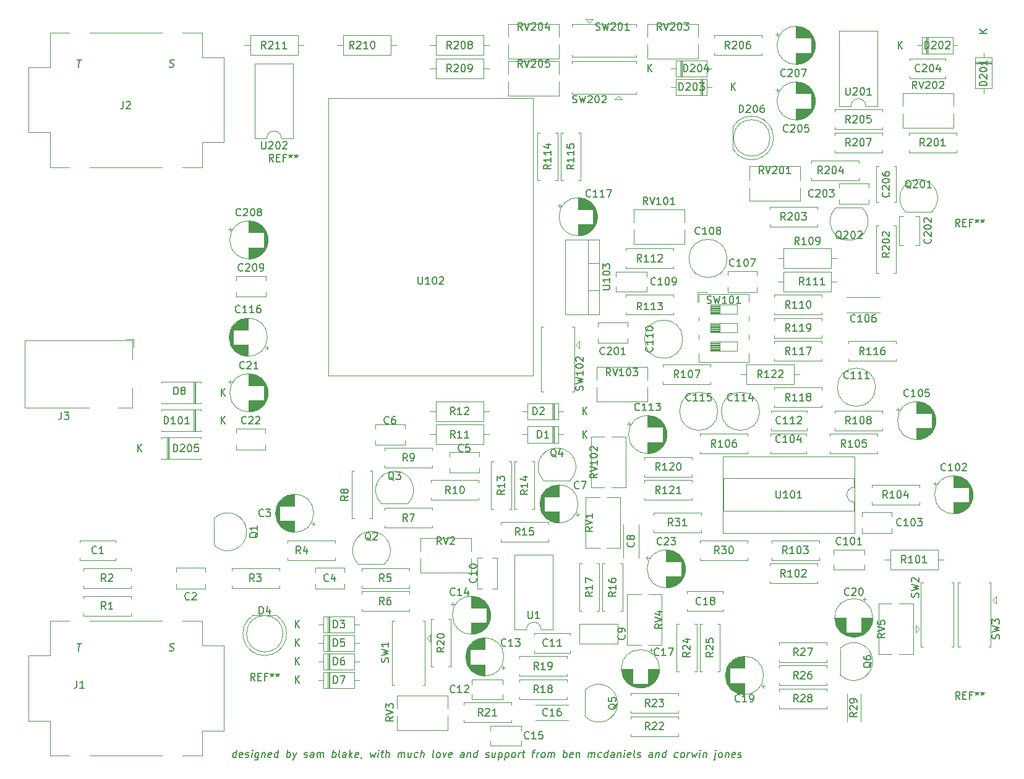
<source format=gbr>
%TF.GenerationSoftware,KiCad,Pcbnew,(5.1.12)-1*%
%TF.CreationDate,2022-01-04T14:33:39-05:00*%
%TF.ProjectId,Lobotomizer,4c6f626f-746f-46d6-997a-65722e6b6963,rev?*%
%TF.SameCoordinates,Original*%
%TF.FileFunction,Legend,Top*%
%TF.FilePolarity,Positive*%
%FSLAX46Y46*%
G04 Gerber Fmt 4.6, Leading zero omitted, Abs format (unit mm)*
G04 Created by KiCad (PCBNEW (5.1.12)-1) date 2022-01-04 14:33:39*
%MOMM*%
%LPD*%
G01*
G04 APERTURE LIST*
%ADD10C,0.150000*%
%ADD11C,0.120000*%
G04 APERTURE END LIST*
D10*
X105266681Y-151582380D02*
X105391681Y-150582380D01*
X105272633Y-151534761D02*
X105171443Y-151582380D01*
X104980967Y-151582380D01*
X104891681Y-151534761D01*
X104850014Y-151487142D01*
X104814300Y-151391904D01*
X104850014Y-151106190D01*
X104909538Y-151010952D01*
X104963110Y-150963333D01*
X105064300Y-150915714D01*
X105254776Y-150915714D01*
X105344062Y-150963333D01*
X106129776Y-151534761D02*
X106028586Y-151582380D01*
X105838110Y-151582380D01*
X105748824Y-151534761D01*
X105713110Y-151439523D01*
X105760729Y-151058571D01*
X105820252Y-150963333D01*
X105921443Y-150915714D01*
X106111919Y-150915714D01*
X106201205Y-150963333D01*
X106236919Y-151058571D01*
X106225014Y-151153809D01*
X105736919Y-151249047D01*
X106558348Y-151534761D02*
X106647633Y-151582380D01*
X106838110Y-151582380D01*
X106939300Y-151534761D01*
X106998824Y-151439523D01*
X107004776Y-151391904D01*
X106969062Y-151296666D01*
X106879776Y-151249047D01*
X106736919Y-151249047D01*
X106647633Y-151201428D01*
X106611919Y-151106190D01*
X106617872Y-151058571D01*
X106677395Y-150963333D01*
X106778586Y-150915714D01*
X106921443Y-150915714D01*
X107010729Y-150963333D01*
X107409538Y-151582380D02*
X107492872Y-150915714D01*
X107534538Y-150582380D02*
X107480967Y-150630000D01*
X107522633Y-150677619D01*
X107576205Y-150630000D01*
X107534538Y-150582380D01*
X107522633Y-150677619D01*
X108397633Y-150915714D02*
X108296443Y-151725238D01*
X108236919Y-151820476D01*
X108183348Y-151868095D01*
X108082157Y-151915714D01*
X107939300Y-151915714D01*
X107850014Y-151868095D01*
X108320252Y-151534761D02*
X108219062Y-151582380D01*
X108028586Y-151582380D01*
X107939300Y-151534761D01*
X107897633Y-151487142D01*
X107861919Y-151391904D01*
X107897633Y-151106190D01*
X107957157Y-151010952D01*
X108010729Y-150963333D01*
X108111919Y-150915714D01*
X108302395Y-150915714D01*
X108391681Y-150963333D01*
X108873824Y-150915714D02*
X108790491Y-151582380D01*
X108861919Y-151010952D02*
X108915491Y-150963333D01*
X109016681Y-150915714D01*
X109159538Y-150915714D01*
X109248824Y-150963333D01*
X109284538Y-151058571D01*
X109219062Y-151582380D01*
X110082157Y-151534761D02*
X109980967Y-151582380D01*
X109790491Y-151582380D01*
X109701205Y-151534761D01*
X109665491Y-151439523D01*
X109713110Y-151058571D01*
X109772633Y-150963333D01*
X109873824Y-150915714D01*
X110064300Y-150915714D01*
X110153586Y-150963333D01*
X110189300Y-151058571D01*
X110177395Y-151153809D01*
X109689300Y-151249047D01*
X110980967Y-151582380D02*
X111105967Y-150582380D01*
X110986919Y-151534761D02*
X110885729Y-151582380D01*
X110695252Y-151582380D01*
X110605967Y-151534761D01*
X110564300Y-151487142D01*
X110528586Y-151391904D01*
X110564300Y-151106190D01*
X110623824Y-151010952D01*
X110677395Y-150963333D01*
X110778586Y-150915714D01*
X110969062Y-150915714D01*
X111058348Y-150963333D01*
X112219062Y-151582380D02*
X112344062Y-150582380D01*
X112296443Y-150963333D02*
X112397633Y-150915714D01*
X112588110Y-150915714D01*
X112677395Y-150963333D01*
X112719062Y-151010952D01*
X112754776Y-151106190D01*
X112719062Y-151391904D01*
X112659538Y-151487142D01*
X112605967Y-151534761D01*
X112504776Y-151582380D01*
X112314300Y-151582380D01*
X112225014Y-151534761D01*
X113111919Y-150915714D02*
X113266681Y-151582380D01*
X113588110Y-150915714D02*
X113266681Y-151582380D01*
X113141681Y-151820476D01*
X113088110Y-151868095D01*
X112986919Y-151915714D01*
X114605967Y-151534761D02*
X114695252Y-151582380D01*
X114885729Y-151582380D01*
X114986919Y-151534761D01*
X115046443Y-151439523D01*
X115052395Y-151391904D01*
X115016681Y-151296666D01*
X114927395Y-151249047D01*
X114784538Y-151249047D01*
X114695252Y-151201428D01*
X114659538Y-151106190D01*
X114665491Y-151058571D01*
X114725014Y-150963333D01*
X114826205Y-150915714D01*
X114969062Y-150915714D01*
X115058348Y-150963333D01*
X115885729Y-151582380D02*
X115951205Y-151058571D01*
X115915491Y-150963333D01*
X115826205Y-150915714D01*
X115635729Y-150915714D01*
X115534538Y-150963333D01*
X115891681Y-151534761D02*
X115790491Y-151582380D01*
X115552395Y-151582380D01*
X115463110Y-151534761D01*
X115427395Y-151439523D01*
X115439300Y-151344285D01*
X115498824Y-151249047D01*
X115600014Y-151201428D01*
X115838110Y-151201428D01*
X115939300Y-151153809D01*
X116361919Y-151582380D02*
X116445252Y-150915714D01*
X116433348Y-151010952D02*
X116486919Y-150963333D01*
X116588110Y-150915714D01*
X116730967Y-150915714D01*
X116820252Y-150963333D01*
X116855967Y-151058571D01*
X116790491Y-151582380D01*
X116855967Y-151058571D02*
X116915491Y-150963333D01*
X117016681Y-150915714D01*
X117159538Y-150915714D01*
X117248824Y-150963333D01*
X117284538Y-151058571D01*
X117219062Y-151582380D01*
X118457157Y-151582380D02*
X118582157Y-150582380D01*
X118534538Y-150963333D02*
X118635729Y-150915714D01*
X118826205Y-150915714D01*
X118915491Y-150963333D01*
X118957157Y-151010952D01*
X118992872Y-151106190D01*
X118957157Y-151391904D01*
X118897633Y-151487142D01*
X118844062Y-151534761D01*
X118742872Y-151582380D01*
X118552395Y-151582380D01*
X118463110Y-151534761D01*
X119504776Y-151582380D02*
X119415491Y-151534761D01*
X119379776Y-151439523D01*
X119486919Y-150582380D01*
X120314300Y-151582380D02*
X120379776Y-151058571D01*
X120344062Y-150963333D01*
X120254776Y-150915714D01*
X120064300Y-150915714D01*
X119963110Y-150963333D01*
X120320252Y-151534761D02*
X120219062Y-151582380D01*
X119980967Y-151582380D01*
X119891681Y-151534761D01*
X119855967Y-151439523D01*
X119867872Y-151344285D01*
X119927395Y-151249047D01*
X120028586Y-151201428D01*
X120266681Y-151201428D01*
X120367872Y-151153809D01*
X120790491Y-151582380D02*
X120915491Y-150582380D01*
X120933348Y-151201428D02*
X121171443Y-151582380D01*
X121254776Y-150915714D02*
X120826205Y-151296666D01*
X121986919Y-151534761D02*
X121885729Y-151582380D01*
X121695252Y-151582380D01*
X121605967Y-151534761D01*
X121570252Y-151439523D01*
X121617872Y-151058571D01*
X121677395Y-150963333D01*
X121778586Y-150915714D01*
X121969062Y-150915714D01*
X122058348Y-150963333D01*
X122094062Y-151058571D01*
X122082157Y-151153809D01*
X121594062Y-151249047D01*
X122510729Y-151534761D02*
X122504776Y-151582380D01*
X122445252Y-151677619D01*
X122391681Y-151725238D01*
X123683348Y-150915714D02*
X123790491Y-151582380D01*
X124040491Y-151106190D01*
X124171443Y-151582380D01*
X124445252Y-150915714D01*
X124742872Y-151582380D02*
X124826205Y-150915714D01*
X124867872Y-150582380D02*
X124814300Y-150630000D01*
X124855967Y-150677619D01*
X124909538Y-150630000D01*
X124867872Y-150582380D01*
X124855967Y-150677619D01*
X125159538Y-150915714D02*
X125540491Y-150915714D01*
X125344062Y-150582380D02*
X125236919Y-151439523D01*
X125272633Y-151534761D01*
X125361919Y-151582380D01*
X125457157Y-151582380D01*
X125790491Y-151582380D02*
X125915491Y-150582380D01*
X126219062Y-151582380D02*
X126284538Y-151058571D01*
X126248824Y-150963333D01*
X126159538Y-150915714D01*
X126016681Y-150915714D01*
X125915491Y-150963333D01*
X125861919Y-151010952D01*
X127457157Y-151582380D02*
X127540491Y-150915714D01*
X127528586Y-151010952D02*
X127582157Y-150963333D01*
X127683348Y-150915714D01*
X127826205Y-150915714D01*
X127915491Y-150963333D01*
X127951205Y-151058571D01*
X127885729Y-151582380D01*
X127951205Y-151058571D02*
X128010729Y-150963333D01*
X128111919Y-150915714D01*
X128254776Y-150915714D01*
X128344062Y-150963333D01*
X128379776Y-151058571D01*
X128314300Y-151582380D01*
X129302395Y-150915714D02*
X129219062Y-151582380D01*
X128873824Y-150915714D02*
X128808348Y-151439523D01*
X128844062Y-151534761D01*
X128933348Y-151582380D01*
X129076205Y-151582380D01*
X129177395Y-151534761D01*
X129230967Y-151487142D01*
X130129776Y-151534761D02*
X130028586Y-151582380D01*
X129838110Y-151582380D01*
X129748824Y-151534761D01*
X129707157Y-151487142D01*
X129671443Y-151391904D01*
X129707157Y-151106190D01*
X129766681Y-151010952D01*
X129820252Y-150963333D01*
X129921443Y-150915714D01*
X130111919Y-150915714D01*
X130201205Y-150963333D01*
X130552395Y-151582380D02*
X130677395Y-150582380D01*
X130980967Y-151582380D02*
X131046443Y-151058571D01*
X131010729Y-150963333D01*
X130921443Y-150915714D01*
X130778586Y-150915714D01*
X130677395Y-150963333D01*
X130623824Y-151010952D01*
X132361919Y-151582380D02*
X132272633Y-151534761D01*
X132236919Y-151439523D01*
X132344062Y-150582380D01*
X132885729Y-151582380D02*
X132796443Y-151534761D01*
X132754776Y-151487142D01*
X132719062Y-151391904D01*
X132754776Y-151106190D01*
X132814300Y-151010952D01*
X132867872Y-150963333D01*
X132969062Y-150915714D01*
X133111919Y-150915714D01*
X133201205Y-150963333D01*
X133242872Y-151010952D01*
X133278586Y-151106190D01*
X133242872Y-151391904D01*
X133183348Y-151487142D01*
X133129776Y-151534761D01*
X133028586Y-151582380D01*
X132885729Y-151582380D01*
X133635729Y-150915714D02*
X133790491Y-151582380D01*
X134111919Y-150915714D01*
X134796443Y-151534761D02*
X134695252Y-151582380D01*
X134504776Y-151582380D01*
X134415491Y-151534761D01*
X134379776Y-151439523D01*
X134427395Y-151058571D01*
X134486919Y-150963333D01*
X134588110Y-150915714D01*
X134778586Y-150915714D01*
X134867872Y-150963333D01*
X134903586Y-151058571D01*
X134891681Y-151153809D01*
X134403586Y-151249047D01*
X136457157Y-151582380D02*
X136522633Y-151058571D01*
X136486919Y-150963333D01*
X136397633Y-150915714D01*
X136207157Y-150915714D01*
X136105967Y-150963333D01*
X136463110Y-151534761D02*
X136361919Y-151582380D01*
X136123824Y-151582380D01*
X136034538Y-151534761D01*
X135998824Y-151439523D01*
X136010729Y-151344285D01*
X136070252Y-151249047D01*
X136171443Y-151201428D01*
X136409538Y-151201428D01*
X136510729Y-151153809D01*
X137016681Y-150915714D02*
X136933348Y-151582380D01*
X137004776Y-151010952D02*
X137058348Y-150963333D01*
X137159538Y-150915714D01*
X137302395Y-150915714D01*
X137391681Y-150963333D01*
X137427395Y-151058571D01*
X137361919Y-151582380D01*
X138266681Y-151582380D02*
X138391681Y-150582380D01*
X138272633Y-151534761D02*
X138171443Y-151582380D01*
X137980967Y-151582380D01*
X137891681Y-151534761D01*
X137850014Y-151487142D01*
X137814300Y-151391904D01*
X137850014Y-151106190D01*
X137909538Y-151010952D01*
X137963110Y-150963333D01*
X138064300Y-150915714D01*
X138254776Y-150915714D01*
X138344062Y-150963333D01*
X139463110Y-151534761D02*
X139552395Y-151582380D01*
X139742872Y-151582380D01*
X139844062Y-151534761D01*
X139903586Y-151439523D01*
X139909538Y-151391904D01*
X139873824Y-151296666D01*
X139784538Y-151249047D01*
X139641681Y-151249047D01*
X139552395Y-151201428D01*
X139516681Y-151106190D01*
X139522633Y-151058571D01*
X139582157Y-150963333D01*
X139683348Y-150915714D01*
X139826205Y-150915714D01*
X139915491Y-150963333D01*
X140826205Y-150915714D02*
X140742872Y-151582380D01*
X140397633Y-150915714D02*
X140332157Y-151439523D01*
X140367872Y-151534761D01*
X140457157Y-151582380D01*
X140600014Y-151582380D01*
X140701205Y-151534761D01*
X140754776Y-151487142D01*
X141302395Y-150915714D02*
X141177395Y-151915714D01*
X141296443Y-150963333D02*
X141397633Y-150915714D01*
X141588110Y-150915714D01*
X141677395Y-150963333D01*
X141719062Y-151010952D01*
X141754776Y-151106190D01*
X141719062Y-151391904D01*
X141659538Y-151487142D01*
X141605967Y-151534761D01*
X141504776Y-151582380D01*
X141314300Y-151582380D01*
X141225014Y-151534761D01*
X142207157Y-150915714D02*
X142082157Y-151915714D01*
X142201205Y-150963333D02*
X142302395Y-150915714D01*
X142492872Y-150915714D01*
X142582157Y-150963333D01*
X142623824Y-151010952D01*
X142659538Y-151106190D01*
X142623824Y-151391904D01*
X142564300Y-151487142D01*
X142510729Y-151534761D01*
X142409538Y-151582380D01*
X142219062Y-151582380D01*
X142129776Y-151534761D01*
X143171443Y-151582380D02*
X143082157Y-151534761D01*
X143040491Y-151487142D01*
X143004776Y-151391904D01*
X143040491Y-151106190D01*
X143100014Y-151010952D01*
X143153586Y-150963333D01*
X143254776Y-150915714D01*
X143397633Y-150915714D01*
X143486919Y-150963333D01*
X143528586Y-151010952D01*
X143564300Y-151106190D01*
X143528586Y-151391904D01*
X143469062Y-151487142D01*
X143415491Y-151534761D01*
X143314300Y-151582380D01*
X143171443Y-151582380D01*
X143933348Y-151582380D02*
X144016681Y-150915714D01*
X143992872Y-151106190D02*
X144052395Y-151010952D01*
X144105967Y-150963333D01*
X144207157Y-150915714D01*
X144302395Y-150915714D01*
X144492872Y-150915714D02*
X144873824Y-150915714D01*
X144677395Y-150582380D02*
X144570252Y-151439523D01*
X144605967Y-151534761D01*
X144695252Y-151582380D01*
X144790491Y-151582380D01*
X145826205Y-150915714D02*
X146207157Y-150915714D01*
X145885729Y-151582380D02*
X145992872Y-150725238D01*
X146052395Y-150630000D01*
X146153586Y-150582380D01*
X146248824Y-150582380D01*
X146457157Y-151582380D02*
X146540491Y-150915714D01*
X146516681Y-151106190D02*
X146576205Y-151010952D01*
X146629776Y-150963333D01*
X146730967Y-150915714D01*
X146826205Y-150915714D01*
X147219062Y-151582380D02*
X147129776Y-151534761D01*
X147088110Y-151487142D01*
X147052395Y-151391904D01*
X147088110Y-151106190D01*
X147147633Y-151010952D01*
X147201205Y-150963333D01*
X147302395Y-150915714D01*
X147445252Y-150915714D01*
X147534538Y-150963333D01*
X147576205Y-151010952D01*
X147611919Y-151106190D01*
X147576205Y-151391904D01*
X147516681Y-151487142D01*
X147463110Y-151534761D01*
X147361919Y-151582380D01*
X147219062Y-151582380D01*
X147980967Y-151582380D02*
X148064300Y-150915714D01*
X148052395Y-151010952D02*
X148105967Y-150963333D01*
X148207157Y-150915714D01*
X148350014Y-150915714D01*
X148439300Y-150963333D01*
X148475014Y-151058571D01*
X148409538Y-151582380D01*
X148475014Y-151058571D02*
X148534538Y-150963333D01*
X148635729Y-150915714D01*
X148778586Y-150915714D01*
X148867872Y-150963333D01*
X148903586Y-151058571D01*
X148838110Y-151582380D01*
X150076205Y-151582380D02*
X150201205Y-150582380D01*
X150153586Y-150963333D02*
X150254776Y-150915714D01*
X150445252Y-150915714D01*
X150534538Y-150963333D01*
X150576205Y-151010952D01*
X150611919Y-151106190D01*
X150576205Y-151391904D01*
X150516681Y-151487142D01*
X150463110Y-151534761D01*
X150361919Y-151582380D01*
X150171443Y-151582380D01*
X150082157Y-151534761D01*
X151367872Y-151534761D02*
X151266681Y-151582380D01*
X151076205Y-151582380D01*
X150986919Y-151534761D01*
X150951205Y-151439523D01*
X150998824Y-151058571D01*
X151058348Y-150963333D01*
X151159538Y-150915714D01*
X151350014Y-150915714D01*
X151439300Y-150963333D01*
X151475014Y-151058571D01*
X151463110Y-151153809D01*
X150975014Y-151249047D01*
X151921443Y-150915714D02*
X151838110Y-151582380D01*
X151909538Y-151010952D02*
X151963110Y-150963333D01*
X152064300Y-150915714D01*
X152207157Y-150915714D01*
X152296443Y-150963333D01*
X152332157Y-151058571D01*
X152266681Y-151582380D01*
X153504776Y-151582380D02*
X153588110Y-150915714D01*
X153576205Y-151010952D02*
X153629776Y-150963333D01*
X153730967Y-150915714D01*
X153873824Y-150915714D01*
X153963110Y-150963333D01*
X153998824Y-151058571D01*
X153933348Y-151582380D01*
X153998824Y-151058571D02*
X154058348Y-150963333D01*
X154159538Y-150915714D01*
X154302395Y-150915714D01*
X154391681Y-150963333D01*
X154427395Y-151058571D01*
X154361919Y-151582380D01*
X155272633Y-151534761D02*
X155171443Y-151582380D01*
X154980967Y-151582380D01*
X154891681Y-151534761D01*
X154850014Y-151487142D01*
X154814300Y-151391904D01*
X154850014Y-151106190D01*
X154909538Y-151010952D01*
X154963110Y-150963333D01*
X155064300Y-150915714D01*
X155254776Y-150915714D01*
X155344062Y-150963333D01*
X156123824Y-151582380D02*
X156248824Y-150582380D01*
X156129776Y-151534761D02*
X156028586Y-151582380D01*
X155838110Y-151582380D01*
X155748824Y-151534761D01*
X155707157Y-151487142D01*
X155671443Y-151391904D01*
X155707157Y-151106190D01*
X155766681Y-151010952D01*
X155820252Y-150963333D01*
X155921443Y-150915714D01*
X156111919Y-150915714D01*
X156201205Y-150963333D01*
X157028586Y-151582380D02*
X157094062Y-151058571D01*
X157058348Y-150963333D01*
X156969062Y-150915714D01*
X156778586Y-150915714D01*
X156677395Y-150963333D01*
X157034538Y-151534761D02*
X156933348Y-151582380D01*
X156695252Y-151582380D01*
X156605967Y-151534761D01*
X156570252Y-151439523D01*
X156582157Y-151344285D01*
X156641681Y-151249047D01*
X156742872Y-151201428D01*
X156980967Y-151201428D01*
X157082157Y-151153809D01*
X157588110Y-150915714D02*
X157504776Y-151582380D01*
X157576205Y-151010952D02*
X157629776Y-150963333D01*
X157730967Y-150915714D01*
X157873824Y-150915714D01*
X157963110Y-150963333D01*
X157998824Y-151058571D01*
X157933348Y-151582380D01*
X158409538Y-151582380D02*
X158492872Y-150915714D01*
X158534538Y-150582380D02*
X158480967Y-150630000D01*
X158522633Y-150677619D01*
X158576205Y-150630000D01*
X158534538Y-150582380D01*
X158522633Y-150677619D01*
X159272633Y-151534761D02*
X159171443Y-151582380D01*
X158980967Y-151582380D01*
X158891681Y-151534761D01*
X158855967Y-151439523D01*
X158903586Y-151058571D01*
X158963110Y-150963333D01*
X159064300Y-150915714D01*
X159254776Y-150915714D01*
X159344062Y-150963333D01*
X159379776Y-151058571D01*
X159367872Y-151153809D01*
X158879776Y-151249047D01*
X159885729Y-151582380D02*
X159796443Y-151534761D01*
X159760729Y-151439523D01*
X159867872Y-150582380D01*
X160225014Y-151534761D02*
X160314300Y-151582380D01*
X160504776Y-151582380D01*
X160605967Y-151534761D01*
X160665491Y-151439523D01*
X160671443Y-151391904D01*
X160635729Y-151296666D01*
X160546443Y-151249047D01*
X160403586Y-151249047D01*
X160314300Y-151201428D01*
X160278586Y-151106190D01*
X160284538Y-151058571D01*
X160344062Y-150963333D01*
X160445252Y-150915714D01*
X160588110Y-150915714D01*
X160677395Y-150963333D01*
X162266681Y-151582380D02*
X162332157Y-151058571D01*
X162296443Y-150963333D01*
X162207157Y-150915714D01*
X162016681Y-150915714D01*
X161915491Y-150963333D01*
X162272633Y-151534761D02*
X162171443Y-151582380D01*
X161933348Y-151582380D01*
X161844062Y-151534761D01*
X161808348Y-151439523D01*
X161820252Y-151344285D01*
X161879776Y-151249047D01*
X161980967Y-151201428D01*
X162219062Y-151201428D01*
X162320252Y-151153809D01*
X162826205Y-150915714D02*
X162742872Y-151582380D01*
X162814300Y-151010952D02*
X162867872Y-150963333D01*
X162969062Y-150915714D01*
X163111919Y-150915714D01*
X163201205Y-150963333D01*
X163236919Y-151058571D01*
X163171443Y-151582380D01*
X164076205Y-151582380D02*
X164201205Y-150582380D01*
X164082157Y-151534761D02*
X163980967Y-151582380D01*
X163790491Y-151582380D01*
X163701205Y-151534761D01*
X163659538Y-151487142D01*
X163623824Y-151391904D01*
X163659538Y-151106190D01*
X163719062Y-151010952D01*
X163772633Y-150963333D01*
X163873824Y-150915714D01*
X164064300Y-150915714D01*
X164153586Y-150963333D01*
X165748824Y-151534761D02*
X165647633Y-151582380D01*
X165457157Y-151582380D01*
X165367872Y-151534761D01*
X165326205Y-151487142D01*
X165290491Y-151391904D01*
X165326205Y-151106190D01*
X165385729Y-151010952D01*
X165439300Y-150963333D01*
X165540491Y-150915714D01*
X165730967Y-150915714D01*
X165820252Y-150963333D01*
X166314300Y-151582380D02*
X166225014Y-151534761D01*
X166183348Y-151487142D01*
X166147633Y-151391904D01*
X166183348Y-151106190D01*
X166242872Y-151010952D01*
X166296443Y-150963333D01*
X166397633Y-150915714D01*
X166540491Y-150915714D01*
X166629776Y-150963333D01*
X166671443Y-151010952D01*
X166707157Y-151106190D01*
X166671443Y-151391904D01*
X166611919Y-151487142D01*
X166558348Y-151534761D01*
X166457157Y-151582380D01*
X166314300Y-151582380D01*
X167076205Y-151582380D02*
X167159538Y-150915714D01*
X167135729Y-151106190D02*
X167195252Y-151010952D01*
X167248824Y-150963333D01*
X167350014Y-150915714D01*
X167445252Y-150915714D01*
X167683348Y-150915714D02*
X167790491Y-151582380D01*
X168040491Y-151106190D01*
X168171443Y-151582380D01*
X168445252Y-150915714D01*
X168742872Y-151582380D02*
X168826205Y-150915714D01*
X168867872Y-150582380D02*
X168814300Y-150630000D01*
X168855967Y-150677619D01*
X168909538Y-150630000D01*
X168867872Y-150582380D01*
X168855967Y-150677619D01*
X169302395Y-150915714D02*
X169219062Y-151582380D01*
X169290491Y-151010952D02*
X169344062Y-150963333D01*
X169445252Y-150915714D01*
X169588110Y-150915714D01*
X169677395Y-150963333D01*
X169713110Y-151058571D01*
X169647633Y-151582380D01*
X170969062Y-150915714D02*
X170861919Y-151772857D01*
X170802395Y-151868095D01*
X170701205Y-151915714D01*
X170653586Y-151915714D01*
X171010729Y-150582380D02*
X170957157Y-150630000D01*
X170998824Y-150677619D01*
X171052395Y-150630000D01*
X171010729Y-150582380D01*
X170998824Y-150677619D01*
X171504776Y-151582380D02*
X171415491Y-151534761D01*
X171373824Y-151487142D01*
X171338110Y-151391904D01*
X171373824Y-151106190D01*
X171433348Y-151010952D01*
X171486919Y-150963333D01*
X171588110Y-150915714D01*
X171730967Y-150915714D01*
X171820252Y-150963333D01*
X171861919Y-151010952D01*
X171897633Y-151106190D01*
X171861919Y-151391904D01*
X171802395Y-151487142D01*
X171748824Y-151534761D01*
X171647633Y-151582380D01*
X171504776Y-151582380D01*
X172350014Y-150915714D02*
X172266681Y-151582380D01*
X172338110Y-151010952D02*
X172391681Y-150963333D01*
X172492872Y-150915714D01*
X172635729Y-150915714D01*
X172725014Y-150963333D01*
X172760729Y-151058571D01*
X172695252Y-151582380D01*
X173558348Y-151534761D02*
X173457157Y-151582380D01*
X173266681Y-151582380D01*
X173177395Y-151534761D01*
X173141681Y-151439523D01*
X173189300Y-151058571D01*
X173248824Y-150963333D01*
X173350014Y-150915714D01*
X173540491Y-150915714D01*
X173629776Y-150963333D01*
X173665491Y-151058571D01*
X173653586Y-151153809D01*
X173165491Y-151249047D01*
X173986919Y-151534761D02*
X174076205Y-151582380D01*
X174266681Y-151582380D01*
X174367872Y-151534761D01*
X174427395Y-151439523D01*
X174433348Y-151391904D01*
X174397633Y-151296666D01*
X174308348Y-151249047D01*
X174165491Y-151249047D01*
X174076205Y-151201428D01*
X174040491Y-151106190D01*
X174046443Y-151058571D01*
X174105967Y-150963333D01*
X174207157Y-150915714D01*
X174350014Y-150915714D01*
X174439300Y-150963333D01*
X96140252Y-56919761D02*
X96277157Y-56967380D01*
X96515252Y-56967380D01*
X96616443Y-56919761D01*
X96670014Y-56872142D01*
X96729538Y-56776904D01*
X96741443Y-56681666D01*
X96705729Y-56586428D01*
X96664062Y-56538809D01*
X96574776Y-56491190D01*
X96390252Y-56443571D01*
X96300967Y-56395952D01*
X96259300Y-56348333D01*
X96223586Y-56253095D01*
X96235491Y-56157857D01*
X96295014Y-56062619D01*
X96348586Y-56015000D01*
X96449776Y-55967380D01*
X96687872Y-55967380D01*
X96824776Y-56015000D01*
X83559300Y-55967380D02*
X84130729Y-55967380D01*
X83720014Y-56967380D02*
X83845014Y-55967380D01*
X96140252Y-136929761D02*
X96277157Y-136977380D01*
X96515252Y-136977380D01*
X96616443Y-136929761D01*
X96670014Y-136882142D01*
X96729538Y-136786904D01*
X96741443Y-136691666D01*
X96705729Y-136596428D01*
X96664062Y-136548809D01*
X96574776Y-136501190D01*
X96390252Y-136453571D01*
X96300967Y-136405952D01*
X96259300Y-136358333D01*
X96223586Y-136263095D01*
X96235491Y-136167857D01*
X96295014Y-136072619D01*
X96348586Y-136025000D01*
X96449776Y-135977380D01*
X96687872Y-135977380D01*
X96824776Y-136025000D01*
X83559300Y-135977380D02*
X84130729Y-135977380D01*
X83720014Y-136977380D02*
X83845014Y-135977380D01*
D11*
%TO.C,C106*%
X193445000Y-90605000D02*
X188905000Y-90605000D01*
X193445000Y-88465000D02*
X188905000Y-88465000D01*
X193445000Y-90605000D02*
X193445000Y-90590000D01*
X193445000Y-88480000D02*
X193445000Y-88465000D01*
X188905000Y-90605000D02*
X188905000Y-90590000D01*
X188905000Y-88480000D02*
X188905000Y-88465000D01*
%TO.C,U202*%
X111490000Y-66735000D02*
X113140000Y-66735000D01*
X113140000Y-66735000D02*
X113140000Y-56455000D01*
X113140000Y-56455000D02*
X107840000Y-56455000D01*
X107840000Y-56455000D02*
X107840000Y-66735000D01*
X107840000Y-66735000D02*
X109490000Y-66735000D01*
X109490000Y-66735000D02*
G75*
G02*
X111490000Y-66735000I1000000J0D01*
G01*
%TO.C,U201*%
X191500000Y-62290000D02*
X193150000Y-62290000D01*
X193150000Y-62290000D02*
X193150000Y-52010000D01*
X193150000Y-52010000D02*
X187850000Y-52010000D01*
X187850000Y-52010000D02*
X187850000Y-62290000D01*
X187850000Y-62290000D02*
X189500000Y-62290000D01*
X189500000Y-62290000D02*
G75*
G02*
X191500000Y-62290000I1000000J0D01*
G01*
%TO.C,U103*%
X155035000Y-80605000D02*
X155035000Y-90845000D01*
X150394000Y-80605000D02*
X150394000Y-90845000D01*
X155035000Y-80605000D02*
X150394000Y-80605000D01*
X155035000Y-90845000D02*
X150394000Y-90845000D01*
X153525000Y-80605000D02*
X153525000Y-90845000D01*
X155035000Y-83875000D02*
X153525000Y-83875000D01*
X155035000Y-87576000D02*
X153525000Y-87576000D01*
%TO.C,U102*%
X145955000Y-99265000D02*
X117955000Y-99265000D01*
X117955000Y-99265000D02*
X117955000Y-61265000D01*
X117955000Y-61265000D02*
X145955000Y-61265000D01*
X145955000Y-61265000D02*
X145955000Y-99265000D01*
%TO.C,U101*%
X189925000Y-114570000D02*
X189925000Y-113320000D01*
X189925000Y-113320000D02*
X172025000Y-113320000D01*
X172025000Y-113320000D02*
X172025000Y-117820000D01*
X172025000Y-117820000D02*
X189925000Y-117820000D01*
X189925000Y-117820000D02*
X189925000Y-116570000D01*
X189985000Y-110320000D02*
X171965000Y-110320000D01*
X171965000Y-110320000D02*
X171965000Y-120820000D01*
X171965000Y-120820000D02*
X189985000Y-120820000D01*
X189985000Y-120820000D02*
X189985000Y-110320000D01*
X189925000Y-116570000D02*
G75*
G02*
X189925000Y-114570000I0J1000000D01*
G01*
%TO.C,U1*%
X147050000Y-134045000D02*
X148700000Y-134045000D01*
X148700000Y-134045000D02*
X148700000Y-123765000D01*
X148700000Y-123765000D02*
X143400000Y-123765000D01*
X143400000Y-123765000D02*
X143400000Y-134045000D01*
X143400000Y-134045000D02*
X145050000Y-134045000D01*
X145050000Y-134045000D02*
G75*
G02*
X147050000Y-134045000I1000000J0D01*
G01*
%TO.C,SW202*%
X160080000Y-60680000D02*
X151260000Y-60680000D01*
X151260000Y-60680000D02*
X151260000Y-60370000D01*
X151260000Y-56160000D02*
X160080000Y-56160000D01*
X160080000Y-60370000D02*
X160080000Y-60680000D01*
X160080000Y-56160000D02*
X160080000Y-56470000D01*
X151260000Y-56160000D02*
X151260000Y-56470000D01*
X158170000Y-61380000D02*
X157670000Y-60880000D01*
X157670000Y-60880000D02*
X157170000Y-61380000D01*
X157170000Y-61380000D02*
X158170000Y-61380000D01*
%TO.C,SW201*%
X151260000Y-51080000D02*
X160080000Y-51080000D01*
X160080000Y-51080000D02*
X160080000Y-51390000D01*
X160080000Y-55600000D02*
X151260000Y-55600000D01*
X151260000Y-51390000D02*
X151260000Y-51080000D01*
X151260000Y-55600000D02*
X151260000Y-55290000D01*
X160080000Y-55600000D02*
X160080000Y-55290000D01*
X153170000Y-50380000D02*
X153670000Y-50880000D01*
X153670000Y-50880000D02*
X154170000Y-50380000D01*
X154170000Y-50380000D02*
X153170000Y-50380000D01*
%TO.C,SW102*%
X151612000Y-92586000D02*
X151612000Y-101406000D01*
X151612000Y-101406000D02*
X151302000Y-101406000D01*
X147092000Y-101406000D02*
X147092000Y-92586000D01*
X151302000Y-92586000D02*
X151612000Y-92586000D01*
X147092000Y-92586000D02*
X147402000Y-92586000D01*
X147092000Y-101406000D02*
X147402000Y-101406000D01*
X152312000Y-94496000D02*
X151812000Y-94996000D01*
X151812000Y-94996000D02*
X152312000Y-95496000D01*
X152312000Y-95496000D02*
X152312000Y-94496000D01*
%TO.C,SW101*%
X168675000Y-88060000D02*
X175496000Y-88060000D01*
X168675000Y-97360000D02*
X175496000Y-97360000D01*
X168675000Y-88060000D02*
X168675000Y-89130000D01*
X168675000Y-91210000D02*
X168675000Y-91721000D01*
X168675000Y-93700000D02*
X168675000Y-94261000D01*
X168675000Y-96240000D02*
X168675000Y-97360000D01*
X175496000Y-96240000D02*
X175496000Y-97360000D01*
X175496000Y-93700000D02*
X175496000Y-94261000D01*
X175496000Y-88060000D02*
X175496000Y-89180000D01*
X175496000Y-91160000D02*
X175496000Y-91721000D01*
X168435000Y-87820000D02*
X169818000Y-87820000D01*
X168435000Y-87820000D02*
X168435000Y-89130000D01*
X170275000Y-89535000D02*
X170275000Y-90805000D01*
X170275000Y-90805000D02*
X173895000Y-90805000D01*
X173895000Y-90805000D02*
X173895000Y-89535000D01*
X173895000Y-89535000D02*
X170275000Y-89535000D01*
X170275000Y-89655000D02*
X171481667Y-89655000D01*
X170275000Y-89775000D02*
X171481667Y-89775000D01*
X170275000Y-89895000D02*
X171481667Y-89895000D01*
X170275000Y-90015000D02*
X171481667Y-90015000D01*
X170275000Y-90135000D02*
X171481667Y-90135000D01*
X170275000Y-90255000D02*
X171481667Y-90255000D01*
X170275000Y-90375000D02*
X171481667Y-90375000D01*
X170275000Y-90495000D02*
X171481667Y-90495000D01*
X170275000Y-90615000D02*
X171481667Y-90615000D01*
X170275000Y-90735000D02*
X171481667Y-90735000D01*
X171481667Y-89535000D02*
X171481667Y-90805000D01*
X170275000Y-92075000D02*
X170275000Y-93345000D01*
X170275000Y-93345000D02*
X173895000Y-93345000D01*
X173895000Y-93345000D02*
X173895000Y-92075000D01*
X173895000Y-92075000D02*
X170275000Y-92075000D01*
X170275000Y-92195000D02*
X171481667Y-92195000D01*
X170275000Y-92315000D02*
X171481667Y-92315000D01*
X170275000Y-92435000D02*
X171481667Y-92435000D01*
X170275000Y-92555000D02*
X171481667Y-92555000D01*
X170275000Y-92675000D02*
X171481667Y-92675000D01*
X170275000Y-92795000D02*
X171481667Y-92795000D01*
X170275000Y-92915000D02*
X171481667Y-92915000D01*
X170275000Y-93035000D02*
X171481667Y-93035000D01*
X170275000Y-93155000D02*
X171481667Y-93155000D01*
X170275000Y-93275000D02*
X171481667Y-93275000D01*
X171481667Y-92075000D02*
X171481667Y-93345000D01*
X170275000Y-94615000D02*
X170275000Y-95885000D01*
X170275000Y-95885000D02*
X173895000Y-95885000D01*
X173895000Y-95885000D02*
X173895000Y-94615000D01*
X173895000Y-94615000D02*
X170275000Y-94615000D01*
X170275000Y-94735000D02*
X171481667Y-94735000D01*
X170275000Y-94855000D02*
X171481667Y-94855000D01*
X170275000Y-94975000D02*
X171481667Y-94975000D01*
X170275000Y-95095000D02*
X171481667Y-95095000D01*
X170275000Y-95215000D02*
X171481667Y-95215000D01*
X170275000Y-95335000D02*
X171481667Y-95335000D01*
X170275000Y-95455000D02*
X171481667Y-95455000D01*
X170275000Y-95575000D02*
X171481667Y-95575000D01*
X170275000Y-95695000D02*
X171481667Y-95695000D01*
X170275000Y-95815000D02*
X171481667Y-95815000D01*
X171481667Y-94615000D02*
X171481667Y-95885000D01*
%TO.C,SW3*%
X208635000Y-127575000D02*
X208635000Y-136395000D01*
X208635000Y-136395000D02*
X208325000Y-136395000D01*
X204115000Y-136395000D02*
X204115000Y-127575000D01*
X208325000Y-127575000D02*
X208635000Y-127575000D01*
X204115000Y-127575000D02*
X204425000Y-127575000D01*
X204115000Y-136395000D02*
X204425000Y-136395000D01*
X209335000Y-129485000D02*
X208835000Y-129985000D01*
X208835000Y-129985000D02*
X209335000Y-130485000D01*
X209335000Y-130485000D02*
X209335000Y-129485000D01*
%TO.C,SW2*%
X199035000Y-136395000D02*
X199035000Y-127575000D01*
X199035000Y-127575000D02*
X199345000Y-127575000D01*
X203555000Y-127575000D02*
X203555000Y-136395000D01*
X199345000Y-136395000D02*
X199035000Y-136395000D01*
X203555000Y-136395000D02*
X203245000Y-136395000D01*
X203555000Y-127575000D02*
X203245000Y-127575000D01*
X198335000Y-134485000D02*
X198835000Y-133985000D01*
X198835000Y-133985000D02*
X198335000Y-133485000D01*
X198335000Y-133485000D02*
X198335000Y-134485000D01*
%TO.C,SW1*%
X131165000Y-132845000D02*
X131165000Y-141665000D01*
X131165000Y-141665000D02*
X130855000Y-141665000D01*
X126645000Y-141665000D02*
X126645000Y-132845000D01*
X130855000Y-132845000D02*
X131165000Y-132845000D01*
X126645000Y-132845000D02*
X126955000Y-132845000D01*
X126645000Y-141665000D02*
X126955000Y-141665000D01*
X131865000Y-134755000D02*
X131365000Y-135255000D01*
X131365000Y-135255000D02*
X131865000Y-135755000D01*
X131865000Y-135755000D02*
X131865000Y-134755000D01*
%TO.C,RV205*%
X142575000Y-56140000D02*
X149525000Y-56140000D01*
X142575000Y-60880000D02*
X149525000Y-60880000D01*
X142575000Y-56140000D02*
X142575000Y-57926000D01*
X142575000Y-58916000D02*
X142575000Y-60880000D01*
X149525000Y-56140000D02*
X149525000Y-57926000D01*
X149525000Y-58916000D02*
X149525000Y-60880000D01*
%TO.C,RV204*%
X142575000Y-51060000D02*
X149525000Y-51060000D01*
X142575000Y-55800000D02*
X149525000Y-55800000D01*
X142575000Y-51060000D02*
X142575000Y-52846000D01*
X142575000Y-53836000D02*
X142575000Y-55800000D01*
X149525000Y-51060000D02*
X149525000Y-52846000D01*
X149525000Y-53836000D02*
X149525000Y-55800000D01*
%TO.C,RV203*%
X161625000Y-51060000D02*
X168575000Y-51060000D01*
X161625000Y-55800000D02*
X168575000Y-55800000D01*
X161625000Y-51060000D02*
X161625000Y-52846000D01*
X161625000Y-53836000D02*
X161625000Y-55800000D01*
X168575000Y-51060000D02*
X168575000Y-52846000D01*
X168575000Y-53836000D02*
X168575000Y-55800000D01*
%TO.C,RV202*%
X196550000Y-60585000D02*
X203500000Y-60585000D01*
X196550000Y-65325000D02*
X203500000Y-65325000D01*
X196550000Y-60585000D02*
X196550000Y-62371000D01*
X196550000Y-63361000D02*
X196550000Y-65325000D01*
X203500000Y-60585000D02*
X203500000Y-62371000D01*
X203500000Y-63361000D02*
X203500000Y-65325000D01*
%TO.C,RV201*%
X182545000Y-75305000D02*
X175595000Y-75305000D01*
X182545000Y-70565000D02*
X175595000Y-70565000D01*
X182545000Y-75305000D02*
X182545000Y-73519000D01*
X182545000Y-72529000D02*
X182545000Y-70565000D01*
X175595000Y-75305000D02*
X175595000Y-73519000D01*
X175595000Y-72529000D02*
X175595000Y-70565000D01*
%TO.C,RV103*%
X154640000Y-98050000D02*
X161590000Y-98050000D01*
X154640000Y-102790000D02*
X161590000Y-102790000D01*
X154640000Y-98050000D02*
X154640000Y-99836000D01*
X154640000Y-100826000D02*
X154640000Y-102790000D01*
X161590000Y-98050000D02*
X161590000Y-99836000D01*
X161590000Y-100826000D02*
X161590000Y-102790000D01*
%TO.C,RV102*%
X153930000Y-114600000D02*
X153930000Y-107650000D01*
X158670000Y-114600000D02*
X158670000Y-107650000D01*
X153930000Y-114600000D02*
X155716000Y-114600000D01*
X156706000Y-114600000D02*
X158670000Y-114600000D01*
X153930000Y-107650000D02*
X155716000Y-107650000D01*
X156706000Y-107650000D02*
X158670000Y-107650000D01*
%TO.C,RV101*%
X159720000Y-76460000D02*
X166670000Y-76460000D01*
X159720000Y-81200000D02*
X166670000Y-81200000D01*
X159720000Y-76460000D02*
X159720000Y-78246000D01*
X159720000Y-79236000D02*
X159720000Y-81200000D01*
X166670000Y-76460000D02*
X166670000Y-78246000D01*
X166670000Y-79236000D02*
X166670000Y-81200000D01*
%TO.C,RV5*%
X193300000Y-137460000D02*
X193300000Y-130510000D01*
X198040000Y-137460000D02*
X198040000Y-130510000D01*
X193300000Y-137460000D02*
X195086000Y-137460000D01*
X196076000Y-137460000D02*
X198040000Y-137460000D01*
X193300000Y-130510000D02*
X195086000Y-130510000D01*
X196076000Y-130510000D02*
X198040000Y-130510000D01*
%TO.C,RV4*%
X163570000Y-129240000D02*
X163570000Y-136190000D01*
X158830000Y-129240000D02*
X158830000Y-136190000D01*
X163570000Y-129240000D02*
X161784000Y-129240000D01*
X160794000Y-129240000D02*
X158830000Y-129240000D01*
X163570000Y-136190000D02*
X161784000Y-136190000D01*
X160794000Y-136190000D02*
X158830000Y-136190000D01*
%TO.C,RV3*%
X127335000Y-143135000D02*
X134285000Y-143135000D01*
X127335000Y-147875000D02*
X134285000Y-147875000D01*
X127335000Y-143135000D02*
X127335000Y-144921000D01*
X127335000Y-145911000D02*
X127335000Y-147875000D01*
X134285000Y-143135000D02*
X134285000Y-144921000D01*
X134285000Y-145911000D02*
X134285000Y-147875000D01*
%TO.C,RV2*%
X130510000Y-121545000D02*
X137460000Y-121545000D01*
X130510000Y-126285000D02*
X137460000Y-126285000D01*
X130510000Y-121545000D02*
X130510000Y-123331000D01*
X130510000Y-124321000D02*
X130510000Y-126285000D01*
X137460000Y-121545000D02*
X137460000Y-123331000D01*
X137460000Y-124321000D02*
X137460000Y-126285000D01*
%TO.C,RV1*%
X157855000Y-115905000D02*
X157855000Y-122855000D01*
X153115000Y-115905000D02*
X153115000Y-122855000D01*
X157855000Y-115905000D02*
X156069000Y-115905000D01*
X155079000Y-115905000D02*
X153115000Y-115905000D01*
X157855000Y-122855000D02*
X156069000Y-122855000D01*
X155079000Y-122855000D02*
X153115000Y-122855000D01*
%TO.C,R211*%
X107220000Y-52605000D02*
X107220000Y-55345000D01*
X107220000Y-55345000D02*
X113760000Y-55345000D01*
X113760000Y-55345000D02*
X113760000Y-52605000D01*
X113760000Y-52605000D02*
X107220000Y-52605000D01*
X106450000Y-53975000D02*
X107220000Y-53975000D01*
X114530000Y-53975000D02*
X113760000Y-53975000D01*
%TO.C,R210*%
X119920000Y-52605000D02*
X119920000Y-55345000D01*
X119920000Y-55345000D02*
X126460000Y-55345000D01*
X126460000Y-55345000D02*
X126460000Y-52605000D01*
X126460000Y-52605000D02*
X119920000Y-52605000D01*
X119150000Y-53975000D02*
X119920000Y-53975000D01*
X127230000Y-53975000D02*
X126460000Y-53975000D01*
%TO.C,R209*%
X132620000Y-55780000D02*
X132620000Y-58520000D01*
X132620000Y-58520000D02*
X139160000Y-58520000D01*
X139160000Y-58520000D02*
X139160000Y-55780000D01*
X139160000Y-55780000D02*
X132620000Y-55780000D01*
X131850000Y-57150000D02*
X132620000Y-57150000D01*
X139930000Y-57150000D02*
X139160000Y-57150000D01*
%TO.C,R208*%
X132620000Y-52605000D02*
X132620000Y-55345000D01*
X132620000Y-55345000D02*
X139160000Y-55345000D01*
X139160000Y-55345000D02*
X139160000Y-52605000D01*
X139160000Y-52605000D02*
X132620000Y-52605000D01*
X131850000Y-53975000D02*
X132620000Y-53975000D01*
X139930000Y-53975000D02*
X139160000Y-53975000D01*
%TO.C,R207*%
X193770000Y-68350000D02*
X193770000Y-68680000D01*
X193770000Y-68680000D02*
X187230000Y-68680000D01*
X187230000Y-68680000D02*
X187230000Y-68350000D01*
X193770000Y-66270000D02*
X193770000Y-65940000D01*
X193770000Y-65940000D02*
X187230000Y-65940000D01*
X187230000Y-65940000D02*
X187230000Y-66270000D01*
%TO.C,R206*%
X170720000Y-52935000D02*
X170720000Y-52605000D01*
X170720000Y-52605000D02*
X177260000Y-52605000D01*
X177260000Y-52605000D02*
X177260000Y-52935000D01*
X170720000Y-55015000D02*
X170720000Y-55345000D01*
X170720000Y-55345000D02*
X177260000Y-55345000D01*
X177260000Y-55345000D02*
X177260000Y-55015000D01*
%TO.C,R205*%
X193770000Y-65175000D02*
X193770000Y-65505000D01*
X193770000Y-65505000D02*
X187230000Y-65505000D01*
X187230000Y-65505000D02*
X187230000Y-65175000D01*
X193770000Y-63095000D02*
X193770000Y-62765000D01*
X193770000Y-62765000D02*
X187230000Y-62765000D01*
X187230000Y-62765000D02*
X187230000Y-63095000D01*
%TO.C,R204*%
X184055000Y-70080000D02*
X184055000Y-69750000D01*
X184055000Y-69750000D02*
X190595000Y-69750000D01*
X190595000Y-69750000D02*
X190595000Y-70080000D01*
X184055000Y-72160000D02*
X184055000Y-72490000D01*
X184055000Y-72490000D02*
X190595000Y-72490000D01*
X190595000Y-72490000D02*
X190595000Y-72160000D01*
%TO.C,R203*%
X184880000Y-78510000D02*
X184880000Y-78840000D01*
X184880000Y-78840000D02*
X178340000Y-78840000D01*
X178340000Y-78840000D02*
X178340000Y-78510000D01*
X184880000Y-76430000D02*
X184880000Y-76100000D01*
X184880000Y-76100000D02*
X178340000Y-76100000D01*
X178340000Y-76100000D02*
X178340000Y-76430000D01*
%TO.C,R202*%
X193270000Y-85185000D02*
X192940000Y-85185000D01*
X192940000Y-85185000D02*
X192940000Y-78645000D01*
X192940000Y-78645000D02*
X193270000Y-78645000D01*
X195350000Y-85185000D02*
X195680000Y-85185000D01*
X195680000Y-85185000D02*
X195680000Y-78645000D01*
X195680000Y-78645000D02*
X195350000Y-78645000D01*
%TO.C,R201*%
X197390000Y-66270000D02*
X197390000Y-65940000D01*
X197390000Y-65940000D02*
X203930000Y-65940000D01*
X203930000Y-65940000D02*
X203930000Y-66270000D01*
X197390000Y-68350000D02*
X197390000Y-68680000D01*
X197390000Y-68680000D02*
X203930000Y-68680000D01*
X203930000Y-68680000D02*
X203930000Y-68350000D01*
%TO.C,R122*%
X175165000Y-97690000D02*
X175165000Y-100430000D01*
X175165000Y-100430000D02*
X181705000Y-100430000D01*
X181705000Y-100430000D02*
X181705000Y-97690000D01*
X181705000Y-97690000D02*
X175165000Y-97690000D01*
X174395000Y-99060000D02*
X175165000Y-99060000D01*
X182475000Y-99060000D02*
X181705000Y-99060000D01*
%TO.C,R121*%
X161195000Y-113895000D02*
X161195000Y-113565000D01*
X161195000Y-113565000D02*
X167735000Y-113565000D01*
X167735000Y-113565000D02*
X167735000Y-113895000D01*
X161195000Y-115975000D02*
X161195000Y-116305000D01*
X161195000Y-116305000D02*
X167735000Y-116305000D01*
X167735000Y-116305000D02*
X167735000Y-115975000D01*
%TO.C,R120*%
X167735000Y-112800000D02*
X167735000Y-113130000D01*
X167735000Y-113130000D02*
X161195000Y-113130000D01*
X161195000Y-113130000D02*
X161195000Y-112800000D01*
X167735000Y-110720000D02*
X167735000Y-110390000D01*
X167735000Y-110390000D02*
X161195000Y-110390000D01*
X161195000Y-110390000D02*
X161195000Y-110720000D01*
%TO.C,R119*%
X178975000Y-91670000D02*
X178975000Y-91340000D01*
X178975000Y-91340000D02*
X185515000Y-91340000D01*
X185515000Y-91340000D02*
X185515000Y-91670000D01*
X178975000Y-93750000D02*
X178975000Y-94080000D01*
X178975000Y-94080000D02*
X185515000Y-94080000D01*
X185515000Y-94080000D02*
X185515000Y-93750000D01*
%TO.C,R118*%
X185515000Y-103275000D02*
X185515000Y-103605000D01*
X185515000Y-103605000D02*
X178975000Y-103605000D01*
X178975000Y-103605000D02*
X178975000Y-103275000D01*
X185515000Y-101195000D02*
X185515000Y-100865000D01*
X185515000Y-100865000D02*
X178975000Y-100865000D01*
X178975000Y-100865000D02*
X178975000Y-101195000D01*
%TO.C,R117*%
X178975000Y-94845000D02*
X178975000Y-94515000D01*
X178975000Y-94515000D02*
X185515000Y-94515000D01*
X185515000Y-94515000D02*
X185515000Y-94845000D01*
X178975000Y-96925000D02*
X178975000Y-97255000D01*
X178975000Y-97255000D02*
X185515000Y-97255000D01*
X185515000Y-97255000D02*
X185515000Y-96925000D01*
%TO.C,R116*%
X189135000Y-94845000D02*
X189135000Y-94515000D01*
X189135000Y-94515000D02*
X195675000Y-94515000D01*
X195675000Y-94515000D02*
X195675000Y-94845000D01*
X189135000Y-96925000D02*
X189135000Y-97255000D01*
X189135000Y-97255000D02*
X195675000Y-97255000D01*
X195675000Y-97255000D02*
X195675000Y-96925000D01*
%TO.C,R115*%
X152170000Y-65945000D02*
X152500000Y-65945000D01*
X152500000Y-65945000D02*
X152500000Y-72485000D01*
X152500000Y-72485000D02*
X152170000Y-72485000D01*
X150090000Y-65945000D02*
X149760000Y-65945000D01*
X149760000Y-65945000D02*
X149760000Y-72485000D01*
X149760000Y-72485000D02*
X150090000Y-72485000D01*
%TO.C,R114*%
X148995000Y-65945000D02*
X149325000Y-65945000D01*
X149325000Y-65945000D02*
X149325000Y-72485000D01*
X149325000Y-72485000D02*
X148995000Y-72485000D01*
X146915000Y-65945000D02*
X146585000Y-65945000D01*
X146585000Y-65945000D02*
X146585000Y-72485000D01*
X146585000Y-72485000D02*
X146915000Y-72485000D01*
%TO.C,R113*%
X165195000Y-90575000D02*
X165195000Y-90905000D01*
X165195000Y-90905000D02*
X158655000Y-90905000D01*
X158655000Y-90905000D02*
X158655000Y-90575000D01*
X165195000Y-88495000D02*
X165195000Y-88165000D01*
X165195000Y-88165000D02*
X158655000Y-88165000D01*
X158655000Y-88165000D02*
X158655000Y-88495000D01*
%TO.C,R112*%
X158655000Y-82145000D02*
X158655000Y-81815000D01*
X158655000Y-81815000D02*
X165195000Y-81815000D01*
X165195000Y-81815000D02*
X165195000Y-82145000D01*
X158655000Y-84225000D02*
X158655000Y-84555000D01*
X158655000Y-84555000D02*
X165195000Y-84555000D01*
X165195000Y-84555000D02*
X165195000Y-84225000D01*
%TO.C,R111*%
X186785000Y-87730000D02*
X186785000Y-84990000D01*
X186785000Y-84990000D02*
X180245000Y-84990000D01*
X180245000Y-84990000D02*
X180245000Y-87730000D01*
X180245000Y-87730000D02*
X186785000Y-87730000D01*
X187555000Y-86360000D02*
X186785000Y-86360000D01*
X179475000Y-86360000D02*
X180245000Y-86360000D01*
%TO.C,R110*%
X185515000Y-90575000D02*
X185515000Y-90905000D01*
X185515000Y-90905000D02*
X178975000Y-90905000D01*
X178975000Y-90905000D02*
X178975000Y-90575000D01*
X185515000Y-88495000D02*
X185515000Y-88165000D01*
X185515000Y-88165000D02*
X178975000Y-88165000D01*
X178975000Y-88165000D02*
X178975000Y-88495000D01*
%TO.C,R109*%
X180245000Y-81815000D02*
X180245000Y-84555000D01*
X180245000Y-84555000D02*
X186785000Y-84555000D01*
X186785000Y-84555000D02*
X186785000Y-81815000D01*
X186785000Y-81815000D02*
X180245000Y-81815000D01*
X179475000Y-83185000D02*
X180245000Y-83185000D01*
X187555000Y-83185000D02*
X186785000Y-83185000D01*
%TO.C,R108*%
X187230000Y-104370000D02*
X187230000Y-104040000D01*
X187230000Y-104040000D02*
X193770000Y-104040000D01*
X193770000Y-104040000D02*
X193770000Y-104370000D01*
X187230000Y-106450000D02*
X187230000Y-106780000D01*
X187230000Y-106780000D02*
X193770000Y-106780000D01*
X193770000Y-106780000D02*
X193770000Y-106450000D01*
%TO.C,R107*%
X170275000Y-100100000D02*
X170275000Y-100430000D01*
X170275000Y-100430000D02*
X163735000Y-100430000D01*
X163735000Y-100430000D02*
X163735000Y-100100000D01*
X170275000Y-98020000D02*
X170275000Y-97690000D01*
X170275000Y-97690000D02*
X163735000Y-97690000D01*
X163735000Y-97690000D02*
X163735000Y-98020000D01*
%TO.C,R106*%
X168815000Y-107545000D02*
X168815000Y-107215000D01*
X168815000Y-107215000D02*
X175355000Y-107215000D01*
X175355000Y-107215000D02*
X175355000Y-107545000D01*
X168815000Y-109625000D02*
X168815000Y-109955000D01*
X168815000Y-109955000D02*
X175355000Y-109955000D01*
X175355000Y-109955000D02*
X175355000Y-109625000D01*
%TO.C,R105*%
X193135000Y-109625000D02*
X193135000Y-109955000D01*
X193135000Y-109955000D02*
X186595000Y-109955000D01*
X186595000Y-109955000D02*
X186595000Y-109625000D01*
X193135000Y-107545000D02*
X193135000Y-107215000D01*
X193135000Y-107215000D02*
X186595000Y-107215000D01*
X186595000Y-107215000D02*
X186595000Y-107545000D01*
%TO.C,R104*%
X192310000Y-114530000D02*
X192310000Y-114200000D01*
X192310000Y-114200000D02*
X198850000Y-114200000D01*
X198850000Y-114200000D02*
X198850000Y-114530000D01*
X192310000Y-116610000D02*
X192310000Y-116940000D01*
X192310000Y-116940000D02*
X198850000Y-116940000D01*
X198850000Y-116940000D02*
X198850000Y-116610000D01*
%TO.C,R103*%
X185134000Y-124230000D02*
X185134000Y-124560000D01*
X185134000Y-124560000D02*
X178594000Y-124560000D01*
X178594000Y-124560000D02*
X178594000Y-124230000D01*
X185134000Y-122150000D02*
X185134000Y-121820000D01*
X185134000Y-121820000D02*
X178594000Y-121820000D01*
X178594000Y-121820000D02*
X178594000Y-122150000D01*
%TO.C,R102*%
X178340000Y-125325000D02*
X178340000Y-124995000D01*
X178340000Y-124995000D02*
X184880000Y-124995000D01*
X184880000Y-124995000D02*
X184880000Y-125325000D01*
X178340000Y-127405000D02*
X178340000Y-127735000D01*
X178340000Y-127735000D02*
X184880000Y-127735000D01*
X184880000Y-127735000D02*
X184880000Y-127405000D01*
%TO.C,R101*%
X194850000Y-123090000D02*
X194850000Y-125830000D01*
X194850000Y-125830000D02*
X201390000Y-125830000D01*
X201390000Y-125830000D02*
X201390000Y-123090000D01*
X201390000Y-123090000D02*
X194850000Y-123090000D01*
X194080000Y-124460000D02*
X194850000Y-124460000D01*
X202160000Y-124460000D02*
X201390000Y-124460000D01*
%TO.C,R31*%
X162465000Y-118340000D02*
X162465000Y-118010000D01*
X162465000Y-118010000D02*
X169005000Y-118010000D01*
X169005000Y-118010000D02*
X169005000Y-118340000D01*
X162465000Y-120420000D02*
X162465000Y-120750000D01*
X162465000Y-120750000D02*
X169005000Y-120750000D01*
X169005000Y-120750000D02*
X169005000Y-120420000D01*
%TO.C,R30*%
X168815000Y-122150000D02*
X168815000Y-121820000D01*
X168815000Y-121820000D02*
X175355000Y-121820000D01*
X175355000Y-121820000D02*
X175355000Y-122150000D01*
X168815000Y-124230000D02*
X168815000Y-124560000D01*
X168815000Y-124560000D02*
X175355000Y-124560000D01*
X175355000Y-124560000D02*
X175355000Y-124230000D01*
%TO.C,R29*%
X190785000Y-142860000D02*
X190785000Y-146700000D01*
X188945000Y-142860000D02*
X188945000Y-146700000D01*
%TO.C,R28*%
X186150000Y-144550000D02*
X186150000Y-144880000D01*
X186150000Y-144880000D02*
X179610000Y-144880000D01*
X179610000Y-144880000D02*
X179610000Y-144550000D01*
X186150000Y-142470000D02*
X186150000Y-142140000D01*
X186150000Y-142140000D02*
X179610000Y-142140000D01*
X179610000Y-142140000D02*
X179610000Y-142470000D01*
%TO.C,R27*%
X186150000Y-138200000D02*
X186150000Y-138530000D01*
X186150000Y-138530000D02*
X179610000Y-138530000D01*
X179610000Y-138530000D02*
X179610000Y-138200000D01*
X186150000Y-136120000D02*
X186150000Y-135790000D01*
X186150000Y-135790000D02*
X179610000Y-135790000D01*
X179610000Y-135790000D02*
X179610000Y-136120000D01*
%TO.C,R26*%
X179610000Y-139295000D02*
X179610000Y-138965000D01*
X179610000Y-138965000D02*
X186150000Y-138965000D01*
X186150000Y-138965000D02*
X186150000Y-139295000D01*
X179610000Y-141375000D02*
X179610000Y-141705000D01*
X179610000Y-141705000D02*
X186150000Y-141705000D01*
X186150000Y-141705000D02*
X186150000Y-141375000D01*
%TO.C,R25*%
X169140000Y-139795000D02*
X168810000Y-139795000D01*
X168810000Y-139795000D02*
X168810000Y-133255000D01*
X168810000Y-133255000D02*
X169140000Y-133255000D01*
X171220000Y-139795000D02*
X171550000Y-139795000D01*
X171550000Y-139795000D02*
X171550000Y-133255000D01*
X171550000Y-133255000D02*
X171220000Y-133255000D01*
%TO.C,R24*%
X168045000Y-133255000D02*
X168375000Y-133255000D01*
X168375000Y-133255000D02*
X168375000Y-139795000D01*
X168375000Y-139795000D02*
X168045000Y-139795000D01*
X165965000Y-133255000D02*
X165635000Y-133255000D01*
X165635000Y-133255000D02*
X165635000Y-139795000D01*
X165635000Y-139795000D02*
X165965000Y-139795000D01*
%TO.C,R23*%
X159290000Y-143105000D02*
X159290000Y-142775000D01*
X159290000Y-142775000D02*
X165830000Y-142775000D01*
X165830000Y-142775000D02*
X165830000Y-143105000D01*
X159290000Y-145185000D02*
X159290000Y-145515000D01*
X159290000Y-145515000D02*
X165830000Y-145515000D01*
X165830000Y-145515000D02*
X165830000Y-145185000D01*
%TO.C,R22*%
X159290000Y-146280000D02*
X159290000Y-145950000D01*
X159290000Y-145950000D02*
X165830000Y-145950000D01*
X165830000Y-145950000D02*
X165830000Y-146280000D01*
X159290000Y-148360000D02*
X159290000Y-148690000D01*
X159290000Y-148690000D02*
X165830000Y-148690000D01*
X165830000Y-148690000D02*
X165830000Y-148360000D01*
%TO.C,R21*%
X142970000Y-146455000D02*
X142970000Y-146785000D01*
X142970000Y-146785000D02*
X136430000Y-146785000D01*
X136430000Y-146785000D02*
X136430000Y-146455000D01*
X142970000Y-144375000D02*
X142970000Y-144045000D01*
X142970000Y-144045000D02*
X136430000Y-144045000D01*
X136430000Y-144045000D02*
X136430000Y-144375000D01*
%TO.C,R20*%
X132310000Y-139160000D02*
X131980000Y-139160000D01*
X131980000Y-139160000D02*
X131980000Y-132620000D01*
X131980000Y-132620000D02*
X132310000Y-132620000D01*
X134390000Y-139160000D02*
X134720000Y-139160000D01*
X134720000Y-139160000D02*
X134720000Y-132620000D01*
X134720000Y-132620000D02*
X134390000Y-132620000D01*
%TO.C,R19*%
X144050000Y-138025000D02*
X144050000Y-137695000D01*
X144050000Y-137695000D02*
X150590000Y-137695000D01*
X150590000Y-137695000D02*
X150590000Y-138025000D01*
X144050000Y-140105000D02*
X144050000Y-140435000D01*
X144050000Y-140435000D02*
X150590000Y-140435000D01*
X150590000Y-140435000D02*
X150590000Y-140105000D01*
%TO.C,R18*%
X144050000Y-141200000D02*
X144050000Y-140870000D01*
X144050000Y-140870000D02*
X150590000Y-140870000D01*
X150590000Y-140870000D02*
X150590000Y-141200000D01*
X144050000Y-143280000D02*
X144050000Y-143610000D01*
X144050000Y-143610000D02*
X150590000Y-143610000D01*
X150590000Y-143610000D02*
X150590000Y-143280000D01*
%TO.C,R17*%
X154710000Y-125000000D02*
X155040000Y-125000000D01*
X155040000Y-125000000D02*
X155040000Y-131540000D01*
X155040000Y-131540000D02*
X154710000Y-131540000D01*
X152630000Y-125000000D02*
X152300000Y-125000000D01*
X152300000Y-125000000D02*
X152300000Y-131540000D01*
X152300000Y-131540000D02*
X152630000Y-131540000D01*
%TO.C,R16*%
X155805000Y-131540000D02*
X155475000Y-131540000D01*
X155475000Y-131540000D02*
X155475000Y-125000000D01*
X155475000Y-125000000D02*
X155805000Y-125000000D01*
X157885000Y-131540000D02*
X158215000Y-131540000D01*
X158215000Y-131540000D02*
X158215000Y-125000000D01*
X158215000Y-125000000D02*
X157885000Y-125000000D01*
%TO.C,R15*%
X148050000Y-121690000D02*
X148050000Y-122020000D01*
X148050000Y-122020000D02*
X141510000Y-122020000D01*
X141510000Y-122020000D02*
X141510000Y-121690000D01*
X148050000Y-119610000D02*
X148050000Y-119280000D01*
X148050000Y-119280000D02*
X141510000Y-119280000D01*
X141510000Y-119280000D02*
X141510000Y-119610000D01*
%TO.C,R14*%
X143740000Y-117570000D02*
X143410000Y-117570000D01*
X143410000Y-117570000D02*
X143410000Y-111030000D01*
X143410000Y-111030000D02*
X143740000Y-111030000D01*
X145820000Y-117570000D02*
X146150000Y-117570000D01*
X146150000Y-117570000D02*
X146150000Y-111030000D01*
X146150000Y-111030000D02*
X145820000Y-111030000D01*
%TO.C,R13*%
X142645000Y-111030000D02*
X142975000Y-111030000D01*
X142975000Y-111030000D02*
X142975000Y-117570000D01*
X142975000Y-117570000D02*
X142645000Y-117570000D01*
X140565000Y-111030000D02*
X140235000Y-111030000D01*
X140235000Y-111030000D02*
X140235000Y-117570000D01*
X140235000Y-117570000D02*
X140565000Y-117570000D01*
%TO.C,R12*%
X132620000Y-102770000D02*
X132620000Y-105510000D01*
X132620000Y-105510000D02*
X139160000Y-105510000D01*
X139160000Y-105510000D02*
X139160000Y-102770000D01*
X139160000Y-102770000D02*
X132620000Y-102770000D01*
X131850000Y-104140000D02*
X132620000Y-104140000D01*
X139930000Y-104140000D02*
X139160000Y-104140000D01*
%TO.C,R11*%
X139160000Y-108685000D02*
X139160000Y-105945000D01*
X139160000Y-105945000D02*
X132620000Y-105945000D01*
X132620000Y-105945000D02*
X132620000Y-108685000D01*
X132620000Y-108685000D02*
X139160000Y-108685000D01*
X139930000Y-107315000D02*
X139160000Y-107315000D01*
X131850000Y-107315000D02*
X132620000Y-107315000D01*
%TO.C,R10*%
X138525000Y-115975000D02*
X138525000Y-116305000D01*
X138525000Y-116305000D02*
X131985000Y-116305000D01*
X131985000Y-116305000D02*
X131985000Y-115975000D01*
X138525000Y-113895000D02*
X138525000Y-113565000D01*
X138525000Y-113565000D02*
X131985000Y-113565000D01*
X131985000Y-113565000D02*
X131985000Y-113895000D01*
%TO.C,R9*%
X125635000Y-109450000D02*
X125635000Y-109120000D01*
X125635000Y-109120000D02*
X132175000Y-109120000D01*
X132175000Y-109120000D02*
X132175000Y-109450000D01*
X125635000Y-111530000D02*
X125635000Y-111860000D01*
X125635000Y-111860000D02*
X132175000Y-111860000D01*
X132175000Y-111860000D02*
X132175000Y-111530000D01*
%TO.C,R8*%
X121515000Y-118840000D02*
X121185000Y-118840000D01*
X121185000Y-118840000D02*
X121185000Y-112300000D01*
X121185000Y-112300000D02*
X121515000Y-112300000D01*
X123595000Y-118840000D02*
X123925000Y-118840000D01*
X123925000Y-118840000D02*
X123925000Y-112300000D01*
X123925000Y-112300000D02*
X123595000Y-112300000D01*
%TO.C,R7*%
X132175000Y-119785000D02*
X132175000Y-120115000D01*
X132175000Y-120115000D02*
X125635000Y-120115000D01*
X125635000Y-120115000D02*
X125635000Y-119785000D01*
X132175000Y-117705000D02*
X132175000Y-117375000D01*
X132175000Y-117375000D02*
X125635000Y-117375000D01*
X125635000Y-117375000D02*
X125635000Y-117705000D01*
%TO.C,R6*%
X122460000Y-129135000D02*
X122460000Y-128805000D01*
X122460000Y-128805000D02*
X129000000Y-128805000D01*
X129000000Y-128805000D02*
X129000000Y-129135000D01*
X122460000Y-131215000D02*
X122460000Y-131545000D01*
X122460000Y-131545000D02*
X129000000Y-131545000D01*
X129000000Y-131545000D02*
X129000000Y-131215000D01*
%TO.C,R5*%
X129000000Y-128040000D02*
X129000000Y-128370000D01*
X129000000Y-128370000D02*
X122460000Y-128370000D01*
X122460000Y-128370000D02*
X122460000Y-128040000D01*
X129000000Y-125960000D02*
X129000000Y-125630000D01*
X129000000Y-125630000D02*
X122460000Y-125630000D01*
X122460000Y-125630000D02*
X122460000Y-125960000D01*
%TO.C,R4*%
X112300000Y-122150000D02*
X112300000Y-121820000D01*
X112300000Y-121820000D02*
X118840000Y-121820000D01*
X118840000Y-121820000D02*
X118840000Y-122150000D01*
X112300000Y-124230000D02*
X112300000Y-124560000D01*
X112300000Y-124560000D02*
X118840000Y-124560000D01*
X118840000Y-124560000D02*
X118840000Y-124230000D01*
%TO.C,R3*%
X104680000Y-125960000D02*
X104680000Y-125630000D01*
X104680000Y-125630000D02*
X111220000Y-125630000D01*
X111220000Y-125630000D02*
X111220000Y-125960000D01*
X104680000Y-128040000D02*
X104680000Y-128370000D01*
X104680000Y-128370000D02*
X111220000Y-128370000D01*
X111220000Y-128370000D02*
X111220000Y-128040000D01*
%TO.C,R2*%
X90900000Y-128040000D02*
X90900000Y-128370000D01*
X90900000Y-128370000D02*
X84360000Y-128370000D01*
X84360000Y-128370000D02*
X84360000Y-128040000D01*
X90900000Y-125960000D02*
X90900000Y-125630000D01*
X90900000Y-125630000D02*
X84360000Y-125630000D01*
X84360000Y-125630000D02*
X84360000Y-125960000D01*
%TO.C,R1*%
X84360000Y-129770000D02*
X84360000Y-129440000D01*
X84360000Y-129440000D02*
X90900000Y-129440000D01*
X90900000Y-129440000D02*
X90900000Y-129770000D01*
X84360000Y-131850000D02*
X84360000Y-132180000D01*
X84360000Y-132180000D02*
X90900000Y-132180000D01*
X90900000Y-132180000D02*
X90900000Y-131850000D01*
%TO.C,Q202*%
X191030000Y-76255000D02*
X187430000Y-76255000D01*
X187391522Y-76266522D02*
G75*
G03*
X189230000Y-80705000I1838478J-1838478D01*
G01*
X191068478Y-76266522D02*
G75*
G02*
X189230000Y-80705000I-1838478J-1838478D01*
G01*
%TO.C,Q201*%
X196955000Y-76780000D02*
X200555000Y-76780000D01*
X200593478Y-76768478D02*
G75*
G03*
X198755000Y-72330000I-1838478J1838478D01*
G01*
X196916522Y-76768478D02*
G75*
G02*
X198755000Y-72330000I1838478J1838478D01*
G01*
%TO.C,Q6*%
X188015000Y-136630000D02*
X188015000Y-140230000D01*
X188026522Y-140268478D02*
G75*
G03*
X192465000Y-138430000I1838478J1838478D01*
G01*
X188026522Y-136591522D02*
G75*
G02*
X192465000Y-138430000I1838478J-1838478D01*
G01*
%TO.C,Q5*%
X153090000Y-142345000D02*
X153090000Y-145945000D01*
X153101522Y-145983478D02*
G75*
G03*
X157540000Y-144145000I1838478J1838478D01*
G01*
X153101522Y-142306522D02*
G75*
G02*
X157540000Y-144145000I1838478J-1838478D01*
G01*
%TO.C,Q4*%
X147425000Y-113610000D02*
X151025000Y-113610000D01*
X151063478Y-113598478D02*
G75*
G03*
X149225000Y-109160000I-1838478J1838478D01*
G01*
X147386522Y-113598478D02*
G75*
G02*
X149225000Y-109160000I1838478J1838478D01*
G01*
%TO.C,Q3*%
X125200000Y-116785000D02*
X128800000Y-116785000D01*
X128838478Y-116773478D02*
G75*
G03*
X127000000Y-112335000I-1838478J1838478D01*
G01*
X125161522Y-116773478D02*
G75*
G02*
X127000000Y-112335000I1838478J1838478D01*
G01*
%TO.C,Q2*%
X122025000Y-125040000D02*
X125625000Y-125040000D01*
X125663478Y-125028478D02*
G75*
G03*
X123825000Y-120590000I-1838478J1838478D01*
G01*
X121986522Y-125028478D02*
G75*
G02*
X123825000Y-120590000I1838478J1838478D01*
G01*
%TO.C,Q1*%
X102290000Y-118850000D02*
X102290000Y-122450000D01*
X102301522Y-122488478D02*
G75*
G03*
X106740000Y-120650000I1838478J1838478D01*
G01*
X102301522Y-118811522D02*
G75*
G02*
X106740000Y-120650000I1838478J-1838478D01*
G01*
%TO.C,J3*%
X91270000Y-95310000D02*
X91270000Y-94260000D01*
X90220000Y-94260000D02*
X91270000Y-94260000D01*
X85170000Y-103660000D02*
X76370000Y-103660000D01*
X76370000Y-103660000D02*
X76370000Y-94460000D01*
X91070000Y-100960000D02*
X91070000Y-103660000D01*
X91070000Y-103660000D02*
X89170000Y-103660000D01*
X76370000Y-94460000D02*
X91070000Y-94460000D01*
X91070000Y-94460000D02*
X91070000Y-97060000D01*
%TO.C,J2*%
X100640000Y-55635000D02*
X103640000Y-55635000D01*
X103640000Y-67275000D02*
X103640000Y-55635000D01*
X100640000Y-67275000D02*
X103640000Y-67275000D01*
X76870000Y-65925000D02*
X79790000Y-65925000D01*
X100640000Y-70675000D02*
X100640000Y-67275000D01*
X100640000Y-52235000D02*
X97920000Y-52235000D01*
X100640000Y-70675000D02*
X97920000Y-70675000D01*
X82420000Y-70675000D02*
X79790000Y-70675000D01*
X95120000Y-70675000D02*
X85220000Y-70675000D01*
X85220000Y-52235000D02*
X95120000Y-52235000D01*
X79790000Y-52235000D02*
X82420000Y-52235000D01*
X79790000Y-70675000D02*
X79790000Y-65925000D01*
X76870000Y-65885000D02*
X76870000Y-56985000D01*
X76870000Y-56985000D02*
X79790000Y-56985000D01*
X79790000Y-56985000D02*
X79790000Y-52235000D01*
X100640000Y-55635000D02*
X100640000Y-52235000D01*
%TO.C,J1*%
X100640000Y-136280000D02*
X103640000Y-136280000D01*
X103640000Y-147920000D02*
X103640000Y-136280000D01*
X100640000Y-147920000D02*
X103640000Y-147920000D01*
X76870000Y-146570000D02*
X79790000Y-146570000D01*
X100640000Y-151320000D02*
X100640000Y-147920000D01*
X100640000Y-132880000D02*
X97920000Y-132880000D01*
X100640000Y-151320000D02*
X97920000Y-151320000D01*
X82420000Y-151320000D02*
X79790000Y-151320000D01*
X95120000Y-151320000D02*
X85220000Y-151320000D01*
X85220000Y-132880000D02*
X95120000Y-132880000D01*
X79790000Y-132880000D02*
X82420000Y-132880000D01*
X79790000Y-151320000D02*
X79790000Y-146570000D01*
X76870000Y-146530000D02*
X76870000Y-137630000D01*
X76870000Y-137630000D02*
X79790000Y-137630000D01*
X79790000Y-137630000D02*
X79790000Y-132880000D01*
X100640000Y-136280000D02*
X100640000Y-132880000D01*
%TO.C,D206*%
X178395000Y-66675000D02*
G75*
G03*
X178395000Y-66675000I-2500000J0D01*
G01*
X173335000Y-65130000D02*
X173335000Y-68220000D01*
X178885000Y-66674538D02*
G75*
G02*
X173335000Y-68219830I-2990000J-462D01*
G01*
X178885000Y-66675462D02*
G75*
G03*
X173335000Y-65130170I-2990000J462D01*
G01*
%TO.C,D205*%
X95070000Y-107880000D02*
X95070000Y-107750000D01*
X95070000Y-107750000D02*
X100510000Y-107750000D01*
X100510000Y-107750000D02*
X100510000Y-107880000D01*
X95070000Y-110560000D02*
X95070000Y-110690000D01*
X95070000Y-110690000D02*
X100510000Y-110690000D01*
X100510000Y-110690000D02*
X100510000Y-110560000D01*
X95970000Y-107750000D02*
X95970000Y-110690000D01*
X96090000Y-107750000D02*
X96090000Y-110690000D01*
X95850000Y-107750000D02*
X95850000Y-110690000D01*
%TO.C,D204*%
X165520000Y-56030000D02*
X165520000Y-58270000D01*
X165520000Y-58270000D02*
X169760000Y-58270000D01*
X169760000Y-58270000D02*
X169760000Y-56030000D01*
X169760000Y-56030000D02*
X165520000Y-56030000D01*
X164870000Y-57150000D02*
X165520000Y-57150000D01*
X170410000Y-57150000D02*
X169760000Y-57150000D01*
X166240000Y-56030000D02*
X166240000Y-58270000D01*
X166360000Y-56030000D02*
X166360000Y-58270000D01*
X166120000Y-56030000D02*
X166120000Y-58270000D01*
%TO.C,D203*%
X169760000Y-60810000D02*
X169760000Y-58570000D01*
X169760000Y-58570000D02*
X165520000Y-58570000D01*
X165520000Y-58570000D02*
X165520000Y-60810000D01*
X165520000Y-60810000D02*
X169760000Y-60810000D01*
X170410000Y-59690000D02*
X169760000Y-59690000D01*
X164870000Y-59690000D02*
X165520000Y-59690000D01*
X169040000Y-60810000D02*
X169040000Y-58570000D01*
X168920000Y-60810000D02*
X168920000Y-58570000D01*
X169160000Y-60810000D02*
X169160000Y-58570000D01*
%TO.C,D202*%
X199175000Y-52855000D02*
X199175000Y-55095000D01*
X199175000Y-55095000D02*
X203415000Y-55095000D01*
X203415000Y-55095000D02*
X203415000Y-52855000D01*
X203415000Y-52855000D02*
X199175000Y-52855000D01*
X198525000Y-53975000D02*
X199175000Y-53975000D01*
X204065000Y-53975000D02*
X203415000Y-53975000D01*
X199895000Y-52855000D02*
X199895000Y-55095000D01*
X200015000Y-52855000D02*
X200015000Y-55095000D01*
X199775000Y-52855000D02*
X199775000Y-55095000D01*
%TO.C,D201*%
X208765000Y-55665000D02*
X206525000Y-55665000D01*
X206525000Y-55665000D02*
X206525000Y-59905000D01*
X206525000Y-59905000D02*
X208765000Y-59905000D01*
X208765000Y-59905000D02*
X208765000Y-55665000D01*
X207645000Y-55015000D02*
X207645000Y-55665000D01*
X207645000Y-60555000D02*
X207645000Y-59905000D01*
X208765000Y-56385000D02*
X206525000Y-56385000D01*
X208765000Y-56505000D02*
X206525000Y-56505000D01*
X208765000Y-56265000D02*
X206525000Y-56265000D01*
%TO.C,D101*%
X100510000Y-106750000D02*
X100510000Y-106880000D01*
X100510000Y-106880000D02*
X95070000Y-106880000D01*
X95070000Y-106880000D02*
X95070000Y-106750000D01*
X100510000Y-104070000D02*
X100510000Y-103940000D01*
X100510000Y-103940000D02*
X95070000Y-103940000D01*
X95070000Y-103940000D02*
X95070000Y-104070000D01*
X99610000Y-106880000D02*
X99610000Y-103940000D01*
X99490000Y-106880000D02*
X99490000Y-103940000D01*
X99730000Y-106880000D02*
X99730000Y-103940000D01*
%TO.C,D8*%
X100510000Y-102940000D02*
X100510000Y-103070000D01*
X100510000Y-103070000D02*
X95070000Y-103070000D01*
X95070000Y-103070000D02*
X95070000Y-102940000D01*
X100510000Y-100260000D02*
X100510000Y-100130000D01*
X100510000Y-100130000D02*
X95070000Y-100130000D01*
X95070000Y-100130000D02*
X95070000Y-100260000D01*
X99610000Y-103070000D02*
X99610000Y-100130000D01*
X99490000Y-103070000D02*
X99490000Y-100130000D01*
X99730000Y-103070000D02*
X99730000Y-100130000D01*
%TO.C,D7*%
X117260000Y-139850000D02*
X117260000Y-142090000D01*
X117260000Y-142090000D02*
X121500000Y-142090000D01*
X121500000Y-142090000D02*
X121500000Y-139850000D01*
X121500000Y-139850000D02*
X117260000Y-139850000D01*
X116610000Y-140970000D02*
X117260000Y-140970000D01*
X122150000Y-140970000D02*
X121500000Y-140970000D01*
X117980000Y-139850000D02*
X117980000Y-142090000D01*
X118100000Y-139850000D02*
X118100000Y-142090000D01*
X117860000Y-139850000D02*
X117860000Y-142090000D01*
%TO.C,D6*%
X117260000Y-137310000D02*
X117260000Y-139550000D01*
X117260000Y-139550000D02*
X121500000Y-139550000D01*
X121500000Y-139550000D02*
X121500000Y-137310000D01*
X121500000Y-137310000D02*
X117260000Y-137310000D01*
X116610000Y-138430000D02*
X117260000Y-138430000D01*
X122150000Y-138430000D02*
X121500000Y-138430000D01*
X117980000Y-137310000D02*
X117980000Y-139550000D01*
X118100000Y-137310000D02*
X118100000Y-139550000D01*
X117860000Y-137310000D02*
X117860000Y-139550000D01*
%TO.C,D5*%
X117260000Y-134770000D02*
X117260000Y-137010000D01*
X117260000Y-137010000D02*
X121500000Y-137010000D01*
X121500000Y-137010000D02*
X121500000Y-134770000D01*
X121500000Y-134770000D02*
X117260000Y-134770000D01*
X116610000Y-135890000D02*
X117260000Y-135890000D01*
X122150000Y-135890000D02*
X121500000Y-135890000D01*
X117980000Y-134770000D02*
X117980000Y-137010000D01*
X118100000Y-134770000D02*
X118100000Y-137010000D01*
X117860000Y-134770000D02*
X117860000Y-137010000D01*
%TO.C,D4*%
X111720000Y-134620000D02*
G75*
G03*
X111720000Y-134620000I-2500000J0D01*
G01*
X110765000Y-132060000D02*
X107675000Y-132060000D01*
X109220462Y-137610000D02*
G75*
G02*
X107675170Y-132060000I-462J2990000D01*
G01*
X109219538Y-137610000D02*
G75*
G03*
X110764830Y-132060000I462J2990000D01*
G01*
%TO.C,D3*%
X117260000Y-132230000D02*
X117260000Y-134470000D01*
X117260000Y-134470000D02*
X121500000Y-134470000D01*
X121500000Y-134470000D02*
X121500000Y-132230000D01*
X121500000Y-132230000D02*
X117260000Y-132230000D01*
X116610000Y-133350000D02*
X117260000Y-133350000D01*
X122150000Y-133350000D02*
X121500000Y-133350000D01*
X117980000Y-132230000D02*
X117980000Y-134470000D01*
X118100000Y-132230000D02*
X118100000Y-134470000D01*
X117860000Y-132230000D02*
X117860000Y-134470000D01*
%TO.C,D2*%
X149440000Y-105260000D02*
X149440000Y-103020000D01*
X149440000Y-103020000D02*
X145200000Y-103020000D01*
X145200000Y-103020000D02*
X145200000Y-105260000D01*
X145200000Y-105260000D02*
X149440000Y-105260000D01*
X150090000Y-104140000D02*
X149440000Y-104140000D01*
X144550000Y-104140000D02*
X145200000Y-104140000D01*
X148720000Y-105260000D02*
X148720000Y-103020000D01*
X148600000Y-105260000D02*
X148600000Y-103020000D01*
X148840000Y-105260000D02*
X148840000Y-103020000D01*
%TO.C,D1*%
X149440000Y-108435000D02*
X149440000Y-106195000D01*
X149440000Y-106195000D02*
X145200000Y-106195000D01*
X145200000Y-106195000D02*
X145200000Y-108435000D01*
X145200000Y-108435000D02*
X149440000Y-108435000D01*
X150090000Y-107315000D02*
X149440000Y-107315000D01*
X144550000Y-107315000D02*
X145200000Y-107315000D01*
X148720000Y-108435000D02*
X148720000Y-106195000D01*
X148600000Y-108435000D02*
X148600000Y-106195000D01*
X148840000Y-108435000D02*
X148840000Y-106195000D01*
%TO.C,C209*%
X109355000Y-88415000D02*
X105315000Y-88415000D01*
X109355000Y-85575000D02*
X105315000Y-85575000D01*
X109355000Y-88415000D02*
X109355000Y-87790000D01*
X109355000Y-86200000D02*
X109355000Y-85575000D01*
X105315000Y-88415000D02*
X105315000Y-87790000D01*
X105315000Y-86200000D02*
X105315000Y-85575000D01*
%TO.C,C208*%
X109665000Y-80645000D02*
G75*
G03*
X109665000Y-80645000I-2620000J0D01*
G01*
X107045000Y-81685000D02*
X107045000Y-83225000D01*
X107045000Y-78065000D02*
X107045000Y-79605000D01*
X107085000Y-81685000D02*
X107085000Y-83225000D01*
X107085000Y-78065000D02*
X107085000Y-79605000D01*
X107125000Y-78066000D02*
X107125000Y-79605000D01*
X107125000Y-81685000D02*
X107125000Y-83224000D01*
X107165000Y-78067000D02*
X107165000Y-79605000D01*
X107165000Y-81685000D02*
X107165000Y-83223000D01*
X107205000Y-78069000D02*
X107205000Y-79605000D01*
X107205000Y-81685000D02*
X107205000Y-83221000D01*
X107245000Y-78072000D02*
X107245000Y-79605000D01*
X107245000Y-81685000D02*
X107245000Y-83218000D01*
X107285000Y-78076000D02*
X107285000Y-79605000D01*
X107285000Y-81685000D02*
X107285000Y-83214000D01*
X107325000Y-78080000D02*
X107325000Y-79605000D01*
X107325000Y-81685000D02*
X107325000Y-83210000D01*
X107365000Y-78084000D02*
X107365000Y-79605000D01*
X107365000Y-81685000D02*
X107365000Y-83206000D01*
X107405000Y-78089000D02*
X107405000Y-79605000D01*
X107405000Y-81685000D02*
X107405000Y-83201000D01*
X107445000Y-78095000D02*
X107445000Y-79605000D01*
X107445000Y-81685000D02*
X107445000Y-83195000D01*
X107485000Y-78102000D02*
X107485000Y-79605000D01*
X107485000Y-81685000D02*
X107485000Y-83188000D01*
X107525000Y-78109000D02*
X107525000Y-79605000D01*
X107525000Y-81685000D02*
X107525000Y-83181000D01*
X107565000Y-78117000D02*
X107565000Y-79605000D01*
X107565000Y-81685000D02*
X107565000Y-83173000D01*
X107605000Y-78125000D02*
X107605000Y-79605000D01*
X107605000Y-81685000D02*
X107605000Y-83165000D01*
X107645000Y-78134000D02*
X107645000Y-79605000D01*
X107645000Y-81685000D02*
X107645000Y-83156000D01*
X107685000Y-78144000D02*
X107685000Y-79605000D01*
X107685000Y-81685000D02*
X107685000Y-83146000D01*
X107725000Y-78154000D02*
X107725000Y-79605000D01*
X107725000Y-81685000D02*
X107725000Y-83136000D01*
X107766000Y-78165000D02*
X107766000Y-79605000D01*
X107766000Y-81685000D02*
X107766000Y-83125000D01*
X107806000Y-78177000D02*
X107806000Y-79605000D01*
X107806000Y-81685000D02*
X107806000Y-83113000D01*
X107846000Y-78190000D02*
X107846000Y-79605000D01*
X107846000Y-81685000D02*
X107846000Y-83100000D01*
X107886000Y-78203000D02*
X107886000Y-79605000D01*
X107886000Y-81685000D02*
X107886000Y-83087000D01*
X107926000Y-78217000D02*
X107926000Y-79605000D01*
X107926000Y-81685000D02*
X107926000Y-83073000D01*
X107966000Y-78231000D02*
X107966000Y-79605000D01*
X107966000Y-81685000D02*
X107966000Y-83059000D01*
X108006000Y-78247000D02*
X108006000Y-79605000D01*
X108006000Y-81685000D02*
X108006000Y-83043000D01*
X108046000Y-78263000D02*
X108046000Y-79605000D01*
X108046000Y-81685000D02*
X108046000Y-83027000D01*
X108086000Y-78280000D02*
X108086000Y-79605000D01*
X108086000Y-81685000D02*
X108086000Y-83010000D01*
X108126000Y-78297000D02*
X108126000Y-79605000D01*
X108126000Y-81685000D02*
X108126000Y-82993000D01*
X108166000Y-78316000D02*
X108166000Y-79605000D01*
X108166000Y-81685000D02*
X108166000Y-82974000D01*
X108206000Y-78335000D02*
X108206000Y-79605000D01*
X108206000Y-81685000D02*
X108206000Y-82955000D01*
X108246000Y-78355000D02*
X108246000Y-79605000D01*
X108246000Y-81685000D02*
X108246000Y-82935000D01*
X108286000Y-78377000D02*
X108286000Y-79605000D01*
X108286000Y-81685000D02*
X108286000Y-82913000D01*
X108326000Y-78398000D02*
X108326000Y-79605000D01*
X108326000Y-81685000D02*
X108326000Y-82892000D01*
X108366000Y-78421000D02*
X108366000Y-79605000D01*
X108366000Y-81685000D02*
X108366000Y-82869000D01*
X108406000Y-78445000D02*
X108406000Y-79605000D01*
X108406000Y-81685000D02*
X108406000Y-82845000D01*
X108446000Y-78470000D02*
X108446000Y-79605000D01*
X108446000Y-81685000D02*
X108446000Y-82820000D01*
X108486000Y-78496000D02*
X108486000Y-79605000D01*
X108486000Y-81685000D02*
X108486000Y-82794000D01*
X108526000Y-78523000D02*
X108526000Y-79605000D01*
X108526000Y-81685000D02*
X108526000Y-82767000D01*
X108566000Y-78550000D02*
X108566000Y-79605000D01*
X108566000Y-81685000D02*
X108566000Y-82740000D01*
X108606000Y-78580000D02*
X108606000Y-79605000D01*
X108606000Y-81685000D02*
X108606000Y-82710000D01*
X108646000Y-78610000D02*
X108646000Y-79605000D01*
X108646000Y-81685000D02*
X108646000Y-82680000D01*
X108686000Y-78641000D02*
X108686000Y-79605000D01*
X108686000Y-81685000D02*
X108686000Y-82649000D01*
X108726000Y-78674000D02*
X108726000Y-79605000D01*
X108726000Y-81685000D02*
X108726000Y-82616000D01*
X108766000Y-78708000D02*
X108766000Y-79605000D01*
X108766000Y-81685000D02*
X108766000Y-82582000D01*
X108806000Y-78744000D02*
X108806000Y-79605000D01*
X108806000Y-81685000D02*
X108806000Y-82546000D01*
X108846000Y-78781000D02*
X108846000Y-79605000D01*
X108846000Y-81685000D02*
X108846000Y-82509000D01*
X108886000Y-78819000D02*
X108886000Y-79605000D01*
X108886000Y-81685000D02*
X108886000Y-82471000D01*
X108926000Y-78860000D02*
X108926000Y-79605000D01*
X108926000Y-81685000D02*
X108926000Y-82430000D01*
X108966000Y-78902000D02*
X108966000Y-79605000D01*
X108966000Y-81685000D02*
X108966000Y-82388000D01*
X109006000Y-78946000D02*
X109006000Y-79605000D01*
X109006000Y-81685000D02*
X109006000Y-82344000D01*
X109046000Y-78992000D02*
X109046000Y-79605000D01*
X109046000Y-81685000D02*
X109046000Y-82298000D01*
X109086000Y-79040000D02*
X109086000Y-82250000D01*
X109126000Y-79091000D02*
X109126000Y-82199000D01*
X109166000Y-79145000D02*
X109166000Y-82145000D01*
X109206000Y-79202000D02*
X109206000Y-82088000D01*
X109246000Y-79262000D02*
X109246000Y-82028000D01*
X109286000Y-79326000D02*
X109286000Y-81964000D01*
X109326000Y-79394000D02*
X109326000Y-81896000D01*
X109366000Y-79467000D02*
X109366000Y-81823000D01*
X109406000Y-79547000D02*
X109406000Y-81743000D01*
X109446000Y-79634000D02*
X109446000Y-81656000D01*
X109486000Y-79730000D02*
X109486000Y-81560000D01*
X109526000Y-79840000D02*
X109526000Y-81450000D01*
X109566000Y-79968000D02*
X109566000Y-81322000D01*
X109606000Y-80127000D02*
X109606000Y-81163000D01*
X109646000Y-80361000D02*
X109646000Y-80929000D01*
X104240225Y-79170000D02*
X104740225Y-79170000D01*
X104490225Y-78920000D02*
X104490225Y-79420000D01*
%TO.C,C207*%
X184595000Y-53975000D02*
G75*
G03*
X184595000Y-53975000I-2620000J0D01*
G01*
X181975000Y-55015000D02*
X181975000Y-56555000D01*
X181975000Y-51395000D02*
X181975000Y-52935000D01*
X182015000Y-55015000D02*
X182015000Y-56555000D01*
X182015000Y-51395000D02*
X182015000Y-52935000D01*
X182055000Y-51396000D02*
X182055000Y-52935000D01*
X182055000Y-55015000D02*
X182055000Y-56554000D01*
X182095000Y-51397000D02*
X182095000Y-52935000D01*
X182095000Y-55015000D02*
X182095000Y-56553000D01*
X182135000Y-51399000D02*
X182135000Y-52935000D01*
X182135000Y-55015000D02*
X182135000Y-56551000D01*
X182175000Y-51402000D02*
X182175000Y-52935000D01*
X182175000Y-55015000D02*
X182175000Y-56548000D01*
X182215000Y-51406000D02*
X182215000Y-52935000D01*
X182215000Y-55015000D02*
X182215000Y-56544000D01*
X182255000Y-51410000D02*
X182255000Y-52935000D01*
X182255000Y-55015000D02*
X182255000Y-56540000D01*
X182295000Y-51414000D02*
X182295000Y-52935000D01*
X182295000Y-55015000D02*
X182295000Y-56536000D01*
X182335000Y-51419000D02*
X182335000Y-52935000D01*
X182335000Y-55015000D02*
X182335000Y-56531000D01*
X182375000Y-51425000D02*
X182375000Y-52935000D01*
X182375000Y-55015000D02*
X182375000Y-56525000D01*
X182415000Y-51432000D02*
X182415000Y-52935000D01*
X182415000Y-55015000D02*
X182415000Y-56518000D01*
X182455000Y-51439000D02*
X182455000Y-52935000D01*
X182455000Y-55015000D02*
X182455000Y-56511000D01*
X182495000Y-51447000D02*
X182495000Y-52935000D01*
X182495000Y-55015000D02*
X182495000Y-56503000D01*
X182535000Y-51455000D02*
X182535000Y-52935000D01*
X182535000Y-55015000D02*
X182535000Y-56495000D01*
X182575000Y-51464000D02*
X182575000Y-52935000D01*
X182575000Y-55015000D02*
X182575000Y-56486000D01*
X182615000Y-51474000D02*
X182615000Y-52935000D01*
X182615000Y-55015000D02*
X182615000Y-56476000D01*
X182655000Y-51484000D02*
X182655000Y-52935000D01*
X182655000Y-55015000D02*
X182655000Y-56466000D01*
X182696000Y-51495000D02*
X182696000Y-52935000D01*
X182696000Y-55015000D02*
X182696000Y-56455000D01*
X182736000Y-51507000D02*
X182736000Y-52935000D01*
X182736000Y-55015000D02*
X182736000Y-56443000D01*
X182776000Y-51520000D02*
X182776000Y-52935000D01*
X182776000Y-55015000D02*
X182776000Y-56430000D01*
X182816000Y-51533000D02*
X182816000Y-52935000D01*
X182816000Y-55015000D02*
X182816000Y-56417000D01*
X182856000Y-51547000D02*
X182856000Y-52935000D01*
X182856000Y-55015000D02*
X182856000Y-56403000D01*
X182896000Y-51561000D02*
X182896000Y-52935000D01*
X182896000Y-55015000D02*
X182896000Y-56389000D01*
X182936000Y-51577000D02*
X182936000Y-52935000D01*
X182936000Y-55015000D02*
X182936000Y-56373000D01*
X182976000Y-51593000D02*
X182976000Y-52935000D01*
X182976000Y-55015000D02*
X182976000Y-56357000D01*
X183016000Y-51610000D02*
X183016000Y-52935000D01*
X183016000Y-55015000D02*
X183016000Y-56340000D01*
X183056000Y-51627000D02*
X183056000Y-52935000D01*
X183056000Y-55015000D02*
X183056000Y-56323000D01*
X183096000Y-51646000D02*
X183096000Y-52935000D01*
X183096000Y-55015000D02*
X183096000Y-56304000D01*
X183136000Y-51665000D02*
X183136000Y-52935000D01*
X183136000Y-55015000D02*
X183136000Y-56285000D01*
X183176000Y-51685000D02*
X183176000Y-52935000D01*
X183176000Y-55015000D02*
X183176000Y-56265000D01*
X183216000Y-51707000D02*
X183216000Y-52935000D01*
X183216000Y-55015000D02*
X183216000Y-56243000D01*
X183256000Y-51728000D02*
X183256000Y-52935000D01*
X183256000Y-55015000D02*
X183256000Y-56222000D01*
X183296000Y-51751000D02*
X183296000Y-52935000D01*
X183296000Y-55015000D02*
X183296000Y-56199000D01*
X183336000Y-51775000D02*
X183336000Y-52935000D01*
X183336000Y-55015000D02*
X183336000Y-56175000D01*
X183376000Y-51800000D02*
X183376000Y-52935000D01*
X183376000Y-55015000D02*
X183376000Y-56150000D01*
X183416000Y-51826000D02*
X183416000Y-52935000D01*
X183416000Y-55015000D02*
X183416000Y-56124000D01*
X183456000Y-51853000D02*
X183456000Y-52935000D01*
X183456000Y-55015000D02*
X183456000Y-56097000D01*
X183496000Y-51880000D02*
X183496000Y-52935000D01*
X183496000Y-55015000D02*
X183496000Y-56070000D01*
X183536000Y-51910000D02*
X183536000Y-52935000D01*
X183536000Y-55015000D02*
X183536000Y-56040000D01*
X183576000Y-51940000D02*
X183576000Y-52935000D01*
X183576000Y-55015000D02*
X183576000Y-56010000D01*
X183616000Y-51971000D02*
X183616000Y-52935000D01*
X183616000Y-55015000D02*
X183616000Y-55979000D01*
X183656000Y-52004000D02*
X183656000Y-52935000D01*
X183656000Y-55015000D02*
X183656000Y-55946000D01*
X183696000Y-52038000D02*
X183696000Y-52935000D01*
X183696000Y-55015000D02*
X183696000Y-55912000D01*
X183736000Y-52074000D02*
X183736000Y-52935000D01*
X183736000Y-55015000D02*
X183736000Y-55876000D01*
X183776000Y-52111000D02*
X183776000Y-52935000D01*
X183776000Y-55015000D02*
X183776000Y-55839000D01*
X183816000Y-52149000D02*
X183816000Y-52935000D01*
X183816000Y-55015000D02*
X183816000Y-55801000D01*
X183856000Y-52190000D02*
X183856000Y-52935000D01*
X183856000Y-55015000D02*
X183856000Y-55760000D01*
X183896000Y-52232000D02*
X183896000Y-52935000D01*
X183896000Y-55015000D02*
X183896000Y-55718000D01*
X183936000Y-52276000D02*
X183936000Y-52935000D01*
X183936000Y-55015000D02*
X183936000Y-55674000D01*
X183976000Y-52322000D02*
X183976000Y-52935000D01*
X183976000Y-55015000D02*
X183976000Y-55628000D01*
X184016000Y-52370000D02*
X184016000Y-55580000D01*
X184056000Y-52421000D02*
X184056000Y-55529000D01*
X184096000Y-52475000D02*
X184096000Y-55475000D01*
X184136000Y-52532000D02*
X184136000Y-55418000D01*
X184176000Y-52592000D02*
X184176000Y-55358000D01*
X184216000Y-52656000D02*
X184216000Y-55294000D01*
X184256000Y-52724000D02*
X184256000Y-55226000D01*
X184296000Y-52797000D02*
X184296000Y-55153000D01*
X184336000Y-52877000D02*
X184336000Y-55073000D01*
X184376000Y-52964000D02*
X184376000Y-54986000D01*
X184416000Y-53060000D02*
X184416000Y-54890000D01*
X184456000Y-53170000D02*
X184456000Y-54780000D01*
X184496000Y-53298000D02*
X184496000Y-54652000D01*
X184536000Y-53457000D02*
X184536000Y-54493000D01*
X184576000Y-53691000D02*
X184576000Y-54259000D01*
X179170225Y-52500000D02*
X179670225Y-52500000D01*
X179420225Y-52250000D02*
X179420225Y-52750000D01*
%TO.C,C206*%
X195680000Y-70515000D02*
X195680000Y-75455000D01*
X192940000Y-70515000D02*
X192940000Y-75455000D01*
X195680000Y-70515000D02*
X195365000Y-70515000D01*
X193255000Y-70515000D02*
X192940000Y-70515000D01*
X195680000Y-75455000D02*
X195365000Y-75455000D01*
X193255000Y-75455000D02*
X192940000Y-75455000D01*
%TO.C,C205*%
X184595000Y-61595000D02*
G75*
G03*
X184595000Y-61595000I-2620000J0D01*
G01*
X181975000Y-62635000D02*
X181975000Y-64175000D01*
X181975000Y-59015000D02*
X181975000Y-60555000D01*
X182015000Y-62635000D02*
X182015000Y-64175000D01*
X182015000Y-59015000D02*
X182015000Y-60555000D01*
X182055000Y-59016000D02*
X182055000Y-60555000D01*
X182055000Y-62635000D02*
X182055000Y-64174000D01*
X182095000Y-59017000D02*
X182095000Y-60555000D01*
X182095000Y-62635000D02*
X182095000Y-64173000D01*
X182135000Y-59019000D02*
X182135000Y-60555000D01*
X182135000Y-62635000D02*
X182135000Y-64171000D01*
X182175000Y-59022000D02*
X182175000Y-60555000D01*
X182175000Y-62635000D02*
X182175000Y-64168000D01*
X182215000Y-59026000D02*
X182215000Y-60555000D01*
X182215000Y-62635000D02*
X182215000Y-64164000D01*
X182255000Y-59030000D02*
X182255000Y-60555000D01*
X182255000Y-62635000D02*
X182255000Y-64160000D01*
X182295000Y-59034000D02*
X182295000Y-60555000D01*
X182295000Y-62635000D02*
X182295000Y-64156000D01*
X182335000Y-59039000D02*
X182335000Y-60555000D01*
X182335000Y-62635000D02*
X182335000Y-64151000D01*
X182375000Y-59045000D02*
X182375000Y-60555000D01*
X182375000Y-62635000D02*
X182375000Y-64145000D01*
X182415000Y-59052000D02*
X182415000Y-60555000D01*
X182415000Y-62635000D02*
X182415000Y-64138000D01*
X182455000Y-59059000D02*
X182455000Y-60555000D01*
X182455000Y-62635000D02*
X182455000Y-64131000D01*
X182495000Y-59067000D02*
X182495000Y-60555000D01*
X182495000Y-62635000D02*
X182495000Y-64123000D01*
X182535000Y-59075000D02*
X182535000Y-60555000D01*
X182535000Y-62635000D02*
X182535000Y-64115000D01*
X182575000Y-59084000D02*
X182575000Y-60555000D01*
X182575000Y-62635000D02*
X182575000Y-64106000D01*
X182615000Y-59094000D02*
X182615000Y-60555000D01*
X182615000Y-62635000D02*
X182615000Y-64096000D01*
X182655000Y-59104000D02*
X182655000Y-60555000D01*
X182655000Y-62635000D02*
X182655000Y-64086000D01*
X182696000Y-59115000D02*
X182696000Y-60555000D01*
X182696000Y-62635000D02*
X182696000Y-64075000D01*
X182736000Y-59127000D02*
X182736000Y-60555000D01*
X182736000Y-62635000D02*
X182736000Y-64063000D01*
X182776000Y-59140000D02*
X182776000Y-60555000D01*
X182776000Y-62635000D02*
X182776000Y-64050000D01*
X182816000Y-59153000D02*
X182816000Y-60555000D01*
X182816000Y-62635000D02*
X182816000Y-64037000D01*
X182856000Y-59167000D02*
X182856000Y-60555000D01*
X182856000Y-62635000D02*
X182856000Y-64023000D01*
X182896000Y-59181000D02*
X182896000Y-60555000D01*
X182896000Y-62635000D02*
X182896000Y-64009000D01*
X182936000Y-59197000D02*
X182936000Y-60555000D01*
X182936000Y-62635000D02*
X182936000Y-63993000D01*
X182976000Y-59213000D02*
X182976000Y-60555000D01*
X182976000Y-62635000D02*
X182976000Y-63977000D01*
X183016000Y-59230000D02*
X183016000Y-60555000D01*
X183016000Y-62635000D02*
X183016000Y-63960000D01*
X183056000Y-59247000D02*
X183056000Y-60555000D01*
X183056000Y-62635000D02*
X183056000Y-63943000D01*
X183096000Y-59266000D02*
X183096000Y-60555000D01*
X183096000Y-62635000D02*
X183096000Y-63924000D01*
X183136000Y-59285000D02*
X183136000Y-60555000D01*
X183136000Y-62635000D02*
X183136000Y-63905000D01*
X183176000Y-59305000D02*
X183176000Y-60555000D01*
X183176000Y-62635000D02*
X183176000Y-63885000D01*
X183216000Y-59327000D02*
X183216000Y-60555000D01*
X183216000Y-62635000D02*
X183216000Y-63863000D01*
X183256000Y-59348000D02*
X183256000Y-60555000D01*
X183256000Y-62635000D02*
X183256000Y-63842000D01*
X183296000Y-59371000D02*
X183296000Y-60555000D01*
X183296000Y-62635000D02*
X183296000Y-63819000D01*
X183336000Y-59395000D02*
X183336000Y-60555000D01*
X183336000Y-62635000D02*
X183336000Y-63795000D01*
X183376000Y-59420000D02*
X183376000Y-60555000D01*
X183376000Y-62635000D02*
X183376000Y-63770000D01*
X183416000Y-59446000D02*
X183416000Y-60555000D01*
X183416000Y-62635000D02*
X183416000Y-63744000D01*
X183456000Y-59473000D02*
X183456000Y-60555000D01*
X183456000Y-62635000D02*
X183456000Y-63717000D01*
X183496000Y-59500000D02*
X183496000Y-60555000D01*
X183496000Y-62635000D02*
X183496000Y-63690000D01*
X183536000Y-59530000D02*
X183536000Y-60555000D01*
X183536000Y-62635000D02*
X183536000Y-63660000D01*
X183576000Y-59560000D02*
X183576000Y-60555000D01*
X183576000Y-62635000D02*
X183576000Y-63630000D01*
X183616000Y-59591000D02*
X183616000Y-60555000D01*
X183616000Y-62635000D02*
X183616000Y-63599000D01*
X183656000Y-59624000D02*
X183656000Y-60555000D01*
X183656000Y-62635000D02*
X183656000Y-63566000D01*
X183696000Y-59658000D02*
X183696000Y-60555000D01*
X183696000Y-62635000D02*
X183696000Y-63532000D01*
X183736000Y-59694000D02*
X183736000Y-60555000D01*
X183736000Y-62635000D02*
X183736000Y-63496000D01*
X183776000Y-59731000D02*
X183776000Y-60555000D01*
X183776000Y-62635000D02*
X183776000Y-63459000D01*
X183816000Y-59769000D02*
X183816000Y-60555000D01*
X183816000Y-62635000D02*
X183816000Y-63421000D01*
X183856000Y-59810000D02*
X183856000Y-60555000D01*
X183856000Y-62635000D02*
X183856000Y-63380000D01*
X183896000Y-59852000D02*
X183896000Y-60555000D01*
X183896000Y-62635000D02*
X183896000Y-63338000D01*
X183936000Y-59896000D02*
X183936000Y-60555000D01*
X183936000Y-62635000D02*
X183936000Y-63294000D01*
X183976000Y-59942000D02*
X183976000Y-60555000D01*
X183976000Y-62635000D02*
X183976000Y-63248000D01*
X184016000Y-59990000D02*
X184016000Y-63200000D01*
X184056000Y-60041000D02*
X184056000Y-63149000D01*
X184096000Y-60095000D02*
X184096000Y-63095000D01*
X184136000Y-60152000D02*
X184136000Y-63038000D01*
X184176000Y-60212000D02*
X184176000Y-62978000D01*
X184216000Y-60276000D02*
X184216000Y-62914000D01*
X184256000Y-60344000D02*
X184256000Y-62846000D01*
X184296000Y-60417000D02*
X184296000Y-62773000D01*
X184336000Y-60497000D02*
X184336000Y-62693000D01*
X184376000Y-60584000D02*
X184376000Y-62606000D01*
X184416000Y-60680000D02*
X184416000Y-62510000D01*
X184456000Y-60790000D02*
X184456000Y-62400000D01*
X184496000Y-60918000D02*
X184496000Y-62272000D01*
X184536000Y-61077000D02*
X184536000Y-62113000D01*
X184576000Y-61311000D02*
X184576000Y-61879000D01*
X179170225Y-60120000D02*
X179670225Y-60120000D01*
X179420225Y-59870000D02*
X179420225Y-60370000D01*
%TO.C,C204*%
X197515000Y-55780000D02*
X202455000Y-55780000D01*
X197515000Y-58520000D02*
X202455000Y-58520000D01*
X197515000Y-55780000D02*
X197515000Y-56095000D01*
X197515000Y-58205000D02*
X197515000Y-58520000D01*
X202455000Y-55780000D02*
X202455000Y-56095000D01*
X202455000Y-58205000D02*
X202455000Y-58520000D01*
%TO.C,C203*%
X191905000Y-75715000D02*
X187865000Y-75715000D01*
X191905000Y-72875000D02*
X187865000Y-72875000D01*
X191905000Y-75715000D02*
X191905000Y-75090000D01*
X191905000Y-73500000D02*
X191905000Y-72875000D01*
X187865000Y-75715000D02*
X187865000Y-75090000D01*
X187865000Y-73500000D02*
X187865000Y-72875000D01*
%TO.C,C202*%
X196065000Y-81415000D02*
X196065000Y-77375000D01*
X198905000Y-81415000D02*
X198905000Y-77375000D01*
X196065000Y-81415000D02*
X196690000Y-81415000D01*
X198280000Y-81415000D02*
X198905000Y-81415000D01*
X196065000Y-77375000D02*
X196690000Y-77375000D01*
X198280000Y-77375000D02*
X198905000Y-77375000D01*
%TO.C,C201*%
X158885000Y-94765000D02*
X154845000Y-94765000D01*
X158885000Y-91925000D02*
X154845000Y-91925000D01*
X158885000Y-94765000D02*
X158885000Y-94140000D01*
X158885000Y-92550000D02*
X158885000Y-91925000D01*
X154845000Y-94765000D02*
X154845000Y-94140000D01*
X154845000Y-92550000D02*
X154845000Y-91925000D01*
%TO.C,C117*%
X154750000Y-77470000D02*
G75*
G03*
X154750000Y-77470000I-2620000J0D01*
G01*
X152130000Y-78510000D02*
X152130000Y-80050000D01*
X152130000Y-74890000D02*
X152130000Y-76430000D01*
X152170000Y-78510000D02*
X152170000Y-80050000D01*
X152170000Y-74890000D02*
X152170000Y-76430000D01*
X152210000Y-74891000D02*
X152210000Y-76430000D01*
X152210000Y-78510000D02*
X152210000Y-80049000D01*
X152250000Y-74892000D02*
X152250000Y-76430000D01*
X152250000Y-78510000D02*
X152250000Y-80048000D01*
X152290000Y-74894000D02*
X152290000Y-76430000D01*
X152290000Y-78510000D02*
X152290000Y-80046000D01*
X152330000Y-74897000D02*
X152330000Y-76430000D01*
X152330000Y-78510000D02*
X152330000Y-80043000D01*
X152370000Y-74901000D02*
X152370000Y-76430000D01*
X152370000Y-78510000D02*
X152370000Y-80039000D01*
X152410000Y-74905000D02*
X152410000Y-76430000D01*
X152410000Y-78510000D02*
X152410000Y-80035000D01*
X152450000Y-74909000D02*
X152450000Y-76430000D01*
X152450000Y-78510000D02*
X152450000Y-80031000D01*
X152490000Y-74914000D02*
X152490000Y-76430000D01*
X152490000Y-78510000D02*
X152490000Y-80026000D01*
X152530000Y-74920000D02*
X152530000Y-76430000D01*
X152530000Y-78510000D02*
X152530000Y-80020000D01*
X152570000Y-74927000D02*
X152570000Y-76430000D01*
X152570000Y-78510000D02*
X152570000Y-80013000D01*
X152610000Y-74934000D02*
X152610000Y-76430000D01*
X152610000Y-78510000D02*
X152610000Y-80006000D01*
X152650000Y-74942000D02*
X152650000Y-76430000D01*
X152650000Y-78510000D02*
X152650000Y-79998000D01*
X152690000Y-74950000D02*
X152690000Y-76430000D01*
X152690000Y-78510000D02*
X152690000Y-79990000D01*
X152730000Y-74959000D02*
X152730000Y-76430000D01*
X152730000Y-78510000D02*
X152730000Y-79981000D01*
X152770000Y-74969000D02*
X152770000Y-76430000D01*
X152770000Y-78510000D02*
X152770000Y-79971000D01*
X152810000Y-74979000D02*
X152810000Y-76430000D01*
X152810000Y-78510000D02*
X152810000Y-79961000D01*
X152851000Y-74990000D02*
X152851000Y-76430000D01*
X152851000Y-78510000D02*
X152851000Y-79950000D01*
X152891000Y-75002000D02*
X152891000Y-76430000D01*
X152891000Y-78510000D02*
X152891000Y-79938000D01*
X152931000Y-75015000D02*
X152931000Y-76430000D01*
X152931000Y-78510000D02*
X152931000Y-79925000D01*
X152971000Y-75028000D02*
X152971000Y-76430000D01*
X152971000Y-78510000D02*
X152971000Y-79912000D01*
X153011000Y-75042000D02*
X153011000Y-76430000D01*
X153011000Y-78510000D02*
X153011000Y-79898000D01*
X153051000Y-75056000D02*
X153051000Y-76430000D01*
X153051000Y-78510000D02*
X153051000Y-79884000D01*
X153091000Y-75072000D02*
X153091000Y-76430000D01*
X153091000Y-78510000D02*
X153091000Y-79868000D01*
X153131000Y-75088000D02*
X153131000Y-76430000D01*
X153131000Y-78510000D02*
X153131000Y-79852000D01*
X153171000Y-75105000D02*
X153171000Y-76430000D01*
X153171000Y-78510000D02*
X153171000Y-79835000D01*
X153211000Y-75122000D02*
X153211000Y-76430000D01*
X153211000Y-78510000D02*
X153211000Y-79818000D01*
X153251000Y-75141000D02*
X153251000Y-76430000D01*
X153251000Y-78510000D02*
X153251000Y-79799000D01*
X153291000Y-75160000D02*
X153291000Y-76430000D01*
X153291000Y-78510000D02*
X153291000Y-79780000D01*
X153331000Y-75180000D02*
X153331000Y-76430000D01*
X153331000Y-78510000D02*
X153331000Y-79760000D01*
X153371000Y-75202000D02*
X153371000Y-76430000D01*
X153371000Y-78510000D02*
X153371000Y-79738000D01*
X153411000Y-75223000D02*
X153411000Y-76430000D01*
X153411000Y-78510000D02*
X153411000Y-79717000D01*
X153451000Y-75246000D02*
X153451000Y-76430000D01*
X153451000Y-78510000D02*
X153451000Y-79694000D01*
X153491000Y-75270000D02*
X153491000Y-76430000D01*
X153491000Y-78510000D02*
X153491000Y-79670000D01*
X153531000Y-75295000D02*
X153531000Y-76430000D01*
X153531000Y-78510000D02*
X153531000Y-79645000D01*
X153571000Y-75321000D02*
X153571000Y-76430000D01*
X153571000Y-78510000D02*
X153571000Y-79619000D01*
X153611000Y-75348000D02*
X153611000Y-76430000D01*
X153611000Y-78510000D02*
X153611000Y-79592000D01*
X153651000Y-75375000D02*
X153651000Y-76430000D01*
X153651000Y-78510000D02*
X153651000Y-79565000D01*
X153691000Y-75405000D02*
X153691000Y-76430000D01*
X153691000Y-78510000D02*
X153691000Y-79535000D01*
X153731000Y-75435000D02*
X153731000Y-76430000D01*
X153731000Y-78510000D02*
X153731000Y-79505000D01*
X153771000Y-75466000D02*
X153771000Y-76430000D01*
X153771000Y-78510000D02*
X153771000Y-79474000D01*
X153811000Y-75499000D02*
X153811000Y-76430000D01*
X153811000Y-78510000D02*
X153811000Y-79441000D01*
X153851000Y-75533000D02*
X153851000Y-76430000D01*
X153851000Y-78510000D02*
X153851000Y-79407000D01*
X153891000Y-75569000D02*
X153891000Y-76430000D01*
X153891000Y-78510000D02*
X153891000Y-79371000D01*
X153931000Y-75606000D02*
X153931000Y-76430000D01*
X153931000Y-78510000D02*
X153931000Y-79334000D01*
X153971000Y-75644000D02*
X153971000Y-76430000D01*
X153971000Y-78510000D02*
X153971000Y-79296000D01*
X154011000Y-75685000D02*
X154011000Y-76430000D01*
X154011000Y-78510000D02*
X154011000Y-79255000D01*
X154051000Y-75727000D02*
X154051000Y-76430000D01*
X154051000Y-78510000D02*
X154051000Y-79213000D01*
X154091000Y-75771000D02*
X154091000Y-76430000D01*
X154091000Y-78510000D02*
X154091000Y-79169000D01*
X154131000Y-75817000D02*
X154131000Y-76430000D01*
X154131000Y-78510000D02*
X154131000Y-79123000D01*
X154171000Y-75865000D02*
X154171000Y-79075000D01*
X154211000Y-75916000D02*
X154211000Y-79024000D01*
X154251000Y-75970000D02*
X154251000Y-78970000D01*
X154291000Y-76027000D02*
X154291000Y-78913000D01*
X154331000Y-76087000D02*
X154331000Y-78853000D01*
X154371000Y-76151000D02*
X154371000Y-78789000D01*
X154411000Y-76219000D02*
X154411000Y-78721000D01*
X154451000Y-76292000D02*
X154451000Y-78648000D01*
X154491000Y-76372000D02*
X154491000Y-78568000D01*
X154531000Y-76459000D02*
X154531000Y-78481000D01*
X154571000Y-76555000D02*
X154571000Y-78385000D01*
X154611000Y-76665000D02*
X154611000Y-78275000D01*
X154651000Y-76793000D02*
X154651000Y-78147000D01*
X154691000Y-76952000D02*
X154691000Y-77988000D01*
X154731000Y-77186000D02*
X154731000Y-77754000D01*
X149325225Y-75995000D02*
X149825225Y-75995000D01*
X149575225Y-75745000D02*
X149575225Y-76245000D01*
%TO.C,C116*%
X109570000Y-93980000D02*
G75*
G03*
X109570000Y-93980000I-2620000J0D01*
G01*
X106950000Y-92940000D02*
X106950000Y-91400000D01*
X106950000Y-96560000D02*
X106950000Y-95020000D01*
X106910000Y-92940000D02*
X106910000Y-91400000D01*
X106910000Y-96560000D02*
X106910000Y-95020000D01*
X106870000Y-96559000D02*
X106870000Y-95020000D01*
X106870000Y-92940000D02*
X106870000Y-91401000D01*
X106830000Y-96558000D02*
X106830000Y-95020000D01*
X106830000Y-92940000D02*
X106830000Y-91402000D01*
X106790000Y-96556000D02*
X106790000Y-95020000D01*
X106790000Y-92940000D02*
X106790000Y-91404000D01*
X106750000Y-96553000D02*
X106750000Y-95020000D01*
X106750000Y-92940000D02*
X106750000Y-91407000D01*
X106710000Y-96549000D02*
X106710000Y-95020000D01*
X106710000Y-92940000D02*
X106710000Y-91411000D01*
X106670000Y-96545000D02*
X106670000Y-95020000D01*
X106670000Y-92940000D02*
X106670000Y-91415000D01*
X106630000Y-96541000D02*
X106630000Y-95020000D01*
X106630000Y-92940000D02*
X106630000Y-91419000D01*
X106590000Y-96536000D02*
X106590000Y-95020000D01*
X106590000Y-92940000D02*
X106590000Y-91424000D01*
X106550000Y-96530000D02*
X106550000Y-95020000D01*
X106550000Y-92940000D02*
X106550000Y-91430000D01*
X106510000Y-96523000D02*
X106510000Y-95020000D01*
X106510000Y-92940000D02*
X106510000Y-91437000D01*
X106470000Y-96516000D02*
X106470000Y-95020000D01*
X106470000Y-92940000D02*
X106470000Y-91444000D01*
X106430000Y-96508000D02*
X106430000Y-95020000D01*
X106430000Y-92940000D02*
X106430000Y-91452000D01*
X106390000Y-96500000D02*
X106390000Y-95020000D01*
X106390000Y-92940000D02*
X106390000Y-91460000D01*
X106350000Y-96491000D02*
X106350000Y-95020000D01*
X106350000Y-92940000D02*
X106350000Y-91469000D01*
X106310000Y-96481000D02*
X106310000Y-95020000D01*
X106310000Y-92940000D02*
X106310000Y-91479000D01*
X106270000Y-96471000D02*
X106270000Y-95020000D01*
X106270000Y-92940000D02*
X106270000Y-91489000D01*
X106229000Y-96460000D02*
X106229000Y-95020000D01*
X106229000Y-92940000D02*
X106229000Y-91500000D01*
X106189000Y-96448000D02*
X106189000Y-95020000D01*
X106189000Y-92940000D02*
X106189000Y-91512000D01*
X106149000Y-96435000D02*
X106149000Y-95020000D01*
X106149000Y-92940000D02*
X106149000Y-91525000D01*
X106109000Y-96422000D02*
X106109000Y-95020000D01*
X106109000Y-92940000D02*
X106109000Y-91538000D01*
X106069000Y-96408000D02*
X106069000Y-95020000D01*
X106069000Y-92940000D02*
X106069000Y-91552000D01*
X106029000Y-96394000D02*
X106029000Y-95020000D01*
X106029000Y-92940000D02*
X106029000Y-91566000D01*
X105989000Y-96378000D02*
X105989000Y-95020000D01*
X105989000Y-92940000D02*
X105989000Y-91582000D01*
X105949000Y-96362000D02*
X105949000Y-95020000D01*
X105949000Y-92940000D02*
X105949000Y-91598000D01*
X105909000Y-96345000D02*
X105909000Y-95020000D01*
X105909000Y-92940000D02*
X105909000Y-91615000D01*
X105869000Y-96328000D02*
X105869000Y-95020000D01*
X105869000Y-92940000D02*
X105869000Y-91632000D01*
X105829000Y-96309000D02*
X105829000Y-95020000D01*
X105829000Y-92940000D02*
X105829000Y-91651000D01*
X105789000Y-96290000D02*
X105789000Y-95020000D01*
X105789000Y-92940000D02*
X105789000Y-91670000D01*
X105749000Y-96270000D02*
X105749000Y-95020000D01*
X105749000Y-92940000D02*
X105749000Y-91690000D01*
X105709000Y-96248000D02*
X105709000Y-95020000D01*
X105709000Y-92940000D02*
X105709000Y-91712000D01*
X105669000Y-96227000D02*
X105669000Y-95020000D01*
X105669000Y-92940000D02*
X105669000Y-91733000D01*
X105629000Y-96204000D02*
X105629000Y-95020000D01*
X105629000Y-92940000D02*
X105629000Y-91756000D01*
X105589000Y-96180000D02*
X105589000Y-95020000D01*
X105589000Y-92940000D02*
X105589000Y-91780000D01*
X105549000Y-96155000D02*
X105549000Y-95020000D01*
X105549000Y-92940000D02*
X105549000Y-91805000D01*
X105509000Y-96129000D02*
X105509000Y-95020000D01*
X105509000Y-92940000D02*
X105509000Y-91831000D01*
X105469000Y-96102000D02*
X105469000Y-95020000D01*
X105469000Y-92940000D02*
X105469000Y-91858000D01*
X105429000Y-96075000D02*
X105429000Y-95020000D01*
X105429000Y-92940000D02*
X105429000Y-91885000D01*
X105389000Y-96045000D02*
X105389000Y-95020000D01*
X105389000Y-92940000D02*
X105389000Y-91915000D01*
X105349000Y-96015000D02*
X105349000Y-95020000D01*
X105349000Y-92940000D02*
X105349000Y-91945000D01*
X105309000Y-95984000D02*
X105309000Y-95020000D01*
X105309000Y-92940000D02*
X105309000Y-91976000D01*
X105269000Y-95951000D02*
X105269000Y-95020000D01*
X105269000Y-92940000D02*
X105269000Y-92009000D01*
X105229000Y-95917000D02*
X105229000Y-95020000D01*
X105229000Y-92940000D02*
X105229000Y-92043000D01*
X105189000Y-95881000D02*
X105189000Y-95020000D01*
X105189000Y-92940000D02*
X105189000Y-92079000D01*
X105149000Y-95844000D02*
X105149000Y-95020000D01*
X105149000Y-92940000D02*
X105149000Y-92116000D01*
X105109000Y-95806000D02*
X105109000Y-95020000D01*
X105109000Y-92940000D02*
X105109000Y-92154000D01*
X105069000Y-95765000D02*
X105069000Y-95020000D01*
X105069000Y-92940000D02*
X105069000Y-92195000D01*
X105029000Y-95723000D02*
X105029000Y-95020000D01*
X105029000Y-92940000D02*
X105029000Y-92237000D01*
X104989000Y-95679000D02*
X104989000Y-95020000D01*
X104989000Y-92940000D02*
X104989000Y-92281000D01*
X104949000Y-95633000D02*
X104949000Y-95020000D01*
X104949000Y-92940000D02*
X104949000Y-92327000D01*
X104909000Y-95585000D02*
X104909000Y-92375000D01*
X104869000Y-95534000D02*
X104869000Y-92426000D01*
X104829000Y-95480000D02*
X104829000Y-92480000D01*
X104789000Y-95423000D02*
X104789000Y-92537000D01*
X104749000Y-95363000D02*
X104749000Y-92597000D01*
X104709000Y-95299000D02*
X104709000Y-92661000D01*
X104669000Y-95231000D02*
X104669000Y-92729000D01*
X104629000Y-95158000D02*
X104629000Y-92802000D01*
X104589000Y-95078000D02*
X104589000Y-92882000D01*
X104549000Y-94991000D02*
X104549000Y-92969000D01*
X104509000Y-94895000D02*
X104509000Y-93065000D01*
X104469000Y-94785000D02*
X104469000Y-93175000D01*
X104429000Y-94657000D02*
X104429000Y-93303000D01*
X104389000Y-94498000D02*
X104389000Y-93462000D01*
X104349000Y-94264000D02*
X104349000Y-93696000D01*
X109754775Y-95455000D02*
X109254775Y-95455000D01*
X109504775Y-95705000D02*
X109504775Y-95205000D01*
%TO.C,C115*%
X171260000Y-104140000D02*
G75*
G03*
X171260000Y-104140000I-2620000J0D01*
G01*
%TO.C,C114*%
X176975000Y-104140000D02*
G75*
G03*
X176975000Y-104140000I-2620000J0D01*
G01*
%TO.C,C113*%
X164275000Y-107315000D02*
G75*
G03*
X164275000Y-107315000I-2620000J0D01*
G01*
X161655000Y-108355000D02*
X161655000Y-109895000D01*
X161655000Y-104735000D02*
X161655000Y-106275000D01*
X161695000Y-108355000D02*
X161695000Y-109895000D01*
X161695000Y-104735000D02*
X161695000Y-106275000D01*
X161735000Y-104736000D02*
X161735000Y-106275000D01*
X161735000Y-108355000D02*
X161735000Y-109894000D01*
X161775000Y-104737000D02*
X161775000Y-106275000D01*
X161775000Y-108355000D02*
X161775000Y-109893000D01*
X161815000Y-104739000D02*
X161815000Y-106275000D01*
X161815000Y-108355000D02*
X161815000Y-109891000D01*
X161855000Y-104742000D02*
X161855000Y-106275000D01*
X161855000Y-108355000D02*
X161855000Y-109888000D01*
X161895000Y-104746000D02*
X161895000Y-106275000D01*
X161895000Y-108355000D02*
X161895000Y-109884000D01*
X161935000Y-104750000D02*
X161935000Y-106275000D01*
X161935000Y-108355000D02*
X161935000Y-109880000D01*
X161975000Y-104754000D02*
X161975000Y-106275000D01*
X161975000Y-108355000D02*
X161975000Y-109876000D01*
X162015000Y-104759000D02*
X162015000Y-106275000D01*
X162015000Y-108355000D02*
X162015000Y-109871000D01*
X162055000Y-104765000D02*
X162055000Y-106275000D01*
X162055000Y-108355000D02*
X162055000Y-109865000D01*
X162095000Y-104772000D02*
X162095000Y-106275000D01*
X162095000Y-108355000D02*
X162095000Y-109858000D01*
X162135000Y-104779000D02*
X162135000Y-106275000D01*
X162135000Y-108355000D02*
X162135000Y-109851000D01*
X162175000Y-104787000D02*
X162175000Y-106275000D01*
X162175000Y-108355000D02*
X162175000Y-109843000D01*
X162215000Y-104795000D02*
X162215000Y-106275000D01*
X162215000Y-108355000D02*
X162215000Y-109835000D01*
X162255000Y-104804000D02*
X162255000Y-106275000D01*
X162255000Y-108355000D02*
X162255000Y-109826000D01*
X162295000Y-104814000D02*
X162295000Y-106275000D01*
X162295000Y-108355000D02*
X162295000Y-109816000D01*
X162335000Y-104824000D02*
X162335000Y-106275000D01*
X162335000Y-108355000D02*
X162335000Y-109806000D01*
X162376000Y-104835000D02*
X162376000Y-106275000D01*
X162376000Y-108355000D02*
X162376000Y-109795000D01*
X162416000Y-104847000D02*
X162416000Y-106275000D01*
X162416000Y-108355000D02*
X162416000Y-109783000D01*
X162456000Y-104860000D02*
X162456000Y-106275000D01*
X162456000Y-108355000D02*
X162456000Y-109770000D01*
X162496000Y-104873000D02*
X162496000Y-106275000D01*
X162496000Y-108355000D02*
X162496000Y-109757000D01*
X162536000Y-104887000D02*
X162536000Y-106275000D01*
X162536000Y-108355000D02*
X162536000Y-109743000D01*
X162576000Y-104901000D02*
X162576000Y-106275000D01*
X162576000Y-108355000D02*
X162576000Y-109729000D01*
X162616000Y-104917000D02*
X162616000Y-106275000D01*
X162616000Y-108355000D02*
X162616000Y-109713000D01*
X162656000Y-104933000D02*
X162656000Y-106275000D01*
X162656000Y-108355000D02*
X162656000Y-109697000D01*
X162696000Y-104950000D02*
X162696000Y-106275000D01*
X162696000Y-108355000D02*
X162696000Y-109680000D01*
X162736000Y-104967000D02*
X162736000Y-106275000D01*
X162736000Y-108355000D02*
X162736000Y-109663000D01*
X162776000Y-104986000D02*
X162776000Y-106275000D01*
X162776000Y-108355000D02*
X162776000Y-109644000D01*
X162816000Y-105005000D02*
X162816000Y-106275000D01*
X162816000Y-108355000D02*
X162816000Y-109625000D01*
X162856000Y-105025000D02*
X162856000Y-106275000D01*
X162856000Y-108355000D02*
X162856000Y-109605000D01*
X162896000Y-105047000D02*
X162896000Y-106275000D01*
X162896000Y-108355000D02*
X162896000Y-109583000D01*
X162936000Y-105068000D02*
X162936000Y-106275000D01*
X162936000Y-108355000D02*
X162936000Y-109562000D01*
X162976000Y-105091000D02*
X162976000Y-106275000D01*
X162976000Y-108355000D02*
X162976000Y-109539000D01*
X163016000Y-105115000D02*
X163016000Y-106275000D01*
X163016000Y-108355000D02*
X163016000Y-109515000D01*
X163056000Y-105140000D02*
X163056000Y-106275000D01*
X163056000Y-108355000D02*
X163056000Y-109490000D01*
X163096000Y-105166000D02*
X163096000Y-106275000D01*
X163096000Y-108355000D02*
X163096000Y-109464000D01*
X163136000Y-105193000D02*
X163136000Y-106275000D01*
X163136000Y-108355000D02*
X163136000Y-109437000D01*
X163176000Y-105220000D02*
X163176000Y-106275000D01*
X163176000Y-108355000D02*
X163176000Y-109410000D01*
X163216000Y-105250000D02*
X163216000Y-106275000D01*
X163216000Y-108355000D02*
X163216000Y-109380000D01*
X163256000Y-105280000D02*
X163256000Y-106275000D01*
X163256000Y-108355000D02*
X163256000Y-109350000D01*
X163296000Y-105311000D02*
X163296000Y-106275000D01*
X163296000Y-108355000D02*
X163296000Y-109319000D01*
X163336000Y-105344000D02*
X163336000Y-106275000D01*
X163336000Y-108355000D02*
X163336000Y-109286000D01*
X163376000Y-105378000D02*
X163376000Y-106275000D01*
X163376000Y-108355000D02*
X163376000Y-109252000D01*
X163416000Y-105414000D02*
X163416000Y-106275000D01*
X163416000Y-108355000D02*
X163416000Y-109216000D01*
X163456000Y-105451000D02*
X163456000Y-106275000D01*
X163456000Y-108355000D02*
X163456000Y-109179000D01*
X163496000Y-105489000D02*
X163496000Y-106275000D01*
X163496000Y-108355000D02*
X163496000Y-109141000D01*
X163536000Y-105530000D02*
X163536000Y-106275000D01*
X163536000Y-108355000D02*
X163536000Y-109100000D01*
X163576000Y-105572000D02*
X163576000Y-106275000D01*
X163576000Y-108355000D02*
X163576000Y-109058000D01*
X163616000Y-105616000D02*
X163616000Y-106275000D01*
X163616000Y-108355000D02*
X163616000Y-109014000D01*
X163656000Y-105662000D02*
X163656000Y-106275000D01*
X163656000Y-108355000D02*
X163656000Y-108968000D01*
X163696000Y-105710000D02*
X163696000Y-108920000D01*
X163736000Y-105761000D02*
X163736000Y-108869000D01*
X163776000Y-105815000D02*
X163776000Y-108815000D01*
X163816000Y-105872000D02*
X163816000Y-108758000D01*
X163856000Y-105932000D02*
X163856000Y-108698000D01*
X163896000Y-105996000D02*
X163896000Y-108634000D01*
X163936000Y-106064000D02*
X163936000Y-108566000D01*
X163976000Y-106137000D02*
X163976000Y-108493000D01*
X164016000Y-106217000D02*
X164016000Y-108413000D01*
X164056000Y-106304000D02*
X164056000Y-108326000D01*
X164096000Y-106400000D02*
X164096000Y-108230000D01*
X164136000Y-106510000D02*
X164136000Y-108120000D01*
X164176000Y-106638000D02*
X164176000Y-107992000D01*
X164216000Y-106797000D02*
X164216000Y-107833000D01*
X164256000Y-107031000D02*
X164256000Y-107599000D01*
X158850225Y-105840000D02*
X159350225Y-105840000D01*
X159100225Y-105590000D02*
X159100225Y-106090000D01*
%TO.C,C112*%
X183485000Y-106780000D02*
X178545000Y-106780000D01*
X183485000Y-104040000D02*
X178545000Y-104040000D01*
X183485000Y-106780000D02*
X183485000Y-106465000D01*
X183485000Y-104355000D02*
X183485000Y-104040000D01*
X178545000Y-106780000D02*
X178545000Y-106465000D01*
X178545000Y-104355000D02*
X178545000Y-104040000D01*
%TO.C,C111*%
X192850000Y-100838000D02*
G75*
G03*
X192850000Y-100838000I-2620000J0D01*
G01*
%TO.C,C110*%
X166450000Y-94250000D02*
G75*
G03*
X166450000Y-94250000I-2620000J0D01*
G01*
%TO.C,C109*%
X161525000Y-87730000D02*
X157285000Y-87730000D01*
X161525000Y-84990000D02*
X157285000Y-84990000D01*
X161525000Y-87730000D02*
X161525000Y-87025000D01*
X161525000Y-85695000D02*
X161525000Y-84990000D01*
X157285000Y-87730000D02*
X157285000Y-87025000D01*
X157285000Y-85695000D02*
X157285000Y-84990000D01*
%TO.C,C108*%
X172530000Y-83185000D02*
G75*
G03*
X172530000Y-83185000I-2620000J0D01*
G01*
%TO.C,C107*%
X172585000Y-84940000D02*
X176625000Y-84940000D01*
X172585000Y-87780000D02*
X176625000Y-87780000D01*
X172585000Y-84940000D02*
X172585000Y-85565000D01*
X172585000Y-87155000D02*
X172585000Y-87780000D01*
X176625000Y-84940000D02*
X176625000Y-85565000D01*
X176625000Y-87155000D02*
X176625000Y-87780000D01*
%TO.C,C105*%
X201105000Y-105410000D02*
G75*
G03*
X201105000Y-105410000I-2620000J0D01*
G01*
X198485000Y-106450000D02*
X198485000Y-107990000D01*
X198485000Y-102830000D02*
X198485000Y-104370000D01*
X198525000Y-106450000D02*
X198525000Y-107990000D01*
X198525000Y-102830000D02*
X198525000Y-104370000D01*
X198565000Y-102831000D02*
X198565000Y-104370000D01*
X198565000Y-106450000D02*
X198565000Y-107989000D01*
X198605000Y-102832000D02*
X198605000Y-104370000D01*
X198605000Y-106450000D02*
X198605000Y-107988000D01*
X198645000Y-102834000D02*
X198645000Y-104370000D01*
X198645000Y-106450000D02*
X198645000Y-107986000D01*
X198685000Y-102837000D02*
X198685000Y-104370000D01*
X198685000Y-106450000D02*
X198685000Y-107983000D01*
X198725000Y-102841000D02*
X198725000Y-104370000D01*
X198725000Y-106450000D02*
X198725000Y-107979000D01*
X198765000Y-102845000D02*
X198765000Y-104370000D01*
X198765000Y-106450000D02*
X198765000Y-107975000D01*
X198805000Y-102849000D02*
X198805000Y-104370000D01*
X198805000Y-106450000D02*
X198805000Y-107971000D01*
X198845000Y-102854000D02*
X198845000Y-104370000D01*
X198845000Y-106450000D02*
X198845000Y-107966000D01*
X198885000Y-102860000D02*
X198885000Y-104370000D01*
X198885000Y-106450000D02*
X198885000Y-107960000D01*
X198925000Y-102867000D02*
X198925000Y-104370000D01*
X198925000Y-106450000D02*
X198925000Y-107953000D01*
X198965000Y-102874000D02*
X198965000Y-104370000D01*
X198965000Y-106450000D02*
X198965000Y-107946000D01*
X199005000Y-102882000D02*
X199005000Y-104370000D01*
X199005000Y-106450000D02*
X199005000Y-107938000D01*
X199045000Y-102890000D02*
X199045000Y-104370000D01*
X199045000Y-106450000D02*
X199045000Y-107930000D01*
X199085000Y-102899000D02*
X199085000Y-104370000D01*
X199085000Y-106450000D02*
X199085000Y-107921000D01*
X199125000Y-102909000D02*
X199125000Y-104370000D01*
X199125000Y-106450000D02*
X199125000Y-107911000D01*
X199165000Y-102919000D02*
X199165000Y-104370000D01*
X199165000Y-106450000D02*
X199165000Y-107901000D01*
X199206000Y-102930000D02*
X199206000Y-104370000D01*
X199206000Y-106450000D02*
X199206000Y-107890000D01*
X199246000Y-102942000D02*
X199246000Y-104370000D01*
X199246000Y-106450000D02*
X199246000Y-107878000D01*
X199286000Y-102955000D02*
X199286000Y-104370000D01*
X199286000Y-106450000D02*
X199286000Y-107865000D01*
X199326000Y-102968000D02*
X199326000Y-104370000D01*
X199326000Y-106450000D02*
X199326000Y-107852000D01*
X199366000Y-102982000D02*
X199366000Y-104370000D01*
X199366000Y-106450000D02*
X199366000Y-107838000D01*
X199406000Y-102996000D02*
X199406000Y-104370000D01*
X199406000Y-106450000D02*
X199406000Y-107824000D01*
X199446000Y-103012000D02*
X199446000Y-104370000D01*
X199446000Y-106450000D02*
X199446000Y-107808000D01*
X199486000Y-103028000D02*
X199486000Y-104370000D01*
X199486000Y-106450000D02*
X199486000Y-107792000D01*
X199526000Y-103045000D02*
X199526000Y-104370000D01*
X199526000Y-106450000D02*
X199526000Y-107775000D01*
X199566000Y-103062000D02*
X199566000Y-104370000D01*
X199566000Y-106450000D02*
X199566000Y-107758000D01*
X199606000Y-103081000D02*
X199606000Y-104370000D01*
X199606000Y-106450000D02*
X199606000Y-107739000D01*
X199646000Y-103100000D02*
X199646000Y-104370000D01*
X199646000Y-106450000D02*
X199646000Y-107720000D01*
X199686000Y-103120000D02*
X199686000Y-104370000D01*
X199686000Y-106450000D02*
X199686000Y-107700000D01*
X199726000Y-103142000D02*
X199726000Y-104370000D01*
X199726000Y-106450000D02*
X199726000Y-107678000D01*
X199766000Y-103163000D02*
X199766000Y-104370000D01*
X199766000Y-106450000D02*
X199766000Y-107657000D01*
X199806000Y-103186000D02*
X199806000Y-104370000D01*
X199806000Y-106450000D02*
X199806000Y-107634000D01*
X199846000Y-103210000D02*
X199846000Y-104370000D01*
X199846000Y-106450000D02*
X199846000Y-107610000D01*
X199886000Y-103235000D02*
X199886000Y-104370000D01*
X199886000Y-106450000D02*
X199886000Y-107585000D01*
X199926000Y-103261000D02*
X199926000Y-104370000D01*
X199926000Y-106450000D02*
X199926000Y-107559000D01*
X199966000Y-103288000D02*
X199966000Y-104370000D01*
X199966000Y-106450000D02*
X199966000Y-107532000D01*
X200006000Y-103315000D02*
X200006000Y-104370000D01*
X200006000Y-106450000D02*
X200006000Y-107505000D01*
X200046000Y-103345000D02*
X200046000Y-104370000D01*
X200046000Y-106450000D02*
X200046000Y-107475000D01*
X200086000Y-103375000D02*
X200086000Y-104370000D01*
X200086000Y-106450000D02*
X200086000Y-107445000D01*
X200126000Y-103406000D02*
X200126000Y-104370000D01*
X200126000Y-106450000D02*
X200126000Y-107414000D01*
X200166000Y-103439000D02*
X200166000Y-104370000D01*
X200166000Y-106450000D02*
X200166000Y-107381000D01*
X200206000Y-103473000D02*
X200206000Y-104370000D01*
X200206000Y-106450000D02*
X200206000Y-107347000D01*
X200246000Y-103509000D02*
X200246000Y-104370000D01*
X200246000Y-106450000D02*
X200246000Y-107311000D01*
X200286000Y-103546000D02*
X200286000Y-104370000D01*
X200286000Y-106450000D02*
X200286000Y-107274000D01*
X200326000Y-103584000D02*
X200326000Y-104370000D01*
X200326000Y-106450000D02*
X200326000Y-107236000D01*
X200366000Y-103625000D02*
X200366000Y-104370000D01*
X200366000Y-106450000D02*
X200366000Y-107195000D01*
X200406000Y-103667000D02*
X200406000Y-104370000D01*
X200406000Y-106450000D02*
X200406000Y-107153000D01*
X200446000Y-103711000D02*
X200446000Y-104370000D01*
X200446000Y-106450000D02*
X200446000Y-107109000D01*
X200486000Y-103757000D02*
X200486000Y-104370000D01*
X200486000Y-106450000D02*
X200486000Y-107063000D01*
X200526000Y-103805000D02*
X200526000Y-107015000D01*
X200566000Y-103856000D02*
X200566000Y-106964000D01*
X200606000Y-103910000D02*
X200606000Y-106910000D01*
X200646000Y-103967000D02*
X200646000Y-106853000D01*
X200686000Y-104027000D02*
X200686000Y-106793000D01*
X200726000Y-104091000D02*
X200726000Y-106729000D01*
X200766000Y-104159000D02*
X200766000Y-106661000D01*
X200806000Y-104232000D02*
X200806000Y-106588000D01*
X200846000Y-104312000D02*
X200846000Y-106508000D01*
X200886000Y-104399000D02*
X200886000Y-106421000D01*
X200926000Y-104495000D02*
X200926000Y-106325000D01*
X200966000Y-104605000D02*
X200966000Y-106215000D01*
X201006000Y-104733000D02*
X201006000Y-106087000D01*
X201046000Y-104892000D02*
X201046000Y-105928000D01*
X201086000Y-105126000D02*
X201086000Y-105694000D01*
X195680225Y-103935000D02*
X196180225Y-103935000D01*
X195930225Y-103685000D02*
X195930225Y-104185000D01*
%TO.C,C104*%
X178465000Y-107215000D02*
X183405000Y-107215000D01*
X178465000Y-109955000D02*
X183405000Y-109955000D01*
X178465000Y-107215000D02*
X178465000Y-107530000D01*
X178465000Y-109640000D02*
X178465000Y-109955000D01*
X183405000Y-107215000D02*
X183405000Y-107530000D01*
X183405000Y-109640000D02*
X183405000Y-109955000D01*
%TO.C,C103*%
X191000000Y-117960000D02*
X195040000Y-117960000D01*
X191000000Y-120800000D02*
X195040000Y-120800000D01*
X191000000Y-117960000D02*
X191000000Y-118585000D01*
X191000000Y-120175000D02*
X191000000Y-120800000D01*
X195040000Y-117960000D02*
X195040000Y-118585000D01*
X195040000Y-120175000D02*
X195040000Y-120800000D01*
%TO.C,C102*%
X206185000Y-115570000D02*
G75*
G03*
X206185000Y-115570000I-2620000J0D01*
G01*
X203565000Y-116610000D02*
X203565000Y-118150000D01*
X203565000Y-112990000D02*
X203565000Y-114530000D01*
X203605000Y-116610000D02*
X203605000Y-118150000D01*
X203605000Y-112990000D02*
X203605000Y-114530000D01*
X203645000Y-112991000D02*
X203645000Y-114530000D01*
X203645000Y-116610000D02*
X203645000Y-118149000D01*
X203685000Y-112992000D02*
X203685000Y-114530000D01*
X203685000Y-116610000D02*
X203685000Y-118148000D01*
X203725000Y-112994000D02*
X203725000Y-114530000D01*
X203725000Y-116610000D02*
X203725000Y-118146000D01*
X203765000Y-112997000D02*
X203765000Y-114530000D01*
X203765000Y-116610000D02*
X203765000Y-118143000D01*
X203805000Y-113001000D02*
X203805000Y-114530000D01*
X203805000Y-116610000D02*
X203805000Y-118139000D01*
X203845000Y-113005000D02*
X203845000Y-114530000D01*
X203845000Y-116610000D02*
X203845000Y-118135000D01*
X203885000Y-113009000D02*
X203885000Y-114530000D01*
X203885000Y-116610000D02*
X203885000Y-118131000D01*
X203925000Y-113014000D02*
X203925000Y-114530000D01*
X203925000Y-116610000D02*
X203925000Y-118126000D01*
X203965000Y-113020000D02*
X203965000Y-114530000D01*
X203965000Y-116610000D02*
X203965000Y-118120000D01*
X204005000Y-113027000D02*
X204005000Y-114530000D01*
X204005000Y-116610000D02*
X204005000Y-118113000D01*
X204045000Y-113034000D02*
X204045000Y-114530000D01*
X204045000Y-116610000D02*
X204045000Y-118106000D01*
X204085000Y-113042000D02*
X204085000Y-114530000D01*
X204085000Y-116610000D02*
X204085000Y-118098000D01*
X204125000Y-113050000D02*
X204125000Y-114530000D01*
X204125000Y-116610000D02*
X204125000Y-118090000D01*
X204165000Y-113059000D02*
X204165000Y-114530000D01*
X204165000Y-116610000D02*
X204165000Y-118081000D01*
X204205000Y-113069000D02*
X204205000Y-114530000D01*
X204205000Y-116610000D02*
X204205000Y-118071000D01*
X204245000Y-113079000D02*
X204245000Y-114530000D01*
X204245000Y-116610000D02*
X204245000Y-118061000D01*
X204286000Y-113090000D02*
X204286000Y-114530000D01*
X204286000Y-116610000D02*
X204286000Y-118050000D01*
X204326000Y-113102000D02*
X204326000Y-114530000D01*
X204326000Y-116610000D02*
X204326000Y-118038000D01*
X204366000Y-113115000D02*
X204366000Y-114530000D01*
X204366000Y-116610000D02*
X204366000Y-118025000D01*
X204406000Y-113128000D02*
X204406000Y-114530000D01*
X204406000Y-116610000D02*
X204406000Y-118012000D01*
X204446000Y-113142000D02*
X204446000Y-114530000D01*
X204446000Y-116610000D02*
X204446000Y-117998000D01*
X204486000Y-113156000D02*
X204486000Y-114530000D01*
X204486000Y-116610000D02*
X204486000Y-117984000D01*
X204526000Y-113172000D02*
X204526000Y-114530000D01*
X204526000Y-116610000D02*
X204526000Y-117968000D01*
X204566000Y-113188000D02*
X204566000Y-114530000D01*
X204566000Y-116610000D02*
X204566000Y-117952000D01*
X204606000Y-113205000D02*
X204606000Y-114530000D01*
X204606000Y-116610000D02*
X204606000Y-117935000D01*
X204646000Y-113222000D02*
X204646000Y-114530000D01*
X204646000Y-116610000D02*
X204646000Y-117918000D01*
X204686000Y-113241000D02*
X204686000Y-114530000D01*
X204686000Y-116610000D02*
X204686000Y-117899000D01*
X204726000Y-113260000D02*
X204726000Y-114530000D01*
X204726000Y-116610000D02*
X204726000Y-117880000D01*
X204766000Y-113280000D02*
X204766000Y-114530000D01*
X204766000Y-116610000D02*
X204766000Y-117860000D01*
X204806000Y-113302000D02*
X204806000Y-114530000D01*
X204806000Y-116610000D02*
X204806000Y-117838000D01*
X204846000Y-113323000D02*
X204846000Y-114530000D01*
X204846000Y-116610000D02*
X204846000Y-117817000D01*
X204886000Y-113346000D02*
X204886000Y-114530000D01*
X204886000Y-116610000D02*
X204886000Y-117794000D01*
X204926000Y-113370000D02*
X204926000Y-114530000D01*
X204926000Y-116610000D02*
X204926000Y-117770000D01*
X204966000Y-113395000D02*
X204966000Y-114530000D01*
X204966000Y-116610000D02*
X204966000Y-117745000D01*
X205006000Y-113421000D02*
X205006000Y-114530000D01*
X205006000Y-116610000D02*
X205006000Y-117719000D01*
X205046000Y-113448000D02*
X205046000Y-114530000D01*
X205046000Y-116610000D02*
X205046000Y-117692000D01*
X205086000Y-113475000D02*
X205086000Y-114530000D01*
X205086000Y-116610000D02*
X205086000Y-117665000D01*
X205126000Y-113505000D02*
X205126000Y-114530000D01*
X205126000Y-116610000D02*
X205126000Y-117635000D01*
X205166000Y-113535000D02*
X205166000Y-114530000D01*
X205166000Y-116610000D02*
X205166000Y-117605000D01*
X205206000Y-113566000D02*
X205206000Y-114530000D01*
X205206000Y-116610000D02*
X205206000Y-117574000D01*
X205246000Y-113599000D02*
X205246000Y-114530000D01*
X205246000Y-116610000D02*
X205246000Y-117541000D01*
X205286000Y-113633000D02*
X205286000Y-114530000D01*
X205286000Y-116610000D02*
X205286000Y-117507000D01*
X205326000Y-113669000D02*
X205326000Y-114530000D01*
X205326000Y-116610000D02*
X205326000Y-117471000D01*
X205366000Y-113706000D02*
X205366000Y-114530000D01*
X205366000Y-116610000D02*
X205366000Y-117434000D01*
X205406000Y-113744000D02*
X205406000Y-114530000D01*
X205406000Y-116610000D02*
X205406000Y-117396000D01*
X205446000Y-113785000D02*
X205446000Y-114530000D01*
X205446000Y-116610000D02*
X205446000Y-117355000D01*
X205486000Y-113827000D02*
X205486000Y-114530000D01*
X205486000Y-116610000D02*
X205486000Y-117313000D01*
X205526000Y-113871000D02*
X205526000Y-114530000D01*
X205526000Y-116610000D02*
X205526000Y-117269000D01*
X205566000Y-113917000D02*
X205566000Y-114530000D01*
X205566000Y-116610000D02*
X205566000Y-117223000D01*
X205606000Y-113965000D02*
X205606000Y-117175000D01*
X205646000Y-114016000D02*
X205646000Y-117124000D01*
X205686000Y-114070000D02*
X205686000Y-117070000D01*
X205726000Y-114127000D02*
X205726000Y-117013000D01*
X205766000Y-114187000D02*
X205766000Y-116953000D01*
X205806000Y-114251000D02*
X205806000Y-116889000D01*
X205846000Y-114319000D02*
X205846000Y-116821000D01*
X205886000Y-114392000D02*
X205886000Y-116748000D01*
X205926000Y-114472000D02*
X205926000Y-116668000D01*
X205966000Y-114559000D02*
X205966000Y-116581000D01*
X206006000Y-114655000D02*
X206006000Y-116485000D01*
X206046000Y-114765000D02*
X206046000Y-116375000D01*
X206086000Y-114893000D02*
X206086000Y-116247000D01*
X206126000Y-115052000D02*
X206126000Y-116088000D01*
X206166000Y-115286000D02*
X206166000Y-115854000D01*
X200760225Y-114095000D02*
X201260225Y-114095000D01*
X201010225Y-113845000D02*
X201010225Y-114345000D01*
%TO.C,C101*%
X187090000Y-123090000D02*
X191330000Y-123090000D01*
X187090000Y-125830000D02*
X191330000Y-125830000D01*
X187090000Y-123090000D02*
X187090000Y-123795000D01*
X187090000Y-125125000D02*
X187090000Y-125830000D01*
X191330000Y-123090000D02*
X191330000Y-123795000D01*
X191330000Y-125125000D02*
X191330000Y-125830000D01*
%TO.C,C23*%
X166815000Y-125730000D02*
G75*
G03*
X166815000Y-125730000I-2620000J0D01*
G01*
X164195000Y-126770000D02*
X164195000Y-128310000D01*
X164195000Y-123150000D02*
X164195000Y-124690000D01*
X164235000Y-126770000D02*
X164235000Y-128310000D01*
X164235000Y-123150000D02*
X164235000Y-124690000D01*
X164275000Y-123151000D02*
X164275000Y-124690000D01*
X164275000Y-126770000D02*
X164275000Y-128309000D01*
X164315000Y-123152000D02*
X164315000Y-124690000D01*
X164315000Y-126770000D02*
X164315000Y-128308000D01*
X164355000Y-123154000D02*
X164355000Y-124690000D01*
X164355000Y-126770000D02*
X164355000Y-128306000D01*
X164395000Y-123157000D02*
X164395000Y-124690000D01*
X164395000Y-126770000D02*
X164395000Y-128303000D01*
X164435000Y-123161000D02*
X164435000Y-124690000D01*
X164435000Y-126770000D02*
X164435000Y-128299000D01*
X164475000Y-123165000D02*
X164475000Y-124690000D01*
X164475000Y-126770000D02*
X164475000Y-128295000D01*
X164515000Y-123169000D02*
X164515000Y-124690000D01*
X164515000Y-126770000D02*
X164515000Y-128291000D01*
X164555000Y-123174000D02*
X164555000Y-124690000D01*
X164555000Y-126770000D02*
X164555000Y-128286000D01*
X164595000Y-123180000D02*
X164595000Y-124690000D01*
X164595000Y-126770000D02*
X164595000Y-128280000D01*
X164635000Y-123187000D02*
X164635000Y-124690000D01*
X164635000Y-126770000D02*
X164635000Y-128273000D01*
X164675000Y-123194000D02*
X164675000Y-124690000D01*
X164675000Y-126770000D02*
X164675000Y-128266000D01*
X164715000Y-123202000D02*
X164715000Y-124690000D01*
X164715000Y-126770000D02*
X164715000Y-128258000D01*
X164755000Y-123210000D02*
X164755000Y-124690000D01*
X164755000Y-126770000D02*
X164755000Y-128250000D01*
X164795000Y-123219000D02*
X164795000Y-124690000D01*
X164795000Y-126770000D02*
X164795000Y-128241000D01*
X164835000Y-123229000D02*
X164835000Y-124690000D01*
X164835000Y-126770000D02*
X164835000Y-128231000D01*
X164875000Y-123239000D02*
X164875000Y-124690000D01*
X164875000Y-126770000D02*
X164875000Y-128221000D01*
X164916000Y-123250000D02*
X164916000Y-124690000D01*
X164916000Y-126770000D02*
X164916000Y-128210000D01*
X164956000Y-123262000D02*
X164956000Y-124690000D01*
X164956000Y-126770000D02*
X164956000Y-128198000D01*
X164996000Y-123275000D02*
X164996000Y-124690000D01*
X164996000Y-126770000D02*
X164996000Y-128185000D01*
X165036000Y-123288000D02*
X165036000Y-124690000D01*
X165036000Y-126770000D02*
X165036000Y-128172000D01*
X165076000Y-123302000D02*
X165076000Y-124690000D01*
X165076000Y-126770000D02*
X165076000Y-128158000D01*
X165116000Y-123316000D02*
X165116000Y-124690000D01*
X165116000Y-126770000D02*
X165116000Y-128144000D01*
X165156000Y-123332000D02*
X165156000Y-124690000D01*
X165156000Y-126770000D02*
X165156000Y-128128000D01*
X165196000Y-123348000D02*
X165196000Y-124690000D01*
X165196000Y-126770000D02*
X165196000Y-128112000D01*
X165236000Y-123365000D02*
X165236000Y-124690000D01*
X165236000Y-126770000D02*
X165236000Y-128095000D01*
X165276000Y-123382000D02*
X165276000Y-124690000D01*
X165276000Y-126770000D02*
X165276000Y-128078000D01*
X165316000Y-123401000D02*
X165316000Y-124690000D01*
X165316000Y-126770000D02*
X165316000Y-128059000D01*
X165356000Y-123420000D02*
X165356000Y-124690000D01*
X165356000Y-126770000D02*
X165356000Y-128040000D01*
X165396000Y-123440000D02*
X165396000Y-124690000D01*
X165396000Y-126770000D02*
X165396000Y-128020000D01*
X165436000Y-123462000D02*
X165436000Y-124690000D01*
X165436000Y-126770000D02*
X165436000Y-127998000D01*
X165476000Y-123483000D02*
X165476000Y-124690000D01*
X165476000Y-126770000D02*
X165476000Y-127977000D01*
X165516000Y-123506000D02*
X165516000Y-124690000D01*
X165516000Y-126770000D02*
X165516000Y-127954000D01*
X165556000Y-123530000D02*
X165556000Y-124690000D01*
X165556000Y-126770000D02*
X165556000Y-127930000D01*
X165596000Y-123555000D02*
X165596000Y-124690000D01*
X165596000Y-126770000D02*
X165596000Y-127905000D01*
X165636000Y-123581000D02*
X165636000Y-124690000D01*
X165636000Y-126770000D02*
X165636000Y-127879000D01*
X165676000Y-123608000D02*
X165676000Y-124690000D01*
X165676000Y-126770000D02*
X165676000Y-127852000D01*
X165716000Y-123635000D02*
X165716000Y-124690000D01*
X165716000Y-126770000D02*
X165716000Y-127825000D01*
X165756000Y-123665000D02*
X165756000Y-124690000D01*
X165756000Y-126770000D02*
X165756000Y-127795000D01*
X165796000Y-123695000D02*
X165796000Y-124690000D01*
X165796000Y-126770000D02*
X165796000Y-127765000D01*
X165836000Y-123726000D02*
X165836000Y-124690000D01*
X165836000Y-126770000D02*
X165836000Y-127734000D01*
X165876000Y-123759000D02*
X165876000Y-124690000D01*
X165876000Y-126770000D02*
X165876000Y-127701000D01*
X165916000Y-123793000D02*
X165916000Y-124690000D01*
X165916000Y-126770000D02*
X165916000Y-127667000D01*
X165956000Y-123829000D02*
X165956000Y-124690000D01*
X165956000Y-126770000D02*
X165956000Y-127631000D01*
X165996000Y-123866000D02*
X165996000Y-124690000D01*
X165996000Y-126770000D02*
X165996000Y-127594000D01*
X166036000Y-123904000D02*
X166036000Y-124690000D01*
X166036000Y-126770000D02*
X166036000Y-127556000D01*
X166076000Y-123945000D02*
X166076000Y-124690000D01*
X166076000Y-126770000D02*
X166076000Y-127515000D01*
X166116000Y-123987000D02*
X166116000Y-124690000D01*
X166116000Y-126770000D02*
X166116000Y-127473000D01*
X166156000Y-124031000D02*
X166156000Y-124690000D01*
X166156000Y-126770000D02*
X166156000Y-127429000D01*
X166196000Y-124077000D02*
X166196000Y-124690000D01*
X166196000Y-126770000D02*
X166196000Y-127383000D01*
X166236000Y-124125000D02*
X166236000Y-127335000D01*
X166276000Y-124176000D02*
X166276000Y-127284000D01*
X166316000Y-124230000D02*
X166316000Y-127230000D01*
X166356000Y-124287000D02*
X166356000Y-127173000D01*
X166396000Y-124347000D02*
X166396000Y-127113000D01*
X166436000Y-124411000D02*
X166436000Y-127049000D01*
X166476000Y-124479000D02*
X166476000Y-126981000D01*
X166516000Y-124552000D02*
X166516000Y-126908000D01*
X166556000Y-124632000D02*
X166556000Y-126828000D01*
X166596000Y-124719000D02*
X166596000Y-126741000D01*
X166636000Y-124815000D02*
X166636000Y-126645000D01*
X166676000Y-124925000D02*
X166676000Y-126535000D01*
X166716000Y-125053000D02*
X166716000Y-126407000D01*
X166756000Y-125212000D02*
X166756000Y-126248000D01*
X166796000Y-125446000D02*
X166796000Y-126014000D01*
X161390225Y-124255000D02*
X161890225Y-124255000D01*
X161640225Y-124005000D02*
X161640225Y-124505000D01*
%TO.C,C22*%
X105275000Y-106530000D02*
X109315000Y-106530000D01*
X105275000Y-109370000D02*
X109315000Y-109370000D01*
X105275000Y-106530000D02*
X105275000Y-107155000D01*
X105275000Y-108745000D02*
X105275000Y-109370000D01*
X109315000Y-106530000D02*
X109315000Y-107155000D01*
X109315000Y-108745000D02*
X109315000Y-109370000D01*
%TO.C,C21*%
X109665000Y-101600000D02*
G75*
G03*
X109665000Y-101600000I-2620000J0D01*
G01*
X107045000Y-102640000D02*
X107045000Y-104180000D01*
X107045000Y-99020000D02*
X107045000Y-100560000D01*
X107085000Y-102640000D02*
X107085000Y-104180000D01*
X107085000Y-99020000D02*
X107085000Y-100560000D01*
X107125000Y-99021000D02*
X107125000Y-100560000D01*
X107125000Y-102640000D02*
X107125000Y-104179000D01*
X107165000Y-99022000D02*
X107165000Y-100560000D01*
X107165000Y-102640000D02*
X107165000Y-104178000D01*
X107205000Y-99024000D02*
X107205000Y-100560000D01*
X107205000Y-102640000D02*
X107205000Y-104176000D01*
X107245000Y-99027000D02*
X107245000Y-100560000D01*
X107245000Y-102640000D02*
X107245000Y-104173000D01*
X107285000Y-99031000D02*
X107285000Y-100560000D01*
X107285000Y-102640000D02*
X107285000Y-104169000D01*
X107325000Y-99035000D02*
X107325000Y-100560000D01*
X107325000Y-102640000D02*
X107325000Y-104165000D01*
X107365000Y-99039000D02*
X107365000Y-100560000D01*
X107365000Y-102640000D02*
X107365000Y-104161000D01*
X107405000Y-99044000D02*
X107405000Y-100560000D01*
X107405000Y-102640000D02*
X107405000Y-104156000D01*
X107445000Y-99050000D02*
X107445000Y-100560000D01*
X107445000Y-102640000D02*
X107445000Y-104150000D01*
X107485000Y-99057000D02*
X107485000Y-100560000D01*
X107485000Y-102640000D02*
X107485000Y-104143000D01*
X107525000Y-99064000D02*
X107525000Y-100560000D01*
X107525000Y-102640000D02*
X107525000Y-104136000D01*
X107565000Y-99072000D02*
X107565000Y-100560000D01*
X107565000Y-102640000D02*
X107565000Y-104128000D01*
X107605000Y-99080000D02*
X107605000Y-100560000D01*
X107605000Y-102640000D02*
X107605000Y-104120000D01*
X107645000Y-99089000D02*
X107645000Y-100560000D01*
X107645000Y-102640000D02*
X107645000Y-104111000D01*
X107685000Y-99099000D02*
X107685000Y-100560000D01*
X107685000Y-102640000D02*
X107685000Y-104101000D01*
X107725000Y-99109000D02*
X107725000Y-100560000D01*
X107725000Y-102640000D02*
X107725000Y-104091000D01*
X107766000Y-99120000D02*
X107766000Y-100560000D01*
X107766000Y-102640000D02*
X107766000Y-104080000D01*
X107806000Y-99132000D02*
X107806000Y-100560000D01*
X107806000Y-102640000D02*
X107806000Y-104068000D01*
X107846000Y-99145000D02*
X107846000Y-100560000D01*
X107846000Y-102640000D02*
X107846000Y-104055000D01*
X107886000Y-99158000D02*
X107886000Y-100560000D01*
X107886000Y-102640000D02*
X107886000Y-104042000D01*
X107926000Y-99172000D02*
X107926000Y-100560000D01*
X107926000Y-102640000D02*
X107926000Y-104028000D01*
X107966000Y-99186000D02*
X107966000Y-100560000D01*
X107966000Y-102640000D02*
X107966000Y-104014000D01*
X108006000Y-99202000D02*
X108006000Y-100560000D01*
X108006000Y-102640000D02*
X108006000Y-103998000D01*
X108046000Y-99218000D02*
X108046000Y-100560000D01*
X108046000Y-102640000D02*
X108046000Y-103982000D01*
X108086000Y-99235000D02*
X108086000Y-100560000D01*
X108086000Y-102640000D02*
X108086000Y-103965000D01*
X108126000Y-99252000D02*
X108126000Y-100560000D01*
X108126000Y-102640000D02*
X108126000Y-103948000D01*
X108166000Y-99271000D02*
X108166000Y-100560000D01*
X108166000Y-102640000D02*
X108166000Y-103929000D01*
X108206000Y-99290000D02*
X108206000Y-100560000D01*
X108206000Y-102640000D02*
X108206000Y-103910000D01*
X108246000Y-99310000D02*
X108246000Y-100560000D01*
X108246000Y-102640000D02*
X108246000Y-103890000D01*
X108286000Y-99332000D02*
X108286000Y-100560000D01*
X108286000Y-102640000D02*
X108286000Y-103868000D01*
X108326000Y-99353000D02*
X108326000Y-100560000D01*
X108326000Y-102640000D02*
X108326000Y-103847000D01*
X108366000Y-99376000D02*
X108366000Y-100560000D01*
X108366000Y-102640000D02*
X108366000Y-103824000D01*
X108406000Y-99400000D02*
X108406000Y-100560000D01*
X108406000Y-102640000D02*
X108406000Y-103800000D01*
X108446000Y-99425000D02*
X108446000Y-100560000D01*
X108446000Y-102640000D02*
X108446000Y-103775000D01*
X108486000Y-99451000D02*
X108486000Y-100560000D01*
X108486000Y-102640000D02*
X108486000Y-103749000D01*
X108526000Y-99478000D02*
X108526000Y-100560000D01*
X108526000Y-102640000D02*
X108526000Y-103722000D01*
X108566000Y-99505000D02*
X108566000Y-100560000D01*
X108566000Y-102640000D02*
X108566000Y-103695000D01*
X108606000Y-99535000D02*
X108606000Y-100560000D01*
X108606000Y-102640000D02*
X108606000Y-103665000D01*
X108646000Y-99565000D02*
X108646000Y-100560000D01*
X108646000Y-102640000D02*
X108646000Y-103635000D01*
X108686000Y-99596000D02*
X108686000Y-100560000D01*
X108686000Y-102640000D02*
X108686000Y-103604000D01*
X108726000Y-99629000D02*
X108726000Y-100560000D01*
X108726000Y-102640000D02*
X108726000Y-103571000D01*
X108766000Y-99663000D02*
X108766000Y-100560000D01*
X108766000Y-102640000D02*
X108766000Y-103537000D01*
X108806000Y-99699000D02*
X108806000Y-100560000D01*
X108806000Y-102640000D02*
X108806000Y-103501000D01*
X108846000Y-99736000D02*
X108846000Y-100560000D01*
X108846000Y-102640000D02*
X108846000Y-103464000D01*
X108886000Y-99774000D02*
X108886000Y-100560000D01*
X108886000Y-102640000D02*
X108886000Y-103426000D01*
X108926000Y-99815000D02*
X108926000Y-100560000D01*
X108926000Y-102640000D02*
X108926000Y-103385000D01*
X108966000Y-99857000D02*
X108966000Y-100560000D01*
X108966000Y-102640000D02*
X108966000Y-103343000D01*
X109006000Y-99901000D02*
X109006000Y-100560000D01*
X109006000Y-102640000D02*
X109006000Y-103299000D01*
X109046000Y-99947000D02*
X109046000Y-100560000D01*
X109046000Y-102640000D02*
X109046000Y-103253000D01*
X109086000Y-99995000D02*
X109086000Y-103205000D01*
X109126000Y-100046000D02*
X109126000Y-103154000D01*
X109166000Y-100100000D02*
X109166000Y-103100000D01*
X109206000Y-100157000D02*
X109206000Y-103043000D01*
X109246000Y-100217000D02*
X109246000Y-102983000D01*
X109286000Y-100281000D02*
X109286000Y-102919000D01*
X109326000Y-100349000D02*
X109326000Y-102851000D01*
X109366000Y-100422000D02*
X109366000Y-102778000D01*
X109406000Y-100502000D02*
X109406000Y-102698000D01*
X109446000Y-100589000D02*
X109446000Y-102611000D01*
X109486000Y-100685000D02*
X109486000Y-102515000D01*
X109526000Y-100795000D02*
X109526000Y-102405000D01*
X109566000Y-100923000D02*
X109566000Y-102277000D01*
X109606000Y-101082000D02*
X109606000Y-102118000D01*
X109646000Y-101316000D02*
X109646000Y-101884000D01*
X104240225Y-100125000D02*
X104740225Y-100125000D01*
X104490225Y-99875000D02*
X104490225Y-100375000D01*
%TO.C,C20*%
X192485000Y-132445000D02*
G75*
G03*
X192485000Y-132445000I-2620000J0D01*
G01*
X188825000Y-132445000D02*
X187285000Y-132445000D01*
X192445000Y-132445000D02*
X190905000Y-132445000D01*
X188825000Y-132485000D02*
X187285000Y-132485000D01*
X192445000Y-132485000D02*
X190905000Y-132485000D01*
X192444000Y-132525000D02*
X190905000Y-132525000D01*
X188825000Y-132525000D02*
X187286000Y-132525000D01*
X192443000Y-132565000D02*
X190905000Y-132565000D01*
X188825000Y-132565000D02*
X187287000Y-132565000D01*
X192441000Y-132605000D02*
X190905000Y-132605000D01*
X188825000Y-132605000D02*
X187289000Y-132605000D01*
X192438000Y-132645000D02*
X190905000Y-132645000D01*
X188825000Y-132645000D02*
X187292000Y-132645000D01*
X192434000Y-132685000D02*
X190905000Y-132685000D01*
X188825000Y-132685000D02*
X187296000Y-132685000D01*
X192430000Y-132725000D02*
X190905000Y-132725000D01*
X188825000Y-132725000D02*
X187300000Y-132725000D01*
X192426000Y-132765000D02*
X190905000Y-132765000D01*
X188825000Y-132765000D02*
X187304000Y-132765000D01*
X192421000Y-132805000D02*
X190905000Y-132805000D01*
X188825000Y-132805000D02*
X187309000Y-132805000D01*
X192415000Y-132845000D02*
X190905000Y-132845000D01*
X188825000Y-132845000D02*
X187315000Y-132845000D01*
X192408000Y-132885000D02*
X190905000Y-132885000D01*
X188825000Y-132885000D02*
X187322000Y-132885000D01*
X192401000Y-132925000D02*
X190905000Y-132925000D01*
X188825000Y-132925000D02*
X187329000Y-132925000D01*
X192393000Y-132965000D02*
X190905000Y-132965000D01*
X188825000Y-132965000D02*
X187337000Y-132965000D01*
X192385000Y-133005000D02*
X190905000Y-133005000D01*
X188825000Y-133005000D02*
X187345000Y-133005000D01*
X192376000Y-133045000D02*
X190905000Y-133045000D01*
X188825000Y-133045000D02*
X187354000Y-133045000D01*
X192366000Y-133085000D02*
X190905000Y-133085000D01*
X188825000Y-133085000D02*
X187364000Y-133085000D01*
X192356000Y-133125000D02*
X190905000Y-133125000D01*
X188825000Y-133125000D02*
X187374000Y-133125000D01*
X192345000Y-133166000D02*
X190905000Y-133166000D01*
X188825000Y-133166000D02*
X187385000Y-133166000D01*
X192333000Y-133206000D02*
X190905000Y-133206000D01*
X188825000Y-133206000D02*
X187397000Y-133206000D01*
X192320000Y-133246000D02*
X190905000Y-133246000D01*
X188825000Y-133246000D02*
X187410000Y-133246000D01*
X192307000Y-133286000D02*
X190905000Y-133286000D01*
X188825000Y-133286000D02*
X187423000Y-133286000D01*
X192293000Y-133326000D02*
X190905000Y-133326000D01*
X188825000Y-133326000D02*
X187437000Y-133326000D01*
X192279000Y-133366000D02*
X190905000Y-133366000D01*
X188825000Y-133366000D02*
X187451000Y-133366000D01*
X192263000Y-133406000D02*
X190905000Y-133406000D01*
X188825000Y-133406000D02*
X187467000Y-133406000D01*
X192247000Y-133446000D02*
X190905000Y-133446000D01*
X188825000Y-133446000D02*
X187483000Y-133446000D01*
X192230000Y-133486000D02*
X190905000Y-133486000D01*
X188825000Y-133486000D02*
X187500000Y-133486000D01*
X192213000Y-133526000D02*
X190905000Y-133526000D01*
X188825000Y-133526000D02*
X187517000Y-133526000D01*
X192194000Y-133566000D02*
X190905000Y-133566000D01*
X188825000Y-133566000D02*
X187536000Y-133566000D01*
X192175000Y-133606000D02*
X190905000Y-133606000D01*
X188825000Y-133606000D02*
X187555000Y-133606000D01*
X192155000Y-133646000D02*
X190905000Y-133646000D01*
X188825000Y-133646000D02*
X187575000Y-133646000D01*
X192133000Y-133686000D02*
X190905000Y-133686000D01*
X188825000Y-133686000D02*
X187597000Y-133686000D01*
X192112000Y-133726000D02*
X190905000Y-133726000D01*
X188825000Y-133726000D02*
X187618000Y-133726000D01*
X192089000Y-133766000D02*
X190905000Y-133766000D01*
X188825000Y-133766000D02*
X187641000Y-133766000D01*
X192065000Y-133806000D02*
X190905000Y-133806000D01*
X188825000Y-133806000D02*
X187665000Y-133806000D01*
X192040000Y-133846000D02*
X190905000Y-133846000D01*
X188825000Y-133846000D02*
X187690000Y-133846000D01*
X192014000Y-133886000D02*
X190905000Y-133886000D01*
X188825000Y-133886000D02*
X187716000Y-133886000D01*
X191987000Y-133926000D02*
X190905000Y-133926000D01*
X188825000Y-133926000D02*
X187743000Y-133926000D01*
X191960000Y-133966000D02*
X190905000Y-133966000D01*
X188825000Y-133966000D02*
X187770000Y-133966000D01*
X191930000Y-134006000D02*
X190905000Y-134006000D01*
X188825000Y-134006000D02*
X187800000Y-134006000D01*
X191900000Y-134046000D02*
X190905000Y-134046000D01*
X188825000Y-134046000D02*
X187830000Y-134046000D01*
X191869000Y-134086000D02*
X190905000Y-134086000D01*
X188825000Y-134086000D02*
X187861000Y-134086000D01*
X191836000Y-134126000D02*
X190905000Y-134126000D01*
X188825000Y-134126000D02*
X187894000Y-134126000D01*
X191802000Y-134166000D02*
X190905000Y-134166000D01*
X188825000Y-134166000D02*
X187928000Y-134166000D01*
X191766000Y-134206000D02*
X190905000Y-134206000D01*
X188825000Y-134206000D02*
X187964000Y-134206000D01*
X191729000Y-134246000D02*
X190905000Y-134246000D01*
X188825000Y-134246000D02*
X188001000Y-134246000D01*
X191691000Y-134286000D02*
X190905000Y-134286000D01*
X188825000Y-134286000D02*
X188039000Y-134286000D01*
X191650000Y-134326000D02*
X190905000Y-134326000D01*
X188825000Y-134326000D02*
X188080000Y-134326000D01*
X191608000Y-134366000D02*
X190905000Y-134366000D01*
X188825000Y-134366000D02*
X188122000Y-134366000D01*
X191564000Y-134406000D02*
X190905000Y-134406000D01*
X188825000Y-134406000D02*
X188166000Y-134406000D01*
X191518000Y-134446000D02*
X190905000Y-134446000D01*
X188825000Y-134446000D02*
X188212000Y-134446000D01*
X191470000Y-134486000D02*
X188260000Y-134486000D01*
X191419000Y-134526000D02*
X188311000Y-134526000D01*
X191365000Y-134566000D02*
X188365000Y-134566000D01*
X191308000Y-134606000D02*
X188422000Y-134606000D01*
X191248000Y-134646000D02*
X188482000Y-134646000D01*
X191184000Y-134686000D02*
X188546000Y-134686000D01*
X191116000Y-134726000D02*
X188614000Y-134726000D01*
X191043000Y-134766000D02*
X188687000Y-134766000D01*
X190963000Y-134806000D02*
X188767000Y-134806000D01*
X190876000Y-134846000D02*
X188854000Y-134846000D01*
X190780000Y-134886000D02*
X188950000Y-134886000D01*
X190670000Y-134926000D02*
X189060000Y-134926000D01*
X190542000Y-134966000D02*
X189188000Y-134966000D01*
X190383000Y-135006000D02*
X189347000Y-135006000D01*
X190149000Y-135046000D02*
X189581000Y-135046000D01*
X191340000Y-129640225D02*
X191340000Y-130140225D01*
X191590000Y-129890225D02*
X191090000Y-129890225D01*
%TO.C,C19*%
X177515000Y-140335000D02*
G75*
G03*
X177515000Y-140335000I-2620000J0D01*
G01*
X174895000Y-139295000D02*
X174895000Y-137755000D01*
X174895000Y-142915000D02*
X174895000Y-141375000D01*
X174855000Y-139295000D02*
X174855000Y-137755000D01*
X174855000Y-142915000D02*
X174855000Y-141375000D01*
X174815000Y-142914000D02*
X174815000Y-141375000D01*
X174815000Y-139295000D02*
X174815000Y-137756000D01*
X174775000Y-142913000D02*
X174775000Y-141375000D01*
X174775000Y-139295000D02*
X174775000Y-137757000D01*
X174735000Y-142911000D02*
X174735000Y-141375000D01*
X174735000Y-139295000D02*
X174735000Y-137759000D01*
X174695000Y-142908000D02*
X174695000Y-141375000D01*
X174695000Y-139295000D02*
X174695000Y-137762000D01*
X174655000Y-142904000D02*
X174655000Y-141375000D01*
X174655000Y-139295000D02*
X174655000Y-137766000D01*
X174615000Y-142900000D02*
X174615000Y-141375000D01*
X174615000Y-139295000D02*
X174615000Y-137770000D01*
X174575000Y-142896000D02*
X174575000Y-141375000D01*
X174575000Y-139295000D02*
X174575000Y-137774000D01*
X174535000Y-142891000D02*
X174535000Y-141375000D01*
X174535000Y-139295000D02*
X174535000Y-137779000D01*
X174495000Y-142885000D02*
X174495000Y-141375000D01*
X174495000Y-139295000D02*
X174495000Y-137785000D01*
X174455000Y-142878000D02*
X174455000Y-141375000D01*
X174455000Y-139295000D02*
X174455000Y-137792000D01*
X174415000Y-142871000D02*
X174415000Y-141375000D01*
X174415000Y-139295000D02*
X174415000Y-137799000D01*
X174375000Y-142863000D02*
X174375000Y-141375000D01*
X174375000Y-139295000D02*
X174375000Y-137807000D01*
X174335000Y-142855000D02*
X174335000Y-141375000D01*
X174335000Y-139295000D02*
X174335000Y-137815000D01*
X174295000Y-142846000D02*
X174295000Y-141375000D01*
X174295000Y-139295000D02*
X174295000Y-137824000D01*
X174255000Y-142836000D02*
X174255000Y-141375000D01*
X174255000Y-139295000D02*
X174255000Y-137834000D01*
X174215000Y-142826000D02*
X174215000Y-141375000D01*
X174215000Y-139295000D02*
X174215000Y-137844000D01*
X174174000Y-142815000D02*
X174174000Y-141375000D01*
X174174000Y-139295000D02*
X174174000Y-137855000D01*
X174134000Y-142803000D02*
X174134000Y-141375000D01*
X174134000Y-139295000D02*
X174134000Y-137867000D01*
X174094000Y-142790000D02*
X174094000Y-141375000D01*
X174094000Y-139295000D02*
X174094000Y-137880000D01*
X174054000Y-142777000D02*
X174054000Y-141375000D01*
X174054000Y-139295000D02*
X174054000Y-137893000D01*
X174014000Y-142763000D02*
X174014000Y-141375000D01*
X174014000Y-139295000D02*
X174014000Y-137907000D01*
X173974000Y-142749000D02*
X173974000Y-141375000D01*
X173974000Y-139295000D02*
X173974000Y-137921000D01*
X173934000Y-142733000D02*
X173934000Y-141375000D01*
X173934000Y-139295000D02*
X173934000Y-137937000D01*
X173894000Y-142717000D02*
X173894000Y-141375000D01*
X173894000Y-139295000D02*
X173894000Y-137953000D01*
X173854000Y-142700000D02*
X173854000Y-141375000D01*
X173854000Y-139295000D02*
X173854000Y-137970000D01*
X173814000Y-142683000D02*
X173814000Y-141375000D01*
X173814000Y-139295000D02*
X173814000Y-137987000D01*
X173774000Y-142664000D02*
X173774000Y-141375000D01*
X173774000Y-139295000D02*
X173774000Y-138006000D01*
X173734000Y-142645000D02*
X173734000Y-141375000D01*
X173734000Y-139295000D02*
X173734000Y-138025000D01*
X173694000Y-142625000D02*
X173694000Y-141375000D01*
X173694000Y-139295000D02*
X173694000Y-138045000D01*
X173654000Y-142603000D02*
X173654000Y-141375000D01*
X173654000Y-139295000D02*
X173654000Y-138067000D01*
X173614000Y-142582000D02*
X173614000Y-141375000D01*
X173614000Y-139295000D02*
X173614000Y-138088000D01*
X173574000Y-142559000D02*
X173574000Y-141375000D01*
X173574000Y-139295000D02*
X173574000Y-138111000D01*
X173534000Y-142535000D02*
X173534000Y-141375000D01*
X173534000Y-139295000D02*
X173534000Y-138135000D01*
X173494000Y-142510000D02*
X173494000Y-141375000D01*
X173494000Y-139295000D02*
X173494000Y-138160000D01*
X173454000Y-142484000D02*
X173454000Y-141375000D01*
X173454000Y-139295000D02*
X173454000Y-138186000D01*
X173414000Y-142457000D02*
X173414000Y-141375000D01*
X173414000Y-139295000D02*
X173414000Y-138213000D01*
X173374000Y-142430000D02*
X173374000Y-141375000D01*
X173374000Y-139295000D02*
X173374000Y-138240000D01*
X173334000Y-142400000D02*
X173334000Y-141375000D01*
X173334000Y-139295000D02*
X173334000Y-138270000D01*
X173294000Y-142370000D02*
X173294000Y-141375000D01*
X173294000Y-139295000D02*
X173294000Y-138300000D01*
X173254000Y-142339000D02*
X173254000Y-141375000D01*
X173254000Y-139295000D02*
X173254000Y-138331000D01*
X173214000Y-142306000D02*
X173214000Y-141375000D01*
X173214000Y-139295000D02*
X173214000Y-138364000D01*
X173174000Y-142272000D02*
X173174000Y-141375000D01*
X173174000Y-139295000D02*
X173174000Y-138398000D01*
X173134000Y-142236000D02*
X173134000Y-141375000D01*
X173134000Y-139295000D02*
X173134000Y-138434000D01*
X173094000Y-142199000D02*
X173094000Y-141375000D01*
X173094000Y-139295000D02*
X173094000Y-138471000D01*
X173054000Y-142161000D02*
X173054000Y-141375000D01*
X173054000Y-139295000D02*
X173054000Y-138509000D01*
X173014000Y-142120000D02*
X173014000Y-141375000D01*
X173014000Y-139295000D02*
X173014000Y-138550000D01*
X172974000Y-142078000D02*
X172974000Y-141375000D01*
X172974000Y-139295000D02*
X172974000Y-138592000D01*
X172934000Y-142034000D02*
X172934000Y-141375000D01*
X172934000Y-139295000D02*
X172934000Y-138636000D01*
X172894000Y-141988000D02*
X172894000Y-141375000D01*
X172894000Y-139295000D02*
X172894000Y-138682000D01*
X172854000Y-141940000D02*
X172854000Y-138730000D01*
X172814000Y-141889000D02*
X172814000Y-138781000D01*
X172774000Y-141835000D02*
X172774000Y-138835000D01*
X172734000Y-141778000D02*
X172734000Y-138892000D01*
X172694000Y-141718000D02*
X172694000Y-138952000D01*
X172654000Y-141654000D02*
X172654000Y-139016000D01*
X172614000Y-141586000D02*
X172614000Y-139084000D01*
X172574000Y-141513000D02*
X172574000Y-139157000D01*
X172534000Y-141433000D02*
X172534000Y-139237000D01*
X172494000Y-141346000D02*
X172494000Y-139324000D01*
X172454000Y-141250000D02*
X172454000Y-139420000D01*
X172414000Y-141140000D02*
X172414000Y-139530000D01*
X172374000Y-141012000D02*
X172374000Y-139658000D01*
X172334000Y-140853000D02*
X172334000Y-139817000D01*
X172294000Y-140619000D02*
X172294000Y-140051000D01*
X177699775Y-141810000D02*
X177199775Y-141810000D01*
X177449775Y-142060000D02*
X177449775Y-141560000D01*
%TO.C,C18*%
X167035000Y-128805000D02*
X171975000Y-128805000D01*
X167035000Y-131545000D02*
X171975000Y-131545000D01*
X167035000Y-128805000D02*
X167035000Y-129120000D01*
X167035000Y-131230000D02*
X167035000Y-131545000D01*
X171975000Y-128805000D02*
X171975000Y-129120000D01*
X171975000Y-131230000D02*
X171975000Y-131545000D01*
%TO.C,C17*%
X163275000Y-139430000D02*
G75*
G03*
X163275000Y-139430000I-2620000J0D01*
G01*
X159615000Y-139430000D02*
X158075000Y-139430000D01*
X163235000Y-139430000D02*
X161695000Y-139430000D01*
X159615000Y-139470000D02*
X158075000Y-139470000D01*
X163235000Y-139470000D02*
X161695000Y-139470000D01*
X163234000Y-139510000D02*
X161695000Y-139510000D01*
X159615000Y-139510000D02*
X158076000Y-139510000D01*
X163233000Y-139550000D02*
X161695000Y-139550000D01*
X159615000Y-139550000D02*
X158077000Y-139550000D01*
X163231000Y-139590000D02*
X161695000Y-139590000D01*
X159615000Y-139590000D02*
X158079000Y-139590000D01*
X163228000Y-139630000D02*
X161695000Y-139630000D01*
X159615000Y-139630000D02*
X158082000Y-139630000D01*
X163224000Y-139670000D02*
X161695000Y-139670000D01*
X159615000Y-139670000D02*
X158086000Y-139670000D01*
X163220000Y-139710000D02*
X161695000Y-139710000D01*
X159615000Y-139710000D02*
X158090000Y-139710000D01*
X163216000Y-139750000D02*
X161695000Y-139750000D01*
X159615000Y-139750000D02*
X158094000Y-139750000D01*
X163211000Y-139790000D02*
X161695000Y-139790000D01*
X159615000Y-139790000D02*
X158099000Y-139790000D01*
X163205000Y-139830000D02*
X161695000Y-139830000D01*
X159615000Y-139830000D02*
X158105000Y-139830000D01*
X163198000Y-139870000D02*
X161695000Y-139870000D01*
X159615000Y-139870000D02*
X158112000Y-139870000D01*
X163191000Y-139910000D02*
X161695000Y-139910000D01*
X159615000Y-139910000D02*
X158119000Y-139910000D01*
X163183000Y-139950000D02*
X161695000Y-139950000D01*
X159615000Y-139950000D02*
X158127000Y-139950000D01*
X163175000Y-139990000D02*
X161695000Y-139990000D01*
X159615000Y-139990000D02*
X158135000Y-139990000D01*
X163166000Y-140030000D02*
X161695000Y-140030000D01*
X159615000Y-140030000D02*
X158144000Y-140030000D01*
X163156000Y-140070000D02*
X161695000Y-140070000D01*
X159615000Y-140070000D02*
X158154000Y-140070000D01*
X163146000Y-140110000D02*
X161695000Y-140110000D01*
X159615000Y-140110000D02*
X158164000Y-140110000D01*
X163135000Y-140151000D02*
X161695000Y-140151000D01*
X159615000Y-140151000D02*
X158175000Y-140151000D01*
X163123000Y-140191000D02*
X161695000Y-140191000D01*
X159615000Y-140191000D02*
X158187000Y-140191000D01*
X163110000Y-140231000D02*
X161695000Y-140231000D01*
X159615000Y-140231000D02*
X158200000Y-140231000D01*
X163097000Y-140271000D02*
X161695000Y-140271000D01*
X159615000Y-140271000D02*
X158213000Y-140271000D01*
X163083000Y-140311000D02*
X161695000Y-140311000D01*
X159615000Y-140311000D02*
X158227000Y-140311000D01*
X163069000Y-140351000D02*
X161695000Y-140351000D01*
X159615000Y-140351000D02*
X158241000Y-140351000D01*
X163053000Y-140391000D02*
X161695000Y-140391000D01*
X159615000Y-140391000D02*
X158257000Y-140391000D01*
X163037000Y-140431000D02*
X161695000Y-140431000D01*
X159615000Y-140431000D02*
X158273000Y-140431000D01*
X163020000Y-140471000D02*
X161695000Y-140471000D01*
X159615000Y-140471000D02*
X158290000Y-140471000D01*
X163003000Y-140511000D02*
X161695000Y-140511000D01*
X159615000Y-140511000D02*
X158307000Y-140511000D01*
X162984000Y-140551000D02*
X161695000Y-140551000D01*
X159615000Y-140551000D02*
X158326000Y-140551000D01*
X162965000Y-140591000D02*
X161695000Y-140591000D01*
X159615000Y-140591000D02*
X158345000Y-140591000D01*
X162945000Y-140631000D02*
X161695000Y-140631000D01*
X159615000Y-140631000D02*
X158365000Y-140631000D01*
X162923000Y-140671000D02*
X161695000Y-140671000D01*
X159615000Y-140671000D02*
X158387000Y-140671000D01*
X162902000Y-140711000D02*
X161695000Y-140711000D01*
X159615000Y-140711000D02*
X158408000Y-140711000D01*
X162879000Y-140751000D02*
X161695000Y-140751000D01*
X159615000Y-140751000D02*
X158431000Y-140751000D01*
X162855000Y-140791000D02*
X161695000Y-140791000D01*
X159615000Y-140791000D02*
X158455000Y-140791000D01*
X162830000Y-140831000D02*
X161695000Y-140831000D01*
X159615000Y-140831000D02*
X158480000Y-140831000D01*
X162804000Y-140871000D02*
X161695000Y-140871000D01*
X159615000Y-140871000D02*
X158506000Y-140871000D01*
X162777000Y-140911000D02*
X161695000Y-140911000D01*
X159615000Y-140911000D02*
X158533000Y-140911000D01*
X162750000Y-140951000D02*
X161695000Y-140951000D01*
X159615000Y-140951000D02*
X158560000Y-140951000D01*
X162720000Y-140991000D02*
X161695000Y-140991000D01*
X159615000Y-140991000D02*
X158590000Y-140991000D01*
X162690000Y-141031000D02*
X161695000Y-141031000D01*
X159615000Y-141031000D02*
X158620000Y-141031000D01*
X162659000Y-141071000D02*
X161695000Y-141071000D01*
X159615000Y-141071000D02*
X158651000Y-141071000D01*
X162626000Y-141111000D02*
X161695000Y-141111000D01*
X159615000Y-141111000D02*
X158684000Y-141111000D01*
X162592000Y-141151000D02*
X161695000Y-141151000D01*
X159615000Y-141151000D02*
X158718000Y-141151000D01*
X162556000Y-141191000D02*
X161695000Y-141191000D01*
X159615000Y-141191000D02*
X158754000Y-141191000D01*
X162519000Y-141231000D02*
X161695000Y-141231000D01*
X159615000Y-141231000D02*
X158791000Y-141231000D01*
X162481000Y-141271000D02*
X161695000Y-141271000D01*
X159615000Y-141271000D02*
X158829000Y-141271000D01*
X162440000Y-141311000D02*
X161695000Y-141311000D01*
X159615000Y-141311000D02*
X158870000Y-141311000D01*
X162398000Y-141351000D02*
X161695000Y-141351000D01*
X159615000Y-141351000D02*
X158912000Y-141351000D01*
X162354000Y-141391000D02*
X161695000Y-141391000D01*
X159615000Y-141391000D02*
X158956000Y-141391000D01*
X162308000Y-141431000D02*
X161695000Y-141431000D01*
X159615000Y-141431000D02*
X159002000Y-141431000D01*
X162260000Y-141471000D02*
X159050000Y-141471000D01*
X162209000Y-141511000D02*
X159101000Y-141511000D01*
X162155000Y-141551000D02*
X159155000Y-141551000D01*
X162098000Y-141591000D02*
X159212000Y-141591000D01*
X162038000Y-141631000D02*
X159272000Y-141631000D01*
X161974000Y-141671000D02*
X159336000Y-141671000D01*
X161906000Y-141711000D02*
X159404000Y-141711000D01*
X161833000Y-141751000D02*
X159477000Y-141751000D01*
X161753000Y-141791000D02*
X159557000Y-141791000D01*
X161666000Y-141831000D02*
X159644000Y-141831000D01*
X161570000Y-141871000D02*
X159740000Y-141871000D01*
X161460000Y-141911000D02*
X159850000Y-141911000D01*
X161332000Y-141951000D02*
X159978000Y-141951000D01*
X161173000Y-141991000D02*
X160137000Y-141991000D01*
X160939000Y-142031000D02*
X160371000Y-142031000D01*
X162130000Y-136625225D02*
X162130000Y-137125225D01*
X162380000Y-136875225D02*
X161880000Y-136875225D01*
%TO.C,C16*%
X146280000Y-144345000D02*
X150820000Y-144345000D01*
X146280000Y-146485000D02*
X150820000Y-146485000D01*
X146280000Y-144345000D02*
X146280000Y-144360000D01*
X146280000Y-146470000D02*
X146280000Y-146485000D01*
X150820000Y-144345000D02*
X150820000Y-144360000D01*
X150820000Y-146470000D02*
X150820000Y-146485000D01*
%TO.C,C15*%
X144380000Y-149960000D02*
X140140000Y-149960000D01*
X144380000Y-147220000D02*
X140140000Y-147220000D01*
X144380000Y-149960000D02*
X144380000Y-149255000D01*
X144380000Y-147925000D02*
X144380000Y-147220000D01*
X140140000Y-149960000D02*
X140140000Y-149255000D01*
X140140000Y-147925000D02*
X140140000Y-147220000D01*
%TO.C,C14*%
X140145000Y-132080000D02*
G75*
G03*
X140145000Y-132080000I-2620000J0D01*
G01*
X137525000Y-133120000D02*
X137525000Y-134660000D01*
X137525000Y-129500000D02*
X137525000Y-131040000D01*
X137565000Y-133120000D02*
X137565000Y-134660000D01*
X137565000Y-129500000D02*
X137565000Y-131040000D01*
X137605000Y-129501000D02*
X137605000Y-131040000D01*
X137605000Y-133120000D02*
X137605000Y-134659000D01*
X137645000Y-129502000D02*
X137645000Y-131040000D01*
X137645000Y-133120000D02*
X137645000Y-134658000D01*
X137685000Y-129504000D02*
X137685000Y-131040000D01*
X137685000Y-133120000D02*
X137685000Y-134656000D01*
X137725000Y-129507000D02*
X137725000Y-131040000D01*
X137725000Y-133120000D02*
X137725000Y-134653000D01*
X137765000Y-129511000D02*
X137765000Y-131040000D01*
X137765000Y-133120000D02*
X137765000Y-134649000D01*
X137805000Y-129515000D02*
X137805000Y-131040000D01*
X137805000Y-133120000D02*
X137805000Y-134645000D01*
X137845000Y-129519000D02*
X137845000Y-131040000D01*
X137845000Y-133120000D02*
X137845000Y-134641000D01*
X137885000Y-129524000D02*
X137885000Y-131040000D01*
X137885000Y-133120000D02*
X137885000Y-134636000D01*
X137925000Y-129530000D02*
X137925000Y-131040000D01*
X137925000Y-133120000D02*
X137925000Y-134630000D01*
X137965000Y-129537000D02*
X137965000Y-131040000D01*
X137965000Y-133120000D02*
X137965000Y-134623000D01*
X138005000Y-129544000D02*
X138005000Y-131040000D01*
X138005000Y-133120000D02*
X138005000Y-134616000D01*
X138045000Y-129552000D02*
X138045000Y-131040000D01*
X138045000Y-133120000D02*
X138045000Y-134608000D01*
X138085000Y-129560000D02*
X138085000Y-131040000D01*
X138085000Y-133120000D02*
X138085000Y-134600000D01*
X138125000Y-129569000D02*
X138125000Y-131040000D01*
X138125000Y-133120000D02*
X138125000Y-134591000D01*
X138165000Y-129579000D02*
X138165000Y-131040000D01*
X138165000Y-133120000D02*
X138165000Y-134581000D01*
X138205000Y-129589000D02*
X138205000Y-131040000D01*
X138205000Y-133120000D02*
X138205000Y-134571000D01*
X138246000Y-129600000D02*
X138246000Y-131040000D01*
X138246000Y-133120000D02*
X138246000Y-134560000D01*
X138286000Y-129612000D02*
X138286000Y-131040000D01*
X138286000Y-133120000D02*
X138286000Y-134548000D01*
X138326000Y-129625000D02*
X138326000Y-131040000D01*
X138326000Y-133120000D02*
X138326000Y-134535000D01*
X138366000Y-129638000D02*
X138366000Y-131040000D01*
X138366000Y-133120000D02*
X138366000Y-134522000D01*
X138406000Y-129652000D02*
X138406000Y-131040000D01*
X138406000Y-133120000D02*
X138406000Y-134508000D01*
X138446000Y-129666000D02*
X138446000Y-131040000D01*
X138446000Y-133120000D02*
X138446000Y-134494000D01*
X138486000Y-129682000D02*
X138486000Y-131040000D01*
X138486000Y-133120000D02*
X138486000Y-134478000D01*
X138526000Y-129698000D02*
X138526000Y-131040000D01*
X138526000Y-133120000D02*
X138526000Y-134462000D01*
X138566000Y-129715000D02*
X138566000Y-131040000D01*
X138566000Y-133120000D02*
X138566000Y-134445000D01*
X138606000Y-129732000D02*
X138606000Y-131040000D01*
X138606000Y-133120000D02*
X138606000Y-134428000D01*
X138646000Y-129751000D02*
X138646000Y-131040000D01*
X138646000Y-133120000D02*
X138646000Y-134409000D01*
X138686000Y-129770000D02*
X138686000Y-131040000D01*
X138686000Y-133120000D02*
X138686000Y-134390000D01*
X138726000Y-129790000D02*
X138726000Y-131040000D01*
X138726000Y-133120000D02*
X138726000Y-134370000D01*
X138766000Y-129812000D02*
X138766000Y-131040000D01*
X138766000Y-133120000D02*
X138766000Y-134348000D01*
X138806000Y-129833000D02*
X138806000Y-131040000D01*
X138806000Y-133120000D02*
X138806000Y-134327000D01*
X138846000Y-129856000D02*
X138846000Y-131040000D01*
X138846000Y-133120000D02*
X138846000Y-134304000D01*
X138886000Y-129880000D02*
X138886000Y-131040000D01*
X138886000Y-133120000D02*
X138886000Y-134280000D01*
X138926000Y-129905000D02*
X138926000Y-131040000D01*
X138926000Y-133120000D02*
X138926000Y-134255000D01*
X138966000Y-129931000D02*
X138966000Y-131040000D01*
X138966000Y-133120000D02*
X138966000Y-134229000D01*
X139006000Y-129958000D02*
X139006000Y-131040000D01*
X139006000Y-133120000D02*
X139006000Y-134202000D01*
X139046000Y-129985000D02*
X139046000Y-131040000D01*
X139046000Y-133120000D02*
X139046000Y-134175000D01*
X139086000Y-130015000D02*
X139086000Y-131040000D01*
X139086000Y-133120000D02*
X139086000Y-134145000D01*
X139126000Y-130045000D02*
X139126000Y-131040000D01*
X139126000Y-133120000D02*
X139126000Y-134115000D01*
X139166000Y-130076000D02*
X139166000Y-131040000D01*
X139166000Y-133120000D02*
X139166000Y-134084000D01*
X139206000Y-130109000D02*
X139206000Y-131040000D01*
X139206000Y-133120000D02*
X139206000Y-134051000D01*
X139246000Y-130143000D02*
X139246000Y-131040000D01*
X139246000Y-133120000D02*
X139246000Y-134017000D01*
X139286000Y-130179000D02*
X139286000Y-131040000D01*
X139286000Y-133120000D02*
X139286000Y-133981000D01*
X139326000Y-130216000D02*
X139326000Y-131040000D01*
X139326000Y-133120000D02*
X139326000Y-133944000D01*
X139366000Y-130254000D02*
X139366000Y-131040000D01*
X139366000Y-133120000D02*
X139366000Y-133906000D01*
X139406000Y-130295000D02*
X139406000Y-131040000D01*
X139406000Y-133120000D02*
X139406000Y-133865000D01*
X139446000Y-130337000D02*
X139446000Y-131040000D01*
X139446000Y-133120000D02*
X139446000Y-133823000D01*
X139486000Y-130381000D02*
X139486000Y-131040000D01*
X139486000Y-133120000D02*
X139486000Y-133779000D01*
X139526000Y-130427000D02*
X139526000Y-131040000D01*
X139526000Y-133120000D02*
X139526000Y-133733000D01*
X139566000Y-130475000D02*
X139566000Y-133685000D01*
X139606000Y-130526000D02*
X139606000Y-133634000D01*
X139646000Y-130580000D02*
X139646000Y-133580000D01*
X139686000Y-130637000D02*
X139686000Y-133523000D01*
X139726000Y-130697000D02*
X139726000Y-133463000D01*
X139766000Y-130761000D02*
X139766000Y-133399000D01*
X139806000Y-130829000D02*
X139806000Y-133331000D01*
X139846000Y-130902000D02*
X139846000Y-133258000D01*
X139886000Y-130982000D02*
X139886000Y-133178000D01*
X139926000Y-131069000D02*
X139926000Y-133091000D01*
X139966000Y-131165000D02*
X139966000Y-132995000D01*
X140006000Y-131275000D02*
X140006000Y-132885000D01*
X140046000Y-131403000D02*
X140046000Y-132757000D01*
X140086000Y-131562000D02*
X140086000Y-132598000D01*
X140126000Y-131796000D02*
X140126000Y-132364000D01*
X134720225Y-130605000D02*
X135220225Y-130605000D01*
X134970225Y-130355000D02*
X134970225Y-130855000D01*
%TO.C,C13*%
X141955000Y-137795000D02*
G75*
G03*
X141955000Y-137795000I-2620000J0D01*
G01*
X139335000Y-136755000D02*
X139335000Y-135215000D01*
X139335000Y-140375000D02*
X139335000Y-138835000D01*
X139295000Y-136755000D02*
X139295000Y-135215000D01*
X139295000Y-140375000D02*
X139295000Y-138835000D01*
X139255000Y-140374000D02*
X139255000Y-138835000D01*
X139255000Y-136755000D02*
X139255000Y-135216000D01*
X139215000Y-140373000D02*
X139215000Y-138835000D01*
X139215000Y-136755000D02*
X139215000Y-135217000D01*
X139175000Y-140371000D02*
X139175000Y-138835000D01*
X139175000Y-136755000D02*
X139175000Y-135219000D01*
X139135000Y-140368000D02*
X139135000Y-138835000D01*
X139135000Y-136755000D02*
X139135000Y-135222000D01*
X139095000Y-140364000D02*
X139095000Y-138835000D01*
X139095000Y-136755000D02*
X139095000Y-135226000D01*
X139055000Y-140360000D02*
X139055000Y-138835000D01*
X139055000Y-136755000D02*
X139055000Y-135230000D01*
X139015000Y-140356000D02*
X139015000Y-138835000D01*
X139015000Y-136755000D02*
X139015000Y-135234000D01*
X138975000Y-140351000D02*
X138975000Y-138835000D01*
X138975000Y-136755000D02*
X138975000Y-135239000D01*
X138935000Y-140345000D02*
X138935000Y-138835000D01*
X138935000Y-136755000D02*
X138935000Y-135245000D01*
X138895000Y-140338000D02*
X138895000Y-138835000D01*
X138895000Y-136755000D02*
X138895000Y-135252000D01*
X138855000Y-140331000D02*
X138855000Y-138835000D01*
X138855000Y-136755000D02*
X138855000Y-135259000D01*
X138815000Y-140323000D02*
X138815000Y-138835000D01*
X138815000Y-136755000D02*
X138815000Y-135267000D01*
X138775000Y-140315000D02*
X138775000Y-138835000D01*
X138775000Y-136755000D02*
X138775000Y-135275000D01*
X138735000Y-140306000D02*
X138735000Y-138835000D01*
X138735000Y-136755000D02*
X138735000Y-135284000D01*
X138695000Y-140296000D02*
X138695000Y-138835000D01*
X138695000Y-136755000D02*
X138695000Y-135294000D01*
X138655000Y-140286000D02*
X138655000Y-138835000D01*
X138655000Y-136755000D02*
X138655000Y-135304000D01*
X138614000Y-140275000D02*
X138614000Y-138835000D01*
X138614000Y-136755000D02*
X138614000Y-135315000D01*
X138574000Y-140263000D02*
X138574000Y-138835000D01*
X138574000Y-136755000D02*
X138574000Y-135327000D01*
X138534000Y-140250000D02*
X138534000Y-138835000D01*
X138534000Y-136755000D02*
X138534000Y-135340000D01*
X138494000Y-140237000D02*
X138494000Y-138835000D01*
X138494000Y-136755000D02*
X138494000Y-135353000D01*
X138454000Y-140223000D02*
X138454000Y-138835000D01*
X138454000Y-136755000D02*
X138454000Y-135367000D01*
X138414000Y-140209000D02*
X138414000Y-138835000D01*
X138414000Y-136755000D02*
X138414000Y-135381000D01*
X138374000Y-140193000D02*
X138374000Y-138835000D01*
X138374000Y-136755000D02*
X138374000Y-135397000D01*
X138334000Y-140177000D02*
X138334000Y-138835000D01*
X138334000Y-136755000D02*
X138334000Y-135413000D01*
X138294000Y-140160000D02*
X138294000Y-138835000D01*
X138294000Y-136755000D02*
X138294000Y-135430000D01*
X138254000Y-140143000D02*
X138254000Y-138835000D01*
X138254000Y-136755000D02*
X138254000Y-135447000D01*
X138214000Y-140124000D02*
X138214000Y-138835000D01*
X138214000Y-136755000D02*
X138214000Y-135466000D01*
X138174000Y-140105000D02*
X138174000Y-138835000D01*
X138174000Y-136755000D02*
X138174000Y-135485000D01*
X138134000Y-140085000D02*
X138134000Y-138835000D01*
X138134000Y-136755000D02*
X138134000Y-135505000D01*
X138094000Y-140063000D02*
X138094000Y-138835000D01*
X138094000Y-136755000D02*
X138094000Y-135527000D01*
X138054000Y-140042000D02*
X138054000Y-138835000D01*
X138054000Y-136755000D02*
X138054000Y-135548000D01*
X138014000Y-140019000D02*
X138014000Y-138835000D01*
X138014000Y-136755000D02*
X138014000Y-135571000D01*
X137974000Y-139995000D02*
X137974000Y-138835000D01*
X137974000Y-136755000D02*
X137974000Y-135595000D01*
X137934000Y-139970000D02*
X137934000Y-138835000D01*
X137934000Y-136755000D02*
X137934000Y-135620000D01*
X137894000Y-139944000D02*
X137894000Y-138835000D01*
X137894000Y-136755000D02*
X137894000Y-135646000D01*
X137854000Y-139917000D02*
X137854000Y-138835000D01*
X137854000Y-136755000D02*
X137854000Y-135673000D01*
X137814000Y-139890000D02*
X137814000Y-138835000D01*
X137814000Y-136755000D02*
X137814000Y-135700000D01*
X137774000Y-139860000D02*
X137774000Y-138835000D01*
X137774000Y-136755000D02*
X137774000Y-135730000D01*
X137734000Y-139830000D02*
X137734000Y-138835000D01*
X137734000Y-136755000D02*
X137734000Y-135760000D01*
X137694000Y-139799000D02*
X137694000Y-138835000D01*
X137694000Y-136755000D02*
X137694000Y-135791000D01*
X137654000Y-139766000D02*
X137654000Y-138835000D01*
X137654000Y-136755000D02*
X137654000Y-135824000D01*
X137614000Y-139732000D02*
X137614000Y-138835000D01*
X137614000Y-136755000D02*
X137614000Y-135858000D01*
X137574000Y-139696000D02*
X137574000Y-138835000D01*
X137574000Y-136755000D02*
X137574000Y-135894000D01*
X137534000Y-139659000D02*
X137534000Y-138835000D01*
X137534000Y-136755000D02*
X137534000Y-135931000D01*
X137494000Y-139621000D02*
X137494000Y-138835000D01*
X137494000Y-136755000D02*
X137494000Y-135969000D01*
X137454000Y-139580000D02*
X137454000Y-138835000D01*
X137454000Y-136755000D02*
X137454000Y-136010000D01*
X137414000Y-139538000D02*
X137414000Y-138835000D01*
X137414000Y-136755000D02*
X137414000Y-136052000D01*
X137374000Y-139494000D02*
X137374000Y-138835000D01*
X137374000Y-136755000D02*
X137374000Y-136096000D01*
X137334000Y-139448000D02*
X137334000Y-138835000D01*
X137334000Y-136755000D02*
X137334000Y-136142000D01*
X137294000Y-139400000D02*
X137294000Y-136190000D01*
X137254000Y-139349000D02*
X137254000Y-136241000D01*
X137214000Y-139295000D02*
X137214000Y-136295000D01*
X137174000Y-139238000D02*
X137174000Y-136352000D01*
X137134000Y-139178000D02*
X137134000Y-136412000D01*
X137094000Y-139114000D02*
X137094000Y-136476000D01*
X137054000Y-139046000D02*
X137054000Y-136544000D01*
X137014000Y-138973000D02*
X137014000Y-136617000D01*
X136974000Y-138893000D02*
X136974000Y-136697000D01*
X136934000Y-138806000D02*
X136934000Y-136784000D01*
X136894000Y-138710000D02*
X136894000Y-136880000D01*
X136854000Y-138600000D02*
X136854000Y-136990000D01*
X136814000Y-138472000D02*
X136814000Y-137118000D01*
X136774000Y-138313000D02*
X136774000Y-137277000D01*
X136734000Y-138079000D02*
X136734000Y-137511000D01*
X142139775Y-139270000D02*
X141639775Y-139270000D01*
X141889775Y-139520000D02*
X141889775Y-139020000D01*
%TO.C,C12*%
X141840000Y-143610000D02*
X137600000Y-143610000D01*
X141840000Y-140870000D02*
X137600000Y-140870000D01*
X141840000Y-143610000D02*
X141840000Y-142905000D01*
X141840000Y-141575000D02*
X141840000Y-140870000D01*
X137600000Y-143610000D02*
X137600000Y-142905000D01*
X137600000Y-141575000D02*
X137600000Y-140870000D01*
%TO.C,C11*%
X146080000Y-134520000D02*
X151020000Y-134520000D01*
X146080000Y-137260000D02*
X151020000Y-137260000D01*
X146080000Y-134520000D02*
X146080000Y-134835000D01*
X146080000Y-136945000D02*
X146080000Y-137260000D01*
X151020000Y-134520000D02*
X151020000Y-134835000D01*
X151020000Y-136945000D02*
X151020000Y-137260000D01*
%TO.C,C10*%
X141070000Y-124225000D02*
X141070000Y-128465000D01*
X138330000Y-124225000D02*
X138330000Y-128465000D01*
X141070000Y-124225000D02*
X140365000Y-124225000D01*
X139035000Y-124225000D02*
X138330000Y-124225000D01*
X141070000Y-128465000D02*
X140365000Y-128465000D01*
X139035000Y-128465000D02*
X138330000Y-128465000D01*
%TO.C,C9*%
X152300000Y-133250000D02*
X157540000Y-133250000D01*
X152300000Y-135990000D02*
X157540000Y-135990000D01*
X152300000Y-133250000D02*
X152300000Y-135990000D01*
X157540000Y-133250000D02*
X157540000Y-135990000D01*
%TO.C,C8*%
X158315000Y-124230000D02*
X158315000Y-119690000D01*
X160455000Y-124230000D02*
X160455000Y-119690000D01*
X158315000Y-124230000D02*
X158330000Y-124230000D01*
X160440000Y-124230000D02*
X160455000Y-124230000D01*
X158315000Y-119690000D02*
X158330000Y-119690000D01*
X160440000Y-119690000D02*
X160455000Y-119690000D01*
%TO.C,C7*%
X152115000Y-116840000D02*
G75*
G03*
X152115000Y-116840000I-2620000J0D01*
G01*
X149495000Y-115800000D02*
X149495000Y-114260000D01*
X149495000Y-119420000D02*
X149495000Y-117880000D01*
X149455000Y-115800000D02*
X149455000Y-114260000D01*
X149455000Y-119420000D02*
X149455000Y-117880000D01*
X149415000Y-119419000D02*
X149415000Y-117880000D01*
X149415000Y-115800000D02*
X149415000Y-114261000D01*
X149375000Y-119418000D02*
X149375000Y-117880000D01*
X149375000Y-115800000D02*
X149375000Y-114262000D01*
X149335000Y-119416000D02*
X149335000Y-117880000D01*
X149335000Y-115800000D02*
X149335000Y-114264000D01*
X149295000Y-119413000D02*
X149295000Y-117880000D01*
X149295000Y-115800000D02*
X149295000Y-114267000D01*
X149255000Y-119409000D02*
X149255000Y-117880000D01*
X149255000Y-115800000D02*
X149255000Y-114271000D01*
X149215000Y-119405000D02*
X149215000Y-117880000D01*
X149215000Y-115800000D02*
X149215000Y-114275000D01*
X149175000Y-119401000D02*
X149175000Y-117880000D01*
X149175000Y-115800000D02*
X149175000Y-114279000D01*
X149135000Y-119396000D02*
X149135000Y-117880000D01*
X149135000Y-115800000D02*
X149135000Y-114284000D01*
X149095000Y-119390000D02*
X149095000Y-117880000D01*
X149095000Y-115800000D02*
X149095000Y-114290000D01*
X149055000Y-119383000D02*
X149055000Y-117880000D01*
X149055000Y-115800000D02*
X149055000Y-114297000D01*
X149015000Y-119376000D02*
X149015000Y-117880000D01*
X149015000Y-115800000D02*
X149015000Y-114304000D01*
X148975000Y-119368000D02*
X148975000Y-117880000D01*
X148975000Y-115800000D02*
X148975000Y-114312000D01*
X148935000Y-119360000D02*
X148935000Y-117880000D01*
X148935000Y-115800000D02*
X148935000Y-114320000D01*
X148895000Y-119351000D02*
X148895000Y-117880000D01*
X148895000Y-115800000D02*
X148895000Y-114329000D01*
X148855000Y-119341000D02*
X148855000Y-117880000D01*
X148855000Y-115800000D02*
X148855000Y-114339000D01*
X148815000Y-119331000D02*
X148815000Y-117880000D01*
X148815000Y-115800000D02*
X148815000Y-114349000D01*
X148774000Y-119320000D02*
X148774000Y-117880000D01*
X148774000Y-115800000D02*
X148774000Y-114360000D01*
X148734000Y-119308000D02*
X148734000Y-117880000D01*
X148734000Y-115800000D02*
X148734000Y-114372000D01*
X148694000Y-119295000D02*
X148694000Y-117880000D01*
X148694000Y-115800000D02*
X148694000Y-114385000D01*
X148654000Y-119282000D02*
X148654000Y-117880000D01*
X148654000Y-115800000D02*
X148654000Y-114398000D01*
X148614000Y-119268000D02*
X148614000Y-117880000D01*
X148614000Y-115800000D02*
X148614000Y-114412000D01*
X148574000Y-119254000D02*
X148574000Y-117880000D01*
X148574000Y-115800000D02*
X148574000Y-114426000D01*
X148534000Y-119238000D02*
X148534000Y-117880000D01*
X148534000Y-115800000D02*
X148534000Y-114442000D01*
X148494000Y-119222000D02*
X148494000Y-117880000D01*
X148494000Y-115800000D02*
X148494000Y-114458000D01*
X148454000Y-119205000D02*
X148454000Y-117880000D01*
X148454000Y-115800000D02*
X148454000Y-114475000D01*
X148414000Y-119188000D02*
X148414000Y-117880000D01*
X148414000Y-115800000D02*
X148414000Y-114492000D01*
X148374000Y-119169000D02*
X148374000Y-117880000D01*
X148374000Y-115800000D02*
X148374000Y-114511000D01*
X148334000Y-119150000D02*
X148334000Y-117880000D01*
X148334000Y-115800000D02*
X148334000Y-114530000D01*
X148294000Y-119130000D02*
X148294000Y-117880000D01*
X148294000Y-115800000D02*
X148294000Y-114550000D01*
X148254000Y-119108000D02*
X148254000Y-117880000D01*
X148254000Y-115800000D02*
X148254000Y-114572000D01*
X148214000Y-119087000D02*
X148214000Y-117880000D01*
X148214000Y-115800000D02*
X148214000Y-114593000D01*
X148174000Y-119064000D02*
X148174000Y-117880000D01*
X148174000Y-115800000D02*
X148174000Y-114616000D01*
X148134000Y-119040000D02*
X148134000Y-117880000D01*
X148134000Y-115800000D02*
X148134000Y-114640000D01*
X148094000Y-119015000D02*
X148094000Y-117880000D01*
X148094000Y-115800000D02*
X148094000Y-114665000D01*
X148054000Y-118989000D02*
X148054000Y-117880000D01*
X148054000Y-115800000D02*
X148054000Y-114691000D01*
X148014000Y-118962000D02*
X148014000Y-117880000D01*
X148014000Y-115800000D02*
X148014000Y-114718000D01*
X147974000Y-118935000D02*
X147974000Y-117880000D01*
X147974000Y-115800000D02*
X147974000Y-114745000D01*
X147934000Y-118905000D02*
X147934000Y-117880000D01*
X147934000Y-115800000D02*
X147934000Y-114775000D01*
X147894000Y-118875000D02*
X147894000Y-117880000D01*
X147894000Y-115800000D02*
X147894000Y-114805000D01*
X147854000Y-118844000D02*
X147854000Y-117880000D01*
X147854000Y-115800000D02*
X147854000Y-114836000D01*
X147814000Y-118811000D02*
X147814000Y-117880000D01*
X147814000Y-115800000D02*
X147814000Y-114869000D01*
X147774000Y-118777000D02*
X147774000Y-117880000D01*
X147774000Y-115800000D02*
X147774000Y-114903000D01*
X147734000Y-118741000D02*
X147734000Y-117880000D01*
X147734000Y-115800000D02*
X147734000Y-114939000D01*
X147694000Y-118704000D02*
X147694000Y-117880000D01*
X147694000Y-115800000D02*
X147694000Y-114976000D01*
X147654000Y-118666000D02*
X147654000Y-117880000D01*
X147654000Y-115800000D02*
X147654000Y-115014000D01*
X147614000Y-118625000D02*
X147614000Y-117880000D01*
X147614000Y-115800000D02*
X147614000Y-115055000D01*
X147574000Y-118583000D02*
X147574000Y-117880000D01*
X147574000Y-115800000D02*
X147574000Y-115097000D01*
X147534000Y-118539000D02*
X147534000Y-117880000D01*
X147534000Y-115800000D02*
X147534000Y-115141000D01*
X147494000Y-118493000D02*
X147494000Y-117880000D01*
X147494000Y-115800000D02*
X147494000Y-115187000D01*
X147454000Y-118445000D02*
X147454000Y-115235000D01*
X147414000Y-118394000D02*
X147414000Y-115286000D01*
X147374000Y-118340000D02*
X147374000Y-115340000D01*
X147334000Y-118283000D02*
X147334000Y-115397000D01*
X147294000Y-118223000D02*
X147294000Y-115457000D01*
X147254000Y-118159000D02*
X147254000Y-115521000D01*
X147214000Y-118091000D02*
X147214000Y-115589000D01*
X147174000Y-118018000D02*
X147174000Y-115662000D01*
X147134000Y-117938000D02*
X147134000Y-115742000D01*
X147094000Y-117851000D02*
X147094000Y-115829000D01*
X147054000Y-117755000D02*
X147054000Y-115925000D01*
X147014000Y-117645000D02*
X147014000Y-116035000D01*
X146974000Y-117517000D02*
X146974000Y-116163000D01*
X146934000Y-117358000D02*
X146934000Y-116322000D01*
X146894000Y-117124000D02*
X146894000Y-116556000D01*
X152299775Y-118315000D02*
X151799775Y-118315000D01*
X152049775Y-118565000D02*
X152049775Y-118065000D01*
%TO.C,C6*%
X128405000Y-108735000D02*
X124365000Y-108735000D01*
X128405000Y-105895000D02*
X124365000Y-105895000D01*
X128405000Y-108735000D02*
X128405000Y-108110000D01*
X128405000Y-106520000D02*
X128405000Y-105895000D01*
X124365000Y-108735000D02*
X124365000Y-108110000D01*
X124365000Y-106520000D02*
X124365000Y-105895000D01*
%TO.C,C5*%
X138565000Y-112545000D02*
X134525000Y-112545000D01*
X138565000Y-109705000D02*
X134525000Y-109705000D01*
X138565000Y-112545000D02*
X138565000Y-111920000D01*
X138565000Y-110330000D02*
X138565000Y-109705000D01*
X134525000Y-112545000D02*
X134525000Y-111920000D01*
X134525000Y-110330000D02*
X134525000Y-109705000D01*
%TO.C,C4*%
X120150000Y-128420000D02*
X116110000Y-128420000D01*
X120150000Y-125580000D02*
X116110000Y-125580000D01*
X120150000Y-128420000D02*
X120150000Y-127795000D01*
X120150000Y-126205000D02*
X120150000Y-125580000D01*
X116110000Y-128420000D02*
X116110000Y-127795000D01*
X116110000Y-126205000D02*
X116110000Y-125580000D01*
%TO.C,C3*%
X115920000Y-118110000D02*
G75*
G03*
X115920000Y-118110000I-2620000J0D01*
G01*
X113300000Y-117070000D02*
X113300000Y-115530000D01*
X113300000Y-120690000D02*
X113300000Y-119150000D01*
X113260000Y-117070000D02*
X113260000Y-115530000D01*
X113260000Y-120690000D02*
X113260000Y-119150000D01*
X113220000Y-120689000D02*
X113220000Y-119150000D01*
X113220000Y-117070000D02*
X113220000Y-115531000D01*
X113180000Y-120688000D02*
X113180000Y-119150000D01*
X113180000Y-117070000D02*
X113180000Y-115532000D01*
X113140000Y-120686000D02*
X113140000Y-119150000D01*
X113140000Y-117070000D02*
X113140000Y-115534000D01*
X113100000Y-120683000D02*
X113100000Y-119150000D01*
X113100000Y-117070000D02*
X113100000Y-115537000D01*
X113060000Y-120679000D02*
X113060000Y-119150000D01*
X113060000Y-117070000D02*
X113060000Y-115541000D01*
X113020000Y-120675000D02*
X113020000Y-119150000D01*
X113020000Y-117070000D02*
X113020000Y-115545000D01*
X112980000Y-120671000D02*
X112980000Y-119150000D01*
X112980000Y-117070000D02*
X112980000Y-115549000D01*
X112940000Y-120666000D02*
X112940000Y-119150000D01*
X112940000Y-117070000D02*
X112940000Y-115554000D01*
X112900000Y-120660000D02*
X112900000Y-119150000D01*
X112900000Y-117070000D02*
X112900000Y-115560000D01*
X112860000Y-120653000D02*
X112860000Y-119150000D01*
X112860000Y-117070000D02*
X112860000Y-115567000D01*
X112820000Y-120646000D02*
X112820000Y-119150000D01*
X112820000Y-117070000D02*
X112820000Y-115574000D01*
X112780000Y-120638000D02*
X112780000Y-119150000D01*
X112780000Y-117070000D02*
X112780000Y-115582000D01*
X112740000Y-120630000D02*
X112740000Y-119150000D01*
X112740000Y-117070000D02*
X112740000Y-115590000D01*
X112700000Y-120621000D02*
X112700000Y-119150000D01*
X112700000Y-117070000D02*
X112700000Y-115599000D01*
X112660000Y-120611000D02*
X112660000Y-119150000D01*
X112660000Y-117070000D02*
X112660000Y-115609000D01*
X112620000Y-120601000D02*
X112620000Y-119150000D01*
X112620000Y-117070000D02*
X112620000Y-115619000D01*
X112579000Y-120590000D02*
X112579000Y-119150000D01*
X112579000Y-117070000D02*
X112579000Y-115630000D01*
X112539000Y-120578000D02*
X112539000Y-119150000D01*
X112539000Y-117070000D02*
X112539000Y-115642000D01*
X112499000Y-120565000D02*
X112499000Y-119150000D01*
X112499000Y-117070000D02*
X112499000Y-115655000D01*
X112459000Y-120552000D02*
X112459000Y-119150000D01*
X112459000Y-117070000D02*
X112459000Y-115668000D01*
X112419000Y-120538000D02*
X112419000Y-119150000D01*
X112419000Y-117070000D02*
X112419000Y-115682000D01*
X112379000Y-120524000D02*
X112379000Y-119150000D01*
X112379000Y-117070000D02*
X112379000Y-115696000D01*
X112339000Y-120508000D02*
X112339000Y-119150000D01*
X112339000Y-117070000D02*
X112339000Y-115712000D01*
X112299000Y-120492000D02*
X112299000Y-119150000D01*
X112299000Y-117070000D02*
X112299000Y-115728000D01*
X112259000Y-120475000D02*
X112259000Y-119150000D01*
X112259000Y-117070000D02*
X112259000Y-115745000D01*
X112219000Y-120458000D02*
X112219000Y-119150000D01*
X112219000Y-117070000D02*
X112219000Y-115762000D01*
X112179000Y-120439000D02*
X112179000Y-119150000D01*
X112179000Y-117070000D02*
X112179000Y-115781000D01*
X112139000Y-120420000D02*
X112139000Y-119150000D01*
X112139000Y-117070000D02*
X112139000Y-115800000D01*
X112099000Y-120400000D02*
X112099000Y-119150000D01*
X112099000Y-117070000D02*
X112099000Y-115820000D01*
X112059000Y-120378000D02*
X112059000Y-119150000D01*
X112059000Y-117070000D02*
X112059000Y-115842000D01*
X112019000Y-120357000D02*
X112019000Y-119150000D01*
X112019000Y-117070000D02*
X112019000Y-115863000D01*
X111979000Y-120334000D02*
X111979000Y-119150000D01*
X111979000Y-117070000D02*
X111979000Y-115886000D01*
X111939000Y-120310000D02*
X111939000Y-119150000D01*
X111939000Y-117070000D02*
X111939000Y-115910000D01*
X111899000Y-120285000D02*
X111899000Y-119150000D01*
X111899000Y-117070000D02*
X111899000Y-115935000D01*
X111859000Y-120259000D02*
X111859000Y-119150000D01*
X111859000Y-117070000D02*
X111859000Y-115961000D01*
X111819000Y-120232000D02*
X111819000Y-119150000D01*
X111819000Y-117070000D02*
X111819000Y-115988000D01*
X111779000Y-120205000D02*
X111779000Y-119150000D01*
X111779000Y-117070000D02*
X111779000Y-116015000D01*
X111739000Y-120175000D02*
X111739000Y-119150000D01*
X111739000Y-117070000D02*
X111739000Y-116045000D01*
X111699000Y-120145000D02*
X111699000Y-119150000D01*
X111699000Y-117070000D02*
X111699000Y-116075000D01*
X111659000Y-120114000D02*
X111659000Y-119150000D01*
X111659000Y-117070000D02*
X111659000Y-116106000D01*
X111619000Y-120081000D02*
X111619000Y-119150000D01*
X111619000Y-117070000D02*
X111619000Y-116139000D01*
X111579000Y-120047000D02*
X111579000Y-119150000D01*
X111579000Y-117070000D02*
X111579000Y-116173000D01*
X111539000Y-120011000D02*
X111539000Y-119150000D01*
X111539000Y-117070000D02*
X111539000Y-116209000D01*
X111499000Y-119974000D02*
X111499000Y-119150000D01*
X111499000Y-117070000D02*
X111499000Y-116246000D01*
X111459000Y-119936000D02*
X111459000Y-119150000D01*
X111459000Y-117070000D02*
X111459000Y-116284000D01*
X111419000Y-119895000D02*
X111419000Y-119150000D01*
X111419000Y-117070000D02*
X111419000Y-116325000D01*
X111379000Y-119853000D02*
X111379000Y-119150000D01*
X111379000Y-117070000D02*
X111379000Y-116367000D01*
X111339000Y-119809000D02*
X111339000Y-119150000D01*
X111339000Y-117070000D02*
X111339000Y-116411000D01*
X111299000Y-119763000D02*
X111299000Y-119150000D01*
X111299000Y-117070000D02*
X111299000Y-116457000D01*
X111259000Y-119715000D02*
X111259000Y-116505000D01*
X111219000Y-119664000D02*
X111219000Y-116556000D01*
X111179000Y-119610000D02*
X111179000Y-116610000D01*
X111139000Y-119553000D02*
X111139000Y-116667000D01*
X111099000Y-119493000D02*
X111099000Y-116727000D01*
X111059000Y-119429000D02*
X111059000Y-116791000D01*
X111019000Y-119361000D02*
X111019000Y-116859000D01*
X110979000Y-119288000D02*
X110979000Y-116932000D01*
X110939000Y-119208000D02*
X110939000Y-117012000D01*
X110899000Y-119121000D02*
X110899000Y-117099000D01*
X110859000Y-119025000D02*
X110859000Y-117195000D01*
X110819000Y-118915000D02*
X110819000Y-117305000D01*
X110779000Y-118787000D02*
X110779000Y-117433000D01*
X110739000Y-118628000D02*
X110739000Y-117592000D01*
X110699000Y-118394000D02*
X110699000Y-117826000D01*
X116104775Y-119585000D02*
X115604775Y-119585000D01*
X115854775Y-119835000D02*
X115854775Y-119335000D01*
%TO.C,C2*%
X101100000Y-128420000D02*
X97060000Y-128420000D01*
X101100000Y-125580000D02*
X97060000Y-125580000D01*
X101100000Y-128420000D02*
X101100000Y-127795000D01*
X101100000Y-126205000D02*
X101100000Y-125580000D01*
X97060000Y-128420000D02*
X97060000Y-127795000D01*
X97060000Y-126205000D02*
X97060000Y-125580000D01*
%TO.C,C1*%
X83850000Y-121820000D02*
X88790000Y-121820000D01*
X83850000Y-124560000D02*
X88790000Y-124560000D01*
X83850000Y-121820000D02*
X83850000Y-122135000D01*
X83850000Y-124245000D02*
X83850000Y-124560000D01*
X88790000Y-121820000D02*
X88790000Y-122135000D01*
X88790000Y-124245000D02*
X88790000Y-124560000D01*
%TO.C,REF\u002A\u002A*%
D10*
X110426666Y-69912380D02*
X110093333Y-69436190D01*
X109855238Y-69912380D02*
X109855238Y-68912380D01*
X110236190Y-68912380D01*
X110331428Y-68960000D01*
X110379047Y-69007619D01*
X110426666Y-69102857D01*
X110426666Y-69245714D01*
X110379047Y-69340952D01*
X110331428Y-69388571D01*
X110236190Y-69436190D01*
X109855238Y-69436190D01*
X110855238Y-69388571D02*
X111188571Y-69388571D01*
X111331428Y-69912380D02*
X110855238Y-69912380D01*
X110855238Y-68912380D01*
X111331428Y-68912380D01*
X112093333Y-69388571D02*
X111760000Y-69388571D01*
X111760000Y-69912380D02*
X111760000Y-68912380D01*
X112236190Y-68912380D01*
X112760000Y-68912380D02*
X112760000Y-69150476D01*
X112521904Y-69055238D02*
X112760000Y-69150476D01*
X112998095Y-69055238D01*
X112617142Y-69340952D02*
X112760000Y-69150476D01*
X112902857Y-69340952D01*
X113521904Y-68912380D02*
X113521904Y-69150476D01*
X113283809Y-69055238D02*
X113521904Y-69150476D01*
X113760000Y-69055238D01*
X113379047Y-69340952D02*
X113521904Y-69150476D01*
X113664761Y-69340952D01*
X204406666Y-143572380D02*
X204073333Y-143096190D01*
X203835238Y-143572380D02*
X203835238Y-142572380D01*
X204216190Y-142572380D01*
X204311428Y-142620000D01*
X204359047Y-142667619D01*
X204406666Y-142762857D01*
X204406666Y-142905714D01*
X204359047Y-143000952D01*
X204311428Y-143048571D01*
X204216190Y-143096190D01*
X203835238Y-143096190D01*
X204835238Y-143048571D02*
X205168571Y-143048571D01*
X205311428Y-143572380D02*
X204835238Y-143572380D01*
X204835238Y-142572380D01*
X205311428Y-142572380D01*
X206073333Y-143048571D02*
X205740000Y-143048571D01*
X205740000Y-143572380D02*
X205740000Y-142572380D01*
X206216190Y-142572380D01*
X206740000Y-142572380D02*
X206740000Y-142810476D01*
X206501904Y-142715238D02*
X206740000Y-142810476D01*
X206978095Y-142715238D01*
X206597142Y-143000952D02*
X206740000Y-142810476D01*
X206882857Y-143000952D01*
X207501904Y-142572380D02*
X207501904Y-142810476D01*
X207263809Y-142715238D02*
X207501904Y-142810476D01*
X207740000Y-142715238D01*
X207359047Y-143000952D02*
X207501904Y-142810476D01*
X207644761Y-143000952D01*
X204406666Y-78802380D02*
X204073333Y-78326190D01*
X203835238Y-78802380D02*
X203835238Y-77802380D01*
X204216190Y-77802380D01*
X204311428Y-77850000D01*
X204359047Y-77897619D01*
X204406666Y-77992857D01*
X204406666Y-78135714D01*
X204359047Y-78230952D01*
X204311428Y-78278571D01*
X204216190Y-78326190D01*
X203835238Y-78326190D01*
X204835238Y-78278571D02*
X205168571Y-78278571D01*
X205311428Y-78802380D02*
X204835238Y-78802380D01*
X204835238Y-77802380D01*
X205311428Y-77802380D01*
X206073333Y-78278571D02*
X205740000Y-78278571D01*
X205740000Y-78802380D02*
X205740000Y-77802380D01*
X206216190Y-77802380D01*
X206740000Y-77802380D02*
X206740000Y-78040476D01*
X206501904Y-77945238D02*
X206740000Y-78040476D01*
X206978095Y-77945238D01*
X206597142Y-78230952D02*
X206740000Y-78040476D01*
X206882857Y-78230952D01*
X207501904Y-77802380D02*
X207501904Y-78040476D01*
X207263809Y-77945238D02*
X207501904Y-78040476D01*
X207740000Y-77945238D01*
X207359047Y-78230952D02*
X207501904Y-78040476D01*
X207644761Y-78230952D01*
X107886666Y-141032380D02*
X107553333Y-140556190D01*
X107315238Y-141032380D02*
X107315238Y-140032380D01*
X107696190Y-140032380D01*
X107791428Y-140080000D01*
X107839047Y-140127619D01*
X107886666Y-140222857D01*
X107886666Y-140365714D01*
X107839047Y-140460952D01*
X107791428Y-140508571D01*
X107696190Y-140556190D01*
X107315238Y-140556190D01*
X108315238Y-140508571D02*
X108648571Y-140508571D01*
X108791428Y-141032380D02*
X108315238Y-141032380D01*
X108315238Y-140032380D01*
X108791428Y-140032380D01*
X109553333Y-140508571D02*
X109220000Y-140508571D01*
X109220000Y-141032380D02*
X109220000Y-140032380D01*
X109696190Y-140032380D01*
X110220000Y-140032380D02*
X110220000Y-140270476D01*
X109981904Y-140175238D02*
X110220000Y-140270476D01*
X110458095Y-140175238D01*
X110077142Y-140460952D02*
X110220000Y-140270476D01*
X110362857Y-140460952D01*
X110981904Y-140032380D02*
X110981904Y-140270476D01*
X110743809Y-140175238D02*
X110981904Y-140270476D01*
X111220000Y-140175238D01*
X110839047Y-140460952D02*
X110981904Y-140270476D01*
X111124761Y-140460952D01*
%TO.C,C106*%
X190055952Y-91797142D02*
X190008333Y-91844761D01*
X189865476Y-91892380D01*
X189770238Y-91892380D01*
X189627380Y-91844761D01*
X189532142Y-91749523D01*
X189484523Y-91654285D01*
X189436904Y-91463809D01*
X189436904Y-91320952D01*
X189484523Y-91130476D01*
X189532142Y-91035238D01*
X189627380Y-90940000D01*
X189770238Y-90892380D01*
X189865476Y-90892380D01*
X190008333Y-90940000D01*
X190055952Y-90987619D01*
X191008333Y-91892380D02*
X190436904Y-91892380D01*
X190722619Y-91892380D02*
X190722619Y-90892380D01*
X190627380Y-91035238D01*
X190532142Y-91130476D01*
X190436904Y-91178095D01*
X191627380Y-90892380D02*
X191722619Y-90892380D01*
X191817857Y-90940000D01*
X191865476Y-90987619D01*
X191913095Y-91082857D01*
X191960714Y-91273333D01*
X191960714Y-91511428D01*
X191913095Y-91701904D01*
X191865476Y-91797142D01*
X191817857Y-91844761D01*
X191722619Y-91892380D01*
X191627380Y-91892380D01*
X191532142Y-91844761D01*
X191484523Y-91797142D01*
X191436904Y-91701904D01*
X191389285Y-91511428D01*
X191389285Y-91273333D01*
X191436904Y-91082857D01*
X191484523Y-90987619D01*
X191532142Y-90940000D01*
X191627380Y-90892380D01*
X192817857Y-90892380D02*
X192627380Y-90892380D01*
X192532142Y-90940000D01*
X192484523Y-90987619D01*
X192389285Y-91130476D01*
X192341666Y-91320952D01*
X192341666Y-91701904D01*
X192389285Y-91797142D01*
X192436904Y-91844761D01*
X192532142Y-91892380D01*
X192722619Y-91892380D01*
X192817857Y-91844761D01*
X192865476Y-91797142D01*
X192913095Y-91701904D01*
X192913095Y-91463809D01*
X192865476Y-91368571D01*
X192817857Y-91320952D01*
X192722619Y-91273333D01*
X192532142Y-91273333D01*
X192436904Y-91320952D01*
X192389285Y-91368571D01*
X192341666Y-91463809D01*
%TO.C,U202*%
X108775714Y-67187380D02*
X108775714Y-67996904D01*
X108823333Y-68092142D01*
X108870952Y-68139761D01*
X108966190Y-68187380D01*
X109156666Y-68187380D01*
X109251904Y-68139761D01*
X109299523Y-68092142D01*
X109347142Y-67996904D01*
X109347142Y-67187380D01*
X109775714Y-67282619D02*
X109823333Y-67235000D01*
X109918571Y-67187380D01*
X110156666Y-67187380D01*
X110251904Y-67235000D01*
X110299523Y-67282619D01*
X110347142Y-67377857D01*
X110347142Y-67473095D01*
X110299523Y-67615952D01*
X109728095Y-68187380D01*
X110347142Y-68187380D01*
X110966190Y-67187380D02*
X111061428Y-67187380D01*
X111156666Y-67235000D01*
X111204285Y-67282619D01*
X111251904Y-67377857D01*
X111299523Y-67568333D01*
X111299523Y-67806428D01*
X111251904Y-67996904D01*
X111204285Y-68092142D01*
X111156666Y-68139761D01*
X111061428Y-68187380D01*
X110966190Y-68187380D01*
X110870952Y-68139761D01*
X110823333Y-68092142D01*
X110775714Y-67996904D01*
X110728095Y-67806428D01*
X110728095Y-67568333D01*
X110775714Y-67377857D01*
X110823333Y-67282619D01*
X110870952Y-67235000D01*
X110966190Y-67187380D01*
X111680476Y-67282619D02*
X111728095Y-67235000D01*
X111823333Y-67187380D01*
X112061428Y-67187380D01*
X112156666Y-67235000D01*
X112204285Y-67282619D01*
X112251904Y-67377857D01*
X112251904Y-67473095D01*
X112204285Y-67615952D01*
X111632857Y-68187380D01*
X112251904Y-68187380D01*
%TO.C,U201*%
X188785714Y-59777380D02*
X188785714Y-60586904D01*
X188833333Y-60682142D01*
X188880952Y-60729761D01*
X188976190Y-60777380D01*
X189166666Y-60777380D01*
X189261904Y-60729761D01*
X189309523Y-60682142D01*
X189357142Y-60586904D01*
X189357142Y-59777380D01*
X189785714Y-59872619D02*
X189833333Y-59825000D01*
X189928571Y-59777380D01*
X190166666Y-59777380D01*
X190261904Y-59825000D01*
X190309523Y-59872619D01*
X190357142Y-59967857D01*
X190357142Y-60063095D01*
X190309523Y-60205952D01*
X189738095Y-60777380D01*
X190357142Y-60777380D01*
X190976190Y-59777380D02*
X191071428Y-59777380D01*
X191166666Y-59825000D01*
X191214285Y-59872619D01*
X191261904Y-59967857D01*
X191309523Y-60158333D01*
X191309523Y-60396428D01*
X191261904Y-60586904D01*
X191214285Y-60682142D01*
X191166666Y-60729761D01*
X191071428Y-60777380D01*
X190976190Y-60777380D01*
X190880952Y-60729761D01*
X190833333Y-60682142D01*
X190785714Y-60586904D01*
X190738095Y-60396428D01*
X190738095Y-60158333D01*
X190785714Y-59967857D01*
X190833333Y-59872619D01*
X190880952Y-59825000D01*
X190976190Y-59777380D01*
X192261904Y-60777380D02*
X191690476Y-60777380D01*
X191976190Y-60777380D02*
X191976190Y-59777380D01*
X191880952Y-59920238D01*
X191785714Y-60015476D01*
X191690476Y-60063095D01*
%TO.C,U103*%
X155487380Y-87439285D02*
X156296904Y-87439285D01*
X156392142Y-87391666D01*
X156439761Y-87344047D01*
X156487380Y-87248809D01*
X156487380Y-87058333D01*
X156439761Y-86963095D01*
X156392142Y-86915476D01*
X156296904Y-86867857D01*
X155487380Y-86867857D01*
X156487380Y-85867857D02*
X156487380Y-86439285D01*
X156487380Y-86153571D02*
X155487380Y-86153571D01*
X155630238Y-86248809D01*
X155725476Y-86344047D01*
X155773095Y-86439285D01*
X155487380Y-85248809D02*
X155487380Y-85153571D01*
X155535000Y-85058333D01*
X155582619Y-85010714D01*
X155677857Y-84963095D01*
X155868333Y-84915476D01*
X156106428Y-84915476D01*
X156296904Y-84963095D01*
X156392142Y-85010714D01*
X156439761Y-85058333D01*
X156487380Y-85153571D01*
X156487380Y-85248809D01*
X156439761Y-85344047D01*
X156392142Y-85391666D01*
X156296904Y-85439285D01*
X156106428Y-85486904D01*
X155868333Y-85486904D01*
X155677857Y-85439285D01*
X155582619Y-85391666D01*
X155535000Y-85344047D01*
X155487380Y-85248809D01*
X155487380Y-84582142D02*
X155487380Y-83963095D01*
X155868333Y-84296428D01*
X155868333Y-84153571D01*
X155915952Y-84058333D01*
X155963571Y-84010714D01*
X156058809Y-83963095D01*
X156296904Y-83963095D01*
X156392142Y-84010714D01*
X156439761Y-84058333D01*
X156487380Y-84153571D01*
X156487380Y-84439285D01*
X156439761Y-84534523D01*
X156392142Y-84582142D01*
%TO.C,U102*%
X130240714Y-85717380D02*
X130240714Y-86526904D01*
X130288333Y-86622142D01*
X130335952Y-86669761D01*
X130431190Y-86717380D01*
X130621666Y-86717380D01*
X130716904Y-86669761D01*
X130764523Y-86622142D01*
X130812142Y-86526904D01*
X130812142Y-85717380D01*
X131812142Y-86717380D02*
X131240714Y-86717380D01*
X131526428Y-86717380D02*
X131526428Y-85717380D01*
X131431190Y-85860238D01*
X131335952Y-85955476D01*
X131240714Y-86003095D01*
X132431190Y-85717380D02*
X132526428Y-85717380D01*
X132621666Y-85765000D01*
X132669285Y-85812619D01*
X132716904Y-85907857D01*
X132764523Y-86098333D01*
X132764523Y-86336428D01*
X132716904Y-86526904D01*
X132669285Y-86622142D01*
X132621666Y-86669761D01*
X132526428Y-86717380D01*
X132431190Y-86717380D01*
X132335952Y-86669761D01*
X132288333Y-86622142D01*
X132240714Y-86526904D01*
X132193095Y-86336428D01*
X132193095Y-86098333D01*
X132240714Y-85907857D01*
X132288333Y-85812619D01*
X132335952Y-85765000D01*
X132431190Y-85717380D01*
X133145476Y-85812619D02*
X133193095Y-85765000D01*
X133288333Y-85717380D01*
X133526428Y-85717380D01*
X133621666Y-85765000D01*
X133669285Y-85812619D01*
X133716904Y-85907857D01*
X133716904Y-86003095D01*
X133669285Y-86145952D01*
X133097857Y-86717380D01*
X133716904Y-86717380D01*
%TO.C,U101*%
X179260714Y-115022380D02*
X179260714Y-115831904D01*
X179308333Y-115927142D01*
X179355952Y-115974761D01*
X179451190Y-116022380D01*
X179641666Y-116022380D01*
X179736904Y-115974761D01*
X179784523Y-115927142D01*
X179832142Y-115831904D01*
X179832142Y-115022380D01*
X180832142Y-116022380D02*
X180260714Y-116022380D01*
X180546428Y-116022380D02*
X180546428Y-115022380D01*
X180451190Y-115165238D01*
X180355952Y-115260476D01*
X180260714Y-115308095D01*
X181451190Y-115022380D02*
X181546428Y-115022380D01*
X181641666Y-115070000D01*
X181689285Y-115117619D01*
X181736904Y-115212857D01*
X181784523Y-115403333D01*
X181784523Y-115641428D01*
X181736904Y-115831904D01*
X181689285Y-115927142D01*
X181641666Y-115974761D01*
X181546428Y-116022380D01*
X181451190Y-116022380D01*
X181355952Y-115974761D01*
X181308333Y-115927142D01*
X181260714Y-115831904D01*
X181213095Y-115641428D01*
X181213095Y-115403333D01*
X181260714Y-115212857D01*
X181308333Y-115117619D01*
X181355952Y-115070000D01*
X181451190Y-115022380D01*
X182736904Y-116022380D02*
X182165476Y-116022380D01*
X182451190Y-116022380D02*
X182451190Y-115022380D01*
X182355952Y-115165238D01*
X182260714Y-115260476D01*
X182165476Y-115308095D01*
%TO.C,U1*%
X145288095Y-131532380D02*
X145288095Y-132341904D01*
X145335714Y-132437142D01*
X145383333Y-132484761D01*
X145478571Y-132532380D01*
X145669047Y-132532380D01*
X145764285Y-132484761D01*
X145811904Y-132437142D01*
X145859523Y-132341904D01*
X145859523Y-131532380D01*
X146859523Y-132532380D02*
X146288095Y-132532380D01*
X146573809Y-132532380D02*
X146573809Y-131532380D01*
X146478571Y-131675238D01*
X146383333Y-131770476D01*
X146288095Y-131818095D01*
%TO.C,SW202*%
X151394285Y-61814761D02*
X151537142Y-61862380D01*
X151775238Y-61862380D01*
X151870476Y-61814761D01*
X151918095Y-61767142D01*
X151965714Y-61671904D01*
X151965714Y-61576666D01*
X151918095Y-61481428D01*
X151870476Y-61433809D01*
X151775238Y-61386190D01*
X151584761Y-61338571D01*
X151489523Y-61290952D01*
X151441904Y-61243333D01*
X151394285Y-61148095D01*
X151394285Y-61052857D01*
X151441904Y-60957619D01*
X151489523Y-60910000D01*
X151584761Y-60862380D01*
X151822857Y-60862380D01*
X151965714Y-60910000D01*
X152299047Y-60862380D02*
X152537142Y-61862380D01*
X152727619Y-61148095D01*
X152918095Y-61862380D01*
X153156190Y-60862380D01*
X153489523Y-60957619D02*
X153537142Y-60910000D01*
X153632380Y-60862380D01*
X153870476Y-60862380D01*
X153965714Y-60910000D01*
X154013333Y-60957619D01*
X154060952Y-61052857D01*
X154060952Y-61148095D01*
X154013333Y-61290952D01*
X153441904Y-61862380D01*
X154060952Y-61862380D01*
X154680000Y-60862380D02*
X154775238Y-60862380D01*
X154870476Y-60910000D01*
X154918095Y-60957619D01*
X154965714Y-61052857D01*
X155013333Y-61243333D01*
X155013333Y-61481428D01*
X154965714Y-61671904D01*
X154918095Y-61767142D01*
X154870476Y-61814761D01*
X154775238Y-61862380D01*
X154680000Y-61862380D01*
X154584761Y-61814761D01*
X154537142Y-61767142D01*
X154489523Y-61671904D01*
X154441904Y-61481428D01*
X154441904Y-61243333D01*
X154489523Y-61052857D01*
X154537142Y-60957619D01*
X154584761Y-60910000D01*
X154680000Y-60862380D01*
X155394285Y-60957619D02*
X155441904Y-60910000D01*
X155537142Y-60862380D01*
X155775238Y-60862380D01*
X155870476Y-60910000D01*
X155918095Y-60957619D01*
X155965714Y-61052857D01*
X155965714Y-61148095D01*
X155918095Y-61290952D01*
X155346666Y-61862380D01*
X155965714Y-61862380D01*
%TO.C,SW201*%
X154559285Y-51839761D02*
X154702142Y-51887380D01*
X154940238Y-51887380D01*
X155035476Y-51839761D01*
X155083095Y-51792142D01*
X155130714Y-51696904D01*
X155130714Y-51601666D01*
X155083095Y-51506428D01*
X155035476Y-51458809D01*
X154940238Y-51411190D01*
X154749761Y-51363571D01*
X154654523Y-51315952D01*
X154606904Y-51268333D01*
X154559285Y-51173095D01*
X154559285Y-51077857D01*
X154606904Y-50982619D01*
X154654523Y-50935000D01*
X154749761Y-50887380D01*
X154987857Y-50887380D01*
X155130714Y-50935000D01*
X155464047Y-50887380D02*
X155702142Y-51887380D01*
X155892619Y-51173095D01*
X156083095Y-51887380D01*
X156321190Y-50887380D01*
X156654523Y-50982619D02*
X156702142Y-50935000D01*
X156797380Y-50887380D01*
X157035476Y-50887380D01*
X157130714Y-50935000D01*
X157178333Y-50982619D01*
X157225952Y-51077857D01*
X157225952Y-51173095D01*
X157178333Y-51315952D01*
X156606904Y-51887380D01*
X157225952Y-51887380D01*
X157845000Y-50887380D02*
X157940238Y-50887380D01*
X158035476Y-50935000D01*
X158083095Y-50982619D01*
X158130714Y-51077857D01*
X158178333Y-51268333D01*
X158178333Y-51506428D01*
X158130714Y-51696904D01*
X158083095Y-51792142D01*
X158035476Y-51839761D01*
X157940238Y-51887380D01*
X157845000Y-51887380D01*
X157749761Y-51839761D01*
X157702142Y-51792142D01*
X157654523Y-51696904D01*
X157606904Y-51506428D01*
X157606904Y-51268333D01*
X157654523Y-51077857D01*
X157702142Y-50982619D01*
X157749761Y-50935000D01*
X157845000Y-50887380D01*
X159130714Y-51887380D02*
X158559285Y-51887380D01*
X158845000Y-51887380D02*
X158845000Y-50887380D01*
X158749761Y-51030238D01*
X158654523Y-51125476D01*
X158559285Y-51173095D01*
%TO.C,SW102*%
X152746761Y-101271714D02*
X152794380Y-101128857D01*
X152794380Y-100890761D01*
X152746761Y-100795523D01*
X152699142Y-100747904D01*
X152603904Y-100700285D01*
X152508666Y-100700285D01*
X152413428Y-100747904D01*
X152365809Y-100795523D01*
X152318190Y-100890761D01*
X152270571Y-101081238D01*
X152222952Y-101176476D01*
X152175333Y-101224095D01*
X152080095Y-101271714D01*
X151984857Y-101271714D01*
X151889619Y-101224095D01*
X151842000Y-101176476D01*
X151794380Y-101081238D01*
X151794380Y-100843142D01*
X151842000Y-100700285D01*
X151794380Y-100366952D02*
X152794380Y-100128857D01*
X152080095Y-99938380D01*
X152794380Y-99747904D01*
X151794380Y-99509809D01*
X152794380Y-98605047D02*
X152794380Y-99176476D01*
X152794380Y-98890761D02*
X151794380Y-98890761D01*
X151937238Y-98986000D01*
X152032476Y-99081238D01*
X152080095Y-99176476D01*
X151794380Y-97986000D02*
X151794380Y-97890761D01*
X151842000Y-97795523D01*
X151889619Y-97747904D01*
X151984857Y-97700285D01*
X152175333Y-97652666D01*
X152413428Y-97652666D01*
X152603904Y-97700285D01*
X152699142Y-97747904D01*
X152746761Y-97795523D01*
X152794380Y-97890761D01*
X152794380Y-97986000D01*
X152746761Y-98081238D01*
X152699142Y-98128857D01*
X152603904Y-98176476D01*
X152413428Y-98224095D01*
X152175333Y-98224095D01*
X151984857Y-98176476D01*
X151889619Y-98128857D01*
X151842000Y-98081238D01*
X151794380Y-97986000D01*
X151889619Y-97271714D02*
X151842000Y-97224095D01*
X151794380Y-97128857D01*
X151794380Y-96890761D01*
X151842000Y-96795523D01*
X151889619Y-96747904D01*
X151984857Y-96700285D01*
X152080095Y-96700285D01*
X152222952Y-96747904D01*
X152794380Y-97319333D01*
X152794380Y-96700285D01*
%TO.C,SW101*%
X169799285Y-89304761D02*
X169942142Y-89352380D01*
X170180238Y-89352380D01*
X170275476Y-89304761D01*
X170323095Y-89257142D01*
X170370714Y-89161904D01*
X170370714Y-89066666D01*
X170323095Y-88971428D01*
X170275476Y-88923809D01*
X170180238Y-88876190D01*
X169989761Y-88828571D01*
X169894523Y-88780952D01*
X169846904Y-88733333D01*
X169799285Y-88638095D01*
X169799285Y-88542857D01*
X169846904Y-88447619D01*
X169894523Y-88400000D01*
X169989761Y-88352380D01*
X170227857Y-88352380D01*
X170370714Y-88400000D01*
X170704047Y-88352380D02*
X170942142Y-89352380D01*
X171132619Y-88638095D01*
X171323095Y-89352380D01*
X171561190Y-88352380D01*
X172465952Y-89352380D02*
X171894523Y-89352380D01*
X172180238Y-89352380D02*
X172180238Y-88352380D01*
X172085000Y-88495238D01*
X171989761Y-88590476D01*
X171894523Y-88638095D01*
X173085000Y-88352380D02*
X173180238Y-88352380D01*
X173275476Y-88400000D01*
X173323095Y-88447619D01*
X173370714Y-88542857D01*
X173418333Y-88733333D01*
X173418333Y-88971428D01*
X173370714Y-89161904D01*
X173323095Y-89257142D01*
X173275476Y-89304761D01*
X173180238Y-89352380D01*
X173085000Y-89352380D01*
X172989761Y-89304761D01*
X172942142Y-89257142D01*
X172894523Y-89161904D01*
X172846904Y-88971428D01*
X172846904Y-88733333D01*
X172894523Y-88542857D01*
X172942142Y-88447619D01*
X172989761Y-88400000D01*
X173085000Y-88352380D01*
X174370714Y-89352380D02*
X173799285Y-89352380D01*
X174085000Y-89352380D02*
X174085000Y-88352380D01*
X173989761Y-88495238D01*
X173894523Y-88590476D01*
X173799285Y-88638095D01*
%TO.C,SW3*%
X209769761Y-135308333D02*
X209817380Y-135165476D01*
X209817380Y-134927380D01*
X209769761Y-134832142D01*
X209722142Y-134784523D01*
X209626904Y-134736904D01*
X209531666Y-134736904D01*
X209436428Y-134784523D01*
X209388809Y-134832142D01*
X209341190Y-134927380D01*
X209293571Y-135117857D01*
X209245952Y-135213095D01*
X209198333Y-135260714D01*
X209103095Y-135308333D01*
X209007857Y-135308333D01*
X208912619Y-135260714D01*
X208865000Y-135213095D01*
X208817380Y-135117857D01*
X208817380Y-134879761D01*
X208865000Y-134736904D01*
X208817380Y-134403571D02*
X209817380Y-134165476D01*
X209103095Y-133975000D01*
X209817380Y-133784523D01*
X208817380Y-133546
... [172669 chars truncated]
</source>
